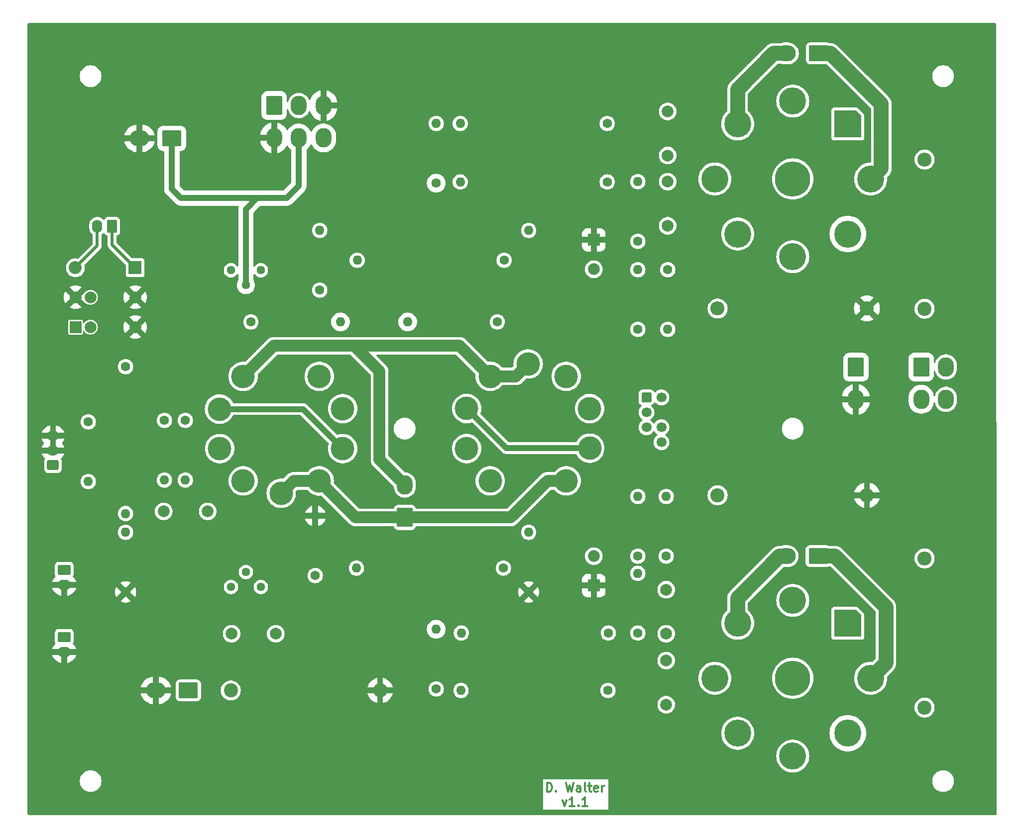
<source format=gbr>
%TF.GenerationSoftware,KiCad,Pcbnew,8.0.8*%
%TF.CreationDate,2025-02-12T00:11:01+01:00*%
%TF.ProjectId,Endstufe,456e6473-7475-4666-952e-6b696361645f,rev?*%
%TF.SameCoordinates,Original*%
%TF.FileFunction,Copper,L1,Top*%
%TF.FilePolarity,Positive*%
%FSLAX46Y46*%
G04 Gerber Fmt 4.6, Leading zero omitted, Abs format (unit mm)*
G04 Created by KiCad (PCBNEW 8.0.8) date 2025-02-12 00:11:01*
%MOMM*%
%LPD*%
G01*
G04 APERTURE LIST*
G04 Aperture macros list*
%AMRoundRect*
0 Rectangle with rounded corners*
0 $1 Rounding radius*
0 $2 $3 $4 $5 $6 $7 $8 $9 X,Y pos of 4 corners*
0 Add a 4 corners polygon primitive as box body*
4,1,4,$2,$3,$4,$5,$6,$7,$8,$9,$2,$3,0*
0 Add four circle primitives for the rounded corners*
1,1,$1+$1,$2,$3*
1,1,$1+$1,$4,$5*
1,1,$1+$1,$6,$7*
1,1,$1+$1,$8,$9*
0 Add four rect primitives between the rounded corners*
20,1,$1+$1,$2,$3,$4,$5,0*
20,1,$1+$1,$4,$5,$6,$7,0*
20,1,$1+$1,$6,$7,$8,$9,0*
20,1,$1+$1,$8,$9,$2,$3,0*%
%AMOutline5P*
0 Free polygon, 5 corners , with rotation*
0 The origin of the aperture is its center*
0 number of corners: always 5*
0 $1 to $10 corner X, Y*
0 $11 Rotation angle, in degrees counterclockwise*
0 create outline with 5 corners*
4,1,5,$1,$2,$3,$4,$5,$6,$7,$8,$9,$10,$1,$2,$11*%
%AMOutline6P*
0 Free polygon, 6 corners , with rotation*
0 The origin of the aperture is its center*
0 number of corners: always 6*
0 $1 to $12 corner X, Y*
0 $13 Rotation angle, in degrees counterclockwise*
0 create outline with 6 corners*
4,1,6,$1,$2,$3,$4,$5,$6,$7,$8,$9,$10,$11,$12,$1,$2,$13*%
%AMOutline7P*
0 Free polygon, 7 corners , with rotation*
0 The origin of the aperture is its center*
0 number of corners: always 7*
0 $1 to $14 corner X, Y*
0 $15 Rotation angle, in degrees counterclockwise*
0 create outline with 7 corners*
4,1,7,$1,$2,$3,$4,$5,$6,$7,$8,$9,$10,$11,$12,$13,$14,$1,$2,$15*%
%AMOutline8P*
0 Free polygon, 8 corners , with rotation*
0 The origin of the aperture is its center*
0 number of corners: always 8*
0 $1 to $16 corner X, Y*
0 $17 Rotation angle, in degrees counterclockwise*
0 create outline with 8 corners*
4,1,8,$1,$2,$3,$4,$5,$6,$7,$8,$9,$10,$11,$12,$13,$14,$15,$16,$1,$2,$17*%
G04 Aperture macros list end*
%ADD10C,0.300000*%
%TA.AperFunction,NonConductor*%
%ADD11C,0.300000*%
%TD*%
%TA.AperFunction,ComponentPad*%
%ADD12C,2.000000*%
%TD*%
%TA.AperFunction,ComponentPad*%
%ADD13C,1.600000*%
%TD*%
%TA.AperFunction,ComponentPad*%
%ADD14O,1.600000X1.600000*%
%TD*%
%TA.AperFunction,ComponentPad*%
%ADD15RoundRect,0.250001X1.099999X1.399999X-1.099999X1.399999X-1.099999X-1.399999X1.099999X-1.399999X0*%
%TD*%
%TA.AperFunction,ComponentPad*%
%ADD16O,2.700000X3.300000*%
%TD*%
%TA.AperFunction,ComponentPad*%
%ADD17C,2.400000*%
%TD*%
%TA.AperFunction,ComponentPad*%
%ADD18O,2.400000X2.400000*%
%TD*%
%TA.AperFunction,ComponentPad*%
%ADD19R,2.200000X2.200000*%
%TD*%
%TA.AperFunction,ComponentPad*%
%ADD20O,2.200000X2.200000*%
%TD*%
%TA.AperFunction,ComponentPad*%
%ADD21RoundRect,0.250000X0.620000X0.845000X-0.620000X0.845000X-0.620000X-0.845000X0.620000X-0.845000X0*%
%TD*%
%TA.AperFunction,ComponentPad*%
%ADD22O,1.740000X2.190000*%
%TD*%
%TA.AperFunction,ComponentPad*%
%ADD23RoundRect,0.250001X-1.099999X-1.399999X1.099999X-1.399999X1.099999X1.399999X-1.099999X1.399999X0*%
%TD*%
%TA.AperFunction,ComponentPad*%
%ADD24RoundRect,0.250000X0.725000X-0.600000X0.725000X0.600000X-0.725000X0.600000X-0.725000X-0.600000X0*%
%TD*%
%TA.AperFunction,ComponentPad*%
%ADD25O,1.950000X1.700000*%
%TD*%
%TA.AperFunction,ComponentPad*%
%ADD26RoundRect,0.250000X-0.845000X0.620000X-0.845000X-0.620000X0.845000X-0.620000X0.845000X0.620000X0*%
%TD*%
%TA.AperFunction,ComponentPad*%
%ADD27O,2.190000X1.740000*%
%TD*%
%TA.AperFunction,ComponentPad*%
%ADD28RoundRect,0.250000X-0.600000X-0.600000X0.600000X-0.600000X0.600000X0.600000X-0.600000X0.600000X0*%
%TD*%
%TA.AperFunction,ComponentPad*%
%ADD29C,1.700000*%
%TD*%
%TA.AperFunction,ComponentPad*%
%ADD30RoundRect,0.250001X-1.399999X1.099999X-1.399999X-1.099999X1.399999X-1.099999X1.399999X1.099999X0*%
%TD*%
%TA.AperFunction,ComponentPad*%
%ADD31O,3.300000X2.700000*%
%TD*%
%TA.AperFunction,ComponentPad*%
%ADD32R,2.000000X2.000000*%
%TD*%
%TA.AperFunction,ComponentPad*%
%ADD33C,6.000000*%
%TD*%
%TA.AperFunction,ComponentPad*%
%ADD34Outline5P,-2.300000X2.300000X1.380000X2.300000X2.300000X1.380000X2.300000X-2.300000X-2.300000X-2.300000X0.000000*%
%TD*%
%TA.AperFunction,ComponentPad*%
%ADD35C,4.600000*%
%TD*%
%TA.AperFunction,ComponentPad*%
%ADD36C,4.000000*%
%TD*%
%TA.AperFunction,ComponentPad*%
%ADD37C,1.440000*%
%TD*%
%TA.AperFunction,ViaPad*%
%ADD38C,1.000000*%
%TD*%
%TA.AperFunction,Conductor*%
%ADD39C,1.000000*%
%TD*%
%TA.AperFunction,Conductor*%
%ADD40C,0.500000*%
%TD*%
%TA.AperFunction,Conductor*%
%ADD41C,2.500000*%
%TD*%
%TA.AperFunction,Conductor*%
%ADD42C,2.000000*%
%TD*%
G04 APERTURE END LIST*
D10*
D11*
X135422285Y-168126870D02*
X135422285Y-166626870D01*
X135422285Y-166626870D02*
X135779428Y-166626870D01*
X135779428Y-166626870D02*
X135993714Y-166698299D01*
X135993714Y-166698299D02*
X136136571Y-166841156D01*
X136136571Y-166841156D02*
X136208000Y-166984013D01*
X136208000Y-166984013D02*
X136279428Y-167269727D01*
X136279428Y-167269727D02*
X136279428Y-167484013D01*
X136279428Y-167484013D02*
X136208000Y-167769727D01*
X136208000Y-167769727D02*
X136136571Y-167912584D01*
X136136571Y-167912584D02*
X135993714Y-168055442D01*
X135993714Y-168055442D02*
X135779428Y-168126870D01*
X135779428Y-168126870D02*
X135422285Y-168126870D01*
X136922285Y-167984013D02*
X136993714Y-168055442D01*
X136993714Y-168055442D02*
X136922285Y-168126870D01*
X136922285Y-168126870D02*
X136850857Y-168055442D01*
X136850857Y-168055442D02*
X136922285Y-167984013D01*
X136922285Y-167984013D02*
X136922285Y-168126870D01*
X138636571Y-166626870D02*
X138993714Y-168126870D01*
X138993714Y-168126870D02*
X139279428Y-167055442D01*
X139279428Y-167055442D02*
X139565143Y-168126870D01*
X139565143Y-168126870D02*
X139922286Y-166626870D01*
X141136572Y-168126870D02*
X141136572Y-167341156D01*
X141136572Y-167341156D02*
X141065143Y-167198299D01*
X141065143Y-167198299D02*
X140922286Y-167126870D01*
X140922286Y-167126870D02*
X140636572Y-167126870D01*
X140636572Y-167126870D02*
X140493714Y-167198299D01*
X141136572Y-168055442D02*
X140993714Y-168126870D01*
X140993714Y-168126870D02*
X140636572Y-168126870D01*
X140636572Y-168126870D02*
X140493714Y-168055442D01*
X140493714Y-168055442D02*
X140422286Y-167912584D01*
X140422286Y-167912584D02*
X140422286Y-167769727D01*
X140422286Y-167769727D02*
X140493714Y-167626870D01*
X140493714Y-167626870D02*
X140636572Y-167555442D01*
X140636572Y-167555442D02*
X140993714Y-167555442D01*
X140993714Y-167555442D02*
X141136572Y-167484013D01*
X142065143Y-168126870D02*
X141922286Y-168055442D01*
X141922286Y-168055442D02*
X141850857Y-167912584D01*
X141850857Y-167912584D02*
X141850857Y-166626870D01*
X142422286Y-167126870D02*
X142993714Y-167126870D01*
X142636571Y-166626870D02*
X142636571Y-167912584D01*
X142636571Y-167912584D02*
X142708000Y-168055442D01*
X142708000Y-168055442D02*
X142850857Y-168126870D01*
X142850857Y-168126870D02*
X142993714Y-168126870D01*
X144065143Y-168055442D02*
X143922286Y-168126870D01*
X143922286Y-168126870D02*
X143636572Y-168126870D01*
X143636572Y-168126870D02*
X143493714Y-168055442D01*
X143493714Y-168055442D02*
X143422286Y-167912584D01*
X143422286Y-167912584D02*
X143422286Y-167341156D01*
X143422286Y-167341156D02*
X143493714Y-167198299D01*
X143493714Y-167198299D02*
X143636572Y-167126870D01*
X143636572Y-167126870D02*
X143922286Y-167126870D01*
X143922286Y-167126870D02*
X144065143Y-167198299D01*
X144065143Y-167198299D02*
X144136572Y-167341156D01*
X144136572Y-167341156D02*
X144136572Y-167484013D01*
X144136572Y-167484013D02*
X143422286Y-167626870D01*
X144779428Y-168126870D02*
X144779428Y-167126870D01*
X144779428Y-167412584D02*
X144850857Y-167269727D01*
X144850857Y-167269727D02*
X144922286Y-167198299D01*
X144922286Y-167198299D02*
X145065143Y-167126870D01*
X145065143Y-167126870D02*
X145208000Y-167126870D01*
X138065143Y-169541786D02*
X138422286Y-170541786D01*
X138422286Y-170541786D02*
X138779429Y-169541786D01*
X140136572Y-170541786D02*
X139279429Y-170541786D01*
X139708000Y-170541786D02*
X139708000Y-169041786D01*
X139708000Y-169041786D02*
X139565143Y-169256072D01*
X139565143Y-169256072D02*
X139422286Y-169398929D01*
X139422286Y-169398929D02*
X139279429Y-169470358D01*
X140779428Y-170398929D02*
X140850857Y-170470358D01*
X140850857Y-170470358D02*
X140779428Y-170541786D01*
X140779428Y-170541786D02*
X140708000Y-170470358D01*
X140708000Y-170470358D02*
X140779428Y-170398929D01*
X140779428Y-170398929D02*
X140779428Y-170541786D01*
X142279429Y-170541786D02*
X141422286Y-170541786D01*
X141850857Y-170541786D02*
X141850857Y-169041786D01*
X141850857Y-169041786D02*
X141708000Y-169256072D01*
X141708000Y-169256072D02*
X141565143Y-169398929D01*
X141565143Y-169398929D02*
X141422286Y-169470358D01*
D12*
X77724000Y-120396000D03*
X70224000Y-120396000D03*
D13*
X132307000Y-134112000D03*
D14*
X132307000Y-123952000D03*
D13*
X150876000Y-74422000D03*
D14*
X150876000Y-64262000D03*
D13*
X70358000Y-104902000D03*
D14*
X70358000Y-115062000D03*
D13*
X63754000Y-134112000D03*
D14*
X63754000Y-123952000D03*
D13*
X150876000Y-89408000D03*
D14*
X150876000Y-79248000D03*
D13*
X155956000Y-79248000D03*
D14*
X155956000Y-89408000D03*
D13*
X85063000Y-88138000D03*
D14*
X100303000Y-88138000D03*
D13*
X155702000Y-128016000D03*
D14*
X155702000Y-117856000D03*
D13*
X150876000Y-128016000D03*
D14*
X150876000Y-117856000D03*
D13*
X73914000Y-104902000D03*
D14*
X73914000Y-115062000D03*
D13*
X150876000Y-141097000D03*
D14*
X150876000Y-130937000D03*
D15*
X111252000Y-121412000D03*
D16*
X111252000Y-115912000D03*
D12*
X155956000Y-52304000D03*
X155956000Y-59804000D03*
D13*
X128016000Y-130048000D03*
D14*
X103016000Y-130048000D03*
D12*
X155956000Y-71762000D03*
X155956000Y-64262000D03*
D13*
X63754000Y-95758000D03*
D14*
X63754000Y-120758000D03*
D13*
X145796000Y-150876000D03*
D14*
X120796000Y-150876000D03*
D12*
X155702000Y-141224000D03*
X155702000Y-133724000D03*
D13*
X145856000Y-141097000D03*
D14*
X120856000Y-141097000D03*
D12*
X155702000Y-145796000D03*
X155702000Y-153296000D03*
D17*
X189838000Y-85852000D03*
D18*
X164438000Y-85852000D03*
D17*
X199644000Y-153797000D03*
D18*
X199644000Y-128397000D03*
D17*
X164438000Y-117649000D03*
D18*
X189838000Y-117649000D03*
D13*
X116586000Y-150622000D03*
D14*
X116586000Y-140462000D03*
D13*
X132307000Y-82724000D03*
D14*
X132307000Y-72564000D03*
D17*
X81641000Y-150876000D03*
D18*
X107041000Y-150876000D03*
D17*
X199644000Y-85899000D03*
D18*
X199644000Y-60499000D03*
D13*
X57404000Y-105156000D03*
D14*
X57404000Y-115316000D03*
D19*
X65378000Y-78914000D03*
D20*
X55218000Y-78914000D03*
D21*
X61468000Y-71862000D03*
D22*
X58928000Y-71862000D03*
D13*
X126973000Y-88138000D03*
D14*
X111733000Y-88138000D03*
D23*
X199068000Y-95810000D03*
D16*
X203268000Y-95810000D03*
X199068000Y-101310000D03*
X203268000Y-101310000D03*
D24*
X51408000Y-112529000D03*
D25*
X51408000Y-110029000D03*
X51408000Y-107529000D03*
D26*
X53313000Y-130349000D03*
D27*
X53313000Y-132889000D03*
D28*
X152342000Y-100996000D03*
D29*
X154882000Y-100996000D03*
X152342000Y-103536000D03*
X154882000Y-103536000D03*
X152342000Y-106076000D03*
X154882000Y-106076000D03*
X152342000Y-108616000D03*
X154882000Y-108616000D03*
D13*
X96012000Y-131318000D03*
D14*
X96012000Y-121158000D03*
D26*
X53313000Y-141779000D03*
D27*
X53313000Y-144319000D03*
D12*
X89288000Y-141224000D03*
X81788000Y-141224000D03*
D13*
X116586000Y-64516000D03*
D14*
X116586000Y-54356000D03*
D13*
X128143000Y-77644000D03*
D14*
X103143000Y-77644000D03*
D23*
X89018000Y-51308000D03*
D16*
X93218000Y-51308000D03*
X97418000Y-51308000D03*
X89018000Y-56808000D03*
X93218000Y-56808000D03*
X97418000Y-56808000D03*
D13*
X145669000Y-64309000D03*
D14*
X120669000Y-64309000D03*
D13*
X145669000Y-54356000D03*
D14*
X120669000Y-54356000D03*
D30*
X181610000Y-42418000D03*
D31*
X176110000Y-42418000D03*
D30*
X181558000Y-128016000D03*
D31*
X176058000Y-128016000D03*
D13*
X96774000Y-82724000D03*
D14*
X96774000Y-72564000D03*
D30*
X71628000Y-56896000D03*
D31*
X66128000Y-56896000D03*
D30*
X74422000Y-150876000D03*
D31*
X68922000Y-150876000D03*
D23*
X187960000Y-95846000D03*
D16*
X187960000Y-101346000D03*
D32*
X143383000Y-74168000D03*
D12*
X143383000Y-79168000D03*
D32*
X143383000Y-133016000D03*
D12*
X143383000Y-128016000D03*
D32*
X55240500Y-89021500D03*
D12*
X57780500Y-89021500D03*
X65400500Y-89021500D03*
X65400500Y-83941500D03*
X57780500Y-83941500D03*
X55240500Y-83941500D03*
D33*
X177218000Y-63804000D03*
D34*
X186587165Y-54434835D03*
D35*
X190468000Y-63804000D03*
X186587165Y-73173165D03*
X177218000Y-77054000D03*
X167848835Y-73173165D03*
X163968000Y-63804000D03*
X167848835Y-54434835D03*
X177218000Y-50554000D03*
D33*
X177218000Y-148804000D03*
D34*
X186587165Y-139434835D03*
D35*
X190468000Y-148804000D03*
X186587165Y-158173165D03*
X177218000Y-162054000D03*
X167848835Y-158173165D03*
X163968000Y-148804000D03*
X167848835Y-139434835D03*
X177218000Y-135554000D03*
D36*
X125753683Y-115204146D03*
X121756625Y-109703947D03*
X121762127Y-102887170D03*
X125762583Y-97397396D03*
X132218000Y-95304000D03*
X138685666Y-97406287D03*
X142675670Y-102892675D03*
X142702880Y-109630753D03*
X138694565Y-115195238D03*
D37*
X81678000Y-133264000D03*
X84218000Y-130724000D03*
X86758000Y-133264000D03*
D36*
X96682317Y-97403854D03*
X100679375Y-102904053D03*
X100673873Y-109720830D03*
X96673417Y-115210604D03*
X90218000Y-117304000D03*
X83750334Y-115201713D03*
X79760330Y-109715325D03*
X79733120Y-102977247D03*
X83741435Y-97412762D03*
D37*
X86758000Y-79344000D03*
X84218000Y-81884000D03*
X81678000Y-79344000D03*
D38*
X109220000Y-66802000D03*
X205486000Y-82804000D03*
X74041000Y-49784000D03*
X120396000Y-118110000D03*
X207772000Y-64643000D03*
X150114000Y-148082000D03*
X50038000Y-60579000D03*
X50038000Y-71374000D03*
X90678000Y-97282000D03*
X185420000Y-48768000D03*
X129032000Y-149352000D03*
X73152000Y-121158000D03*
X61214000Y-119507000D03*
X207772000Y-156718000D03*
X88900000Y-127000000D03*
X120142000Y-77216000D03*
X132334000Y-143256000D03*
X94107000Y-141224000D03*
X131064000Y-104648000D03*
X81788000Y-41148000D03*
X117856000Y-109474000D03*
X101854000Y-115316000D03*
X153416000Y-76962000D03*
X177138000Y-117014000D03*
X109474000Y-129794000D03*
X168248000Y-108124000D03*
X89408000Y-71374000D03*
X82804000Y-169672000D03*
X170942000Y-85852000D03*
X126619000Y-138684000D03*
X168248000Y-92249000D03*
X63246000Y-169799000D03*
X125476000Y-41148000D03*
X150876000Y-83947000D03*
X190500000Y-68580000D03*
X93980000Y-165100000D03*
X196088000Y-169672000D03*
X116840000Y-169672000D03*
X62838000Y-144319000D03*
X154432000Y-68580000D03*
X173963000Y-139874000D03*
X141605000Y-138430000D03*
X107696000Y-41148000D03*
X50038000Y-98552000D03*
X93953000Y-152574000D03*
X142848000Y-41449000D03*
X119380000Y-164846000D03*
X141351000Y-52705000D03*
X50038000Y-82423000D03*
X149606000Y-56769000D03*
X78232000Y-115570000D03*
X75438000Y-88900000D03*
X102362000Y-136906000D03*
X207772000Y-118237000D03*
X182853000Y-155114000D03*
X112014000Y-110744000D03*
X50292000Y-163449000D03*
X70866000Y-71374000D03*
X189838000Y-125984000D03*
X121793000Y-71755000D03*
X85471000Y-140081000D03*
X207772000Y-73660000D03*
X196596000Y-70104000D03*
X207899000Y-41275000D03*
X93953000Y-159559000D03*
X166640300Y-133199718D03*
X207772000Y-54356000D03*
X111252000Y-98806000D03*
X172466000Y-51562000D03*
X147928000Y-164639000D03*
X154813000Y-41402000D03*
X165598835Y-49969342D03*
X172058000Y-155114000D03*
X194056000Y-108124000D03*
X168656000Y-125984000D03*
X151638000Y-115570000D03*
X66548000Y-116332000D03*
X207772000Y-132207000D03*
X107696000Y-51816000D03*
X112268000Y-141224000D03*
X77470000Y-97536000D03*
X175895000Y-100203000D03*
X143256000Y-92202000D03*
X207772000Y-169672000D03*
X141732000Y-64262000D03*
X165073000Y-75739000D03*
X92456000Y-88138000D03*
X119126000Y-157480000D03*
X135890000Y-152654000D03*
X66294000Y-101854000D03*
X120048161Y-88138000D03*
X123245000Y-129303061D03*
X125476000Y-52705000D03*
X62357000Y-107188000D03*
X50038000Y-41148000D03*
X96012000Y-128270000D03*
X78232000Y-159512000D03*
X99695000Y-169672000D03*
X130556000Y-114300000D03*
X73787000Y-165481000D03*
X71882000Y-85598000D03*
X50165000Y-120396000D03*
X156718000Y-137668000D03*
X109728000Y-85090000D03*
X59663000Y-78914000D03*
X116586000Y-60452000D03*
X109728000Y-76708000D03*
X50038000Y-92329000D03*
X88900000Y-121666000D03*
X192278000Y-159004000D03*
X192278000Y-75692000D03*
X167640000Y-41402000D03*
X177138000Y-83359000D03*
X156097857Y-92070821D03*
X71628000Y-128524000D03*
X207772000Y-103886000D03*
X196215000Y-141351000D03*
X181610000Y-92202000D03*
X143002000Y-118284000D03*
X164084000Y-164592000D03*
X101600000Y-61722000D03*
X201168000Y-114300000D03*
X150622000Y-169672000D03*
X184404000Y-117348000D03*
X96774000Y-67310000D03*
X196977000Y-51562000D03*
X77978000Y-144399000D03*
X73787000Y-107569000D03*
X168656000Y-67310000D03*
X71628000Y-139319000D03*
X169291000Y-117094000D03*
X150876000Y-136017000D03*
X136144000Y-64262000D03*
X125068000Y-66849000D03*
X168275000Y-100330000D03*
X202538000Y-136699000D03*
X182218000Y-139874000D03*
X57404000Y-110236000D03*
X207772000Y-144399000D03*
X207772000Y-95123000D03*
X194056000Y-92202000D03*
X103632000Y-98298000D03*
X182853000Y-64309000D03*
X86614000Y-106172000D03*
X136144000Y-56769000D03*
X154686000Y-111506000D03*
X67564000Y-41148000D03*
X131318000Y-89916000D03*
X149606000Y-92202000D03*
X77851000Y-62611000D03*
X120294400Y-123412000D03*
X160274000Y-153416000D03*
X50292000Y-151511000D03*
X92964000Y-110998000D03*
X50038000Y-49784000D03*
X160020000Y-60198000D03*
X161266000Y-124460000D03*
X175768000Y-168402000D03*
X190119000Y-41275000D03*
X60298000Y-128444000D03*
D39*
X86106000Y-67056000D02*
X91186000Y-67056000D01*
X73152000Y-67056000D02*
X86106000Y-67056000D01*
X73152000Y-67056000D02*
X71628000Y-65532000D01*
X84218000Y-68944000D02*
X86106000Y-67056000D01*
X91186000Y-67056000D02*
X93218000Y-65024000D01*
X93218000Y-65024000D02*
X93218000Y-56808000D01*
X71628000Y-65532000D02*
X71628000Y-56896000D01*
X84218000Y-81884000D02*
X84218000Y-68944000D01*
D40*
X61468000Y-75004000D02*
X65378000Y-78914000D01*
X61468000Y-71862000D02*
X61468000Y-75004000D01*
X58928000Y-71862000D02*
X58928000Y-75204000D01*
X58928000Y-75204000D02*
X55218000Y-78914000D01*
D41*
X176110000Y-42418000D02*
X173990000Y-42418000D01*
X173990000Y-42418000D02*
X167848835Y-48559165D01*
X167848835Y-48559165D02*
X167848835Y-54434835D01*
X181610000Y-42418000D02*
X183642000Y-42418000D01*
X183642000Y-42418000D02*
X192278000Y-51054000D01*
X192278000Y-51054000D02*
X192278000Y-61994000D01*
X192278000Y-61994000D02*
X190468000Y-63804000D01*
X184404000Y-128016000D02*
X181558000Y-128016000D01*
X193076000Y-146196000D02*
X193076000Y-136688000D01*
X193076000Y-136688000D02*
X184404000Y-128016000D01*
X190468000Y-148804000D02*
X193076000Y-146196000D01*
X167848835Y-135173165D02*
X167848835Y-139434835D01*
X176058000Y-128016000D02*
X175006000Y-128016000D01*
X175006000Y-128016000D02*
X167848835Y-135173165D01*
D42*
X125762583Y-97397396D02*
X130124604Y-97397396D01*
X120567187Y-92202000D02*
X88952197Y-92202000D01*
X106934000Y-96520000D02*
X102616000Y-92202000D01*
X111252000Y-115912000D02*
X106934000Y-111594000D01*
X130124604Y-97397396D02*
X132218000Y-95304000D01*
X125762583Y-97397396D02*
X120567187Y-92202000D01*
X88952197Y-92202000D02*
X83741435Y-97412762D01*
X106934000Y-111594000D02*
X106934000Y-96520000D01*
X96673417Y-115210604D02*
X102874813Y-121412000D01*
X129286000Y-121412000D02*
X135502762Y-115195238D01*
X102874813Y-121412000D02*
X111252000Y-121412000D01*
X135502762Y-115195238D02*
X138694565Y-115195238D01*
X96673417Y-115210604D02*
X92311396Y-115210604D01*
X92311396Y-115210604D02*
X90218000Y-117304000D01*
X111252000Y-121412000D02*
X129286000Y-121412000D01*
D39*
X93930290Y-102977247D02*
X100673873Y-109720830D01*
X79733120Y-102977247D02*
X93930290Y-102977247D01*
X121762127Y-102887170D02*
X128505710Y-109630753D01*
X128505710Y-109630753D02*
X142702880Y-109630753D01*
%TA.AperFunction,Conductor*%
G36*
X211687674Y-37274502D02*
G01*
X211696237Y-37280522D01*
X211741544Y-37315273D01*
X211764802Y-37338520D01*
X211799570Y-37383805D01*
X211825188Y-37450018D01*
X211825628Y-37460478D01*
X211887369Y-171897126D01*
X211867398Y-171965256D01*
X211861353Y-171973860D01*
X211826503Y-172019304D01*
X211803242Y-172042576D01*
X211757814Y-172077448D01*
X211691599Y-172103061D01*
X211681091Y-172103500D01*
X47308019Y-172103500D01*
X47239898Y-172083498D01*
X47231333Y-172077476D01*
X47185995Y-172042695D01*
X47162738Y-172019444D01*
X47103474Y-171942235D01*
X47087025Y-171913756D01*
X47049759Y-171823838D01*
X47041240Y-171792074D01*
X47039582Y-171779504D01*
X47038500Y-171763027D01*
X47038500Y-171198577D01*
X134766785Y-171198577D01*
X145863500Y-171198577D01*
X145863500Y-166182709D01*
X200949500Y-166182709D01*
X200949500Y-166425290D01*
X200981160Y-166665782D01*
X201043944Y-166900095D01*
X201043945Y-166900097D01*
X201043946Y-166900100D01*
X201136776Y-167124212D01*
X201136777Y-167124213D01*
X201136782Y-167124224D01*
X201258061Y-167334285D01*
X201258063Y-167334288D01*
X201258064Y-167334289D01*
X201405735Y-167526738D01*
X201405739Y-167526742D01*
X201405744Y-167526748D01*
X201577251Y-167698255D01*
X201577256Y-167698259D01*
X201577262Y-167698265D01*
X201769711Y-167845936D01*
X201769714Y-167845938D01*
X201979775Y-167967217D01*
X201979779Y-167967218D01*
X201979788Y-167967224D01*
X202203900Y-168060054D01*
X202438211Y-168122838D01*
X202438215Y-168122838D01*
X202438217Y-168122839D01*
X202500202Y-168130999D01*
X202678712Y-168154500D01*
X202678719Y-168154500D01*
X202921281Y-168154500D01*
X202921288Y-168154500D01*
X203138637Y-168125885D01*
X203161782Y-168122839D01*
X203161782Y-168122838D01*
X203161789Y-168122838D01*
X203396100Y-168060054D01*
X203620212Y-167967224D01*
X203830289Y-167845936D01*
X204022738Y-167698265D01*
X204194265Y-167526738D01*
X204341936Y-167334289D01*
X204463224Y-167124212D01*
X204556054Y-166900100D01*
X204618838Y-166665789D01*
X204650500Y-166425288D01*
X204650500Y-166182712D01*
X204618838Y-165942211D01*
X204556054Y-165707900D01*
X204463224Y-165483788D01*
X204463218Y-165483779D01*
X204463217Y-165483775D01*
X204341938Y-165273714D01*
X204341936Y-165273711D01*
X204194265Y-165081262D01*
X204194259Y-165081256D01*
X204194255Y-165081251D01*
X204022748Y-164909744D01*
X204022742Y-164909739D01*
X204022738Y-164909735D01*
X203830289Y-164762064D01*
X203830288Y-164762063D01*
X203830285Y-164762061D01*
X203620224Y-164640782D01*
X203620216Y-164640778D01*
X203620212Y-164640776D01*
X203396100Y-164547946D01*
X203396097Y-164547945D01*
X203396095Y-164547944D01*
X203161782Y-164485160D01*
X202921290Y-164453500D01*
X202921288Y-164453500D01*
X202678712Y-164453500D01*
X202678709Y-164453500D01*
X202438217Y-164485160D01*
X202203904Y-164547944D01*
X202203900Y-164547946D01*
X202006234Y-164629822D01*
X201979786Y-164640777D01*
X201979775Y-164640782D01*
X201769714Y-164762061D01*
X201577262Y-164909735D01*
X201577251Y-164909744D01*
X201405744Y-165081251D01*
X201405735Y-165081262D01*
X201258061Y-165273714D01*
X201136782Y-165483775D01*
X201136777Y-165483786D01*
X201043946Y-165707900D01*
X201043944Y-165707904D01*
X200981160Y-165942217D01*
X200949500Y-166182709D01*
X145863500Y-166182709D01*
X145863500Y-165968601D01*
X134766785Y-165968601D01*
X134766785Y-171198577D01*
X47038500Y-171198577D01*
X47038500Y-166182709D01*
X55949500Y-166182709D01*
X55949500Y-166425290D01*
X55981160Y-166665782D01*
X56043944Y-166900095D01*
X56043945Y-166900097D01*
X56043946Y-166900100D01*
X56136776Y-167124212D01*
X56136777Y-167124213D01*
X56136782Y-167124224D01*
X56258061Y-167334285D01*
X56258063Y-167334288D01*
X56258064Y-167334289D01*
X56405735Y-167526738D01*
X56405739Y-167526742D01*
X56405744Y-167526748D01*
X56577251Y-167698255D01*
X56577256Y-167698259D01*
X56577262Y-167698265D01*
X56769711Y-167845936D01*
X56769714Y-167845938D01*
X56979775Y-167967217D01*
X56979779Y-167967218D01*
X56979788Y-167967224D01*
X57203900Y-168060054D01*
X57438211Y-168122838D01*
X57438215Y-168122838D01*
X57438217Y-168122839D01*
X57500202Y-168130999D01*
X57678712Y-168154500D01*
X57678719Y-168154500D01*
X57921281Y-168154500D01*
X57921288Y-168154500D01*
X58138637Y-168125885D01*
X58161782Y-168122839D01*
X58161782Y-168122838D01*
X58161789Y-168122838D01*
X58396100Y-168060054D01*
X58620212Y-167967224D01*
X58830289Y-167845936D01*
X59022738Y-167698265D01*
X59194265Y-167526738D01*
X59341936Y-167334289D01*
X59463224Y-167124212D01*
X59556054Y-166900100D01*
X59618838Y-166665789D01*
X59650500Y-166425288D01*
X59650500Y-166182712D01*
X59618838Y-165942211D01*
X59556054Y-165707900D01*
X59463224Y-165483788D01*
X59463218Y-165483779D01*
X59463217Y-165483775D01*
X59341938Y-165273714D01*
X59341936Y-165273711D01*
X59194265Y-165081262D01*
X59194259Y-165081256D01*
X59194255Y-165081251D01*
X59022748Y-164909744D01*
X59022742Y-164909739D01*
X59022738Y-164909735D01*
X58830289Y-164762064D01*
X58830288Y-164762063D01*
X58830285Y-164762061D01*
X58620224Y-164640782D01*
X58620216Y-164640778D01*
X58620212Y-164640776D01*
X58396100Y-164547946D01*
X58396097Y-164547945D01*
X58396095Y-164547944D01*
X58161782Y-164485160D01*
X57921290Y-164453500D01*
X57921288Y-164453500D01*
X57678712Y-164453500D01*
X57678709Y-164453500D01*
X57438217Y-164485160D01*
X57203904Y-164547944D01*
X57203900Y-164547946D01*
X57006234Y-164629822D01*
X56979786Y-164640777D01*
X56979775Y-164640782D01*
X56769714Y-164762061D01*
X56577262Y-164909735D01*
X56577251Y-164909744D01*
X56405744Y-165081251D01*
X56405735Y-165081262D01*
X56258061Y-165273714D01*
X56136782Y-165483775D01*
X56136777Y-165483786D01*
X56043946Y-165707900D01*
X56043944Y-165707904D01*
X55981160Y-165942217D01*
X55949500Y-166182709D01*
X47038500Y-166182709D01*
X47038500Y-162054000D01*
X174412754Y-162054000D01*
X174431721Y-162379658D01*
X174431721Y-162379664D01*
X174431722Y-162379669D01*
X174488370Y-162700934D01*
X174581931Y-163013451D01*
X174711141Y-163312992D01*
X174874251Y-163595508D01*
X174874260Y-163595520D01*
X174874262Y-163595523D01*
X175069057Y-163857178D01*
X175292919Y-164094458D01*
X175292923Y-164094462D01*
X175542823Y-164304153D01*
X175815377Y-164483414D01*
X176106899Y-164629822D01*
X176413446Y-164741396D01*
X176730874Y-164816628D01*
X176916025Y-164838269D01*
X177054886Y-164854500D01*
X177054889Y-164854500D01*
X177381114Y-164854500D01*
X177502616Y-164840298D01*
X177705126Y-164816628D01*
X178022554Y-164741396D01*
X178329101Y-164629822D01*
X178620623Y-164483414D01*
X178893177Y-164304153D01*
X179143077Y-164094462D01*
X179366943Y-163857177D01*
X179561749Y-163595508D01*
X179724859Y-163312992D01*
X179854069Y-163013451D01*
X179947630Y-162700934D01*
X180004278Y-162379669D01*
X180023246Y-162054000D01*
X180004278Y-161728331D01*
X179947630Y-161407066D01*
X179854069Y-161094549D01*
X179724859Y-160795008D01*
X179561749Y-160512492D01*
X179366943Y-160250823D01*
X179366942Y-160250821D01*
X179143080Y-160013541D01*
X179143079Y-160013540D01*
X179143077Y-160013538D01*
X178893177Y-159803847D01*
X178620623Y-159624586D01*
X178329101Y-159478178D01*
X178022554Y-159366604D01*
X177848157Y-159325271D01*
X177705127Y-159291372D01*
X177705121Y-159291371D01*
X177381114Y-159253500D01*
X177381111Y-159253500D01*
X177054889Y-159253500D01*
X177054886Y-159253500D01*
X176730878Y-159291371D01*
X176730872Y-159291372D01*
X176533669Y-159338110D01*
X176413446Y-159366604D01*
X176413443Y-159366604D01*
X176413443Y-159366605D01*
X176106903Y-159478176D01*
X175815375Y-159624587D01*
X175542821Y-159803848D01*
X175292925Y-160013536D01*
X175292919Y-160013541D01*
X175069057Y-160250821D01*
X174874262Y-160512476D01*
X174874244Y-160512503D01*
X174711144Y-160795002D01*
X174711135Y-160795020D01*
X174581934Y-161094541D01*
X174581932Y-161094547D01*
X174488370Y-161407065D01*
X174431721Y-161728335D01*
X174431721Y-161728341D01*
X174412754Y-162054000D01*
X47038500Y-162054000D01*
X47038500Y-158173165D01*
X165043589Y-158173165D01*
X165062556Y-158498823D01*
X165062556Y-158498829D01*
X165062557Y-158498834D01*
X165119205Y-158820099D01*
X165212766Y-159132616D01*
X165212768Y-159132622D01*
X165212769Y-159132623D01*
X165281246Y-159291371D01*
X165341976Y-159432157D01*
X165505086Y-159714673D01*
X165505095Y-159714685D01*
X165505097Y-159714688D01*
X165699892Y-159976343D01*
X165825372Y-160109344D01*
X165923758Y-160213627D01*
X166173658Y-160423318D01*
X166446212Y-160602579D01*
X166737734Y-160748987D01*
X167044281Y-160860561D01*
X167361709Y-160935793D01*
X167546860Y-160957434D01*
X167685721Y-160973665D01*
X167685724Y-160973665D01*
X168011949Y-160973665D01*
X168133451Y-160959463D01*
X168335961Y-160935793D01*
X168653389Y-160860561D01*
X168959936Y-160748987D01*
X169251458Y-160602579D01*
X169524012Y-160423318D01*
X169773912Y-160213627D01*
X169997778Y-159976342D01*
X170192584Y-159714673D01*
X170355694Y-159432157D01*
X170484904Y-159132616D01*
X170578465Y-158820099D01*
X170635113Y-158498834D01*
X170654081Y-158173165D01*
X183481780Y-158173165D01*
X183501305Y-158520855D01*
X183559636Y-158864169D01*
X183559638Y-158864178D01*
X183636331Y-159130386D01*
X183656045Y-159198813D01*
X183789305Y-159520530D01*
X183789310Y-159520541D01*
X183789317Y-159520553D01*
X183957753Y-159825318D01*
X183957757Y-159825325D01*
X184159274Y-160109337D01*
X184159279Y-160109344D01*
X184259630Y-160221636D01*
X184391326Y-160369004D01*
X184556228Y-160516370D01*
X184650985Y-160601050D01*
X184650988Y-160601052D01*
X184650989Y-160601053D01*
X184924344Y-160795008D01*
X184935004Y-160802572D01*
X184935011Y-160802576D01*
X185039924Y-160860559D01*
X185239789Y-160971020D01*
X185239799Y-160971024D01*
X185537994Y-161094541D01*
X185561521Y-161104286D01*
X185896152Y-161200692D01*
X186239472Y-161259024D01*
X186239471Y-161259024D01*
X186257958Y-161260062D01*
X186587165Y-161278550D01*
X186934858Y-161259024D01*
X187278178Y-161200692D01*
X187612809Y-161104286D01*
X187934541Y-160971020D01*
X188239329Y-160802570D01*
X188523341Y-160601053D01*
X188783004Y-160369004D01*
X189015053Y-160109341D01*
X189216570Y-159825329D01*
X189385020Y-159520541D01*
X189518286Y-159198809D01*
X189614692Y-158864178D01*
X189673024Y-158520858D01*
X189692550Y-158173165D01*
X189673024Y-157825472D01*
X189614692Y-157482152D01*
X189518286Y-157147521D01*
X189385020Y-156825789D01*
X189216570Y-156521001D01*
X189015053Y-156236989D01*
X189015052Y-156236988D01*
X189015050Y-156236985D01*
X188921856Y-156132701D01*
X188783004Y-155977326D01*
X188635636Y-155845630D01*
X188523344Y-155745279D01*
X188523337Y-155745274D01*
X188239325Y-155543757D01*
X188239318Y-155543753D01*
X188021567Y-155423407D01*
X187934541Y-155375310D01*
X187934534Y-155375307D01*
X187934530Y-155375305D01*
X187612813Y-155242045D01*
X187544386Y-155222331D01*
X187278178Y-155145638D01*
X187278172Y-155145637D01*
X187278169Y-155145636D01*
X186934852Y-155087305D01*
X186934858Y-155087305D01*
X186587165Y-155067780D01*
X186239474Y-155087305D01*
X185896160Y-155145636D01*
X185896154Y-155145637D01*
X185896152Y-155145638D01*
X185759307Y-155185062D01*
X185561516Y-155242045D01*
X185239799Y-155375305D01*
X185239776Y-155375317D01*
X184935011Y-155543753D01*
X184935004Y-155543757D01*
X184650992Y-155745274D01*
X184650985Y-155745279D01*
X184391326Y-155977326D01*
X184159279Y-156236985D01*
X184159274Y-156236992D01*
X183957757Y-156521004D01*
X183957753Y-156521011D01*
X183789317Y-156825776D01*
X183789305Y-156825799D01*
X183656045Y-157147516D01*
X183559636Y-157482160D01*
X183501305Y-157825474D01*
X183481780Y-158173165D01*
X170654081Y-158173165D01*
X170635113Y-157847496D01*
X170578465Y-157526231D01*
X170484904Y-157213714D01*
X170355694Y-156914173D01*
X170192584Y-156631657D01*
X170110206Y-156521004D01*
X169997777Y-156369986D01*
X169773915Y-156132706D01*
X169773914Y-156132705D01*
X169773912Y-156132703D01*
X169524012Y-155923012D01*
X169251458Y-155743751D01*
X168959936Y-155597343D01*
X168653389Y-155485769D01*
X168478992Y-155444436D01*
X168335962Y-155410537D01*
X168335956Y-155410536D01*
X168011949Y-155372665D01*
X168011946Y-155372665D01*
X167685724Y-155372665D01*
X167685721Y-155372665D01*
X167361713Y-155410536D01*
X167361707Y-155410537D01*
X167164504Y-155457275D01*
X167044281Y-155485769D01*
X167044278Y-155485769D01*
X167044278Y-155485770D01*
X166737738Y-155597341D01*
X166446210Y-155743752D01*
X166173656Y-155923013D01*
X165923760Y-156132701D01*
X165923754Y-156132706D01*
X165699892Y-156369986D01*
X165505097Y-156631641D01*
X165505079Y-156631668D01*
X165341979Y-156914167D01*
X165341970Y-156914185D01*
X165212769Y-157213706D01*
X165212767Y-157213712D01*
X165119205Y-157526230D01*
X165062556Y-157847500D01*
X165062556Y-157847506D01*
X165043589Y-158173165D01*
X47038500Y-158173165D01*
X47038500Y-153296000D01*
X154196357Y-153296000D01*
X154216893Y-153543828D01*
X154277935Y-153784877D01*
X154277938Y-153784884D01*
X154377826Y-154012606D01*
X154513835Y-154220785D01*
X154682249Y-154403732D01*
X154682254Y-154403736D01*
X154682256Y-154403738D01*
X154853322Y-154536884D01*
X154878490Y-154556473D01*
X154878491Y-154556474D01*
X155097190Y-154674828D01*
X155097192Y-154674829D01*
X155220677Y-154717221D01*
X155332386Y-154755571D01*
X155577665Y-154796500D01*
X155577669Y-154796500D01*
X155826331Y-154796500D01*
X155826335Y-154796500D01*
X156071614Y-154755571D01*
X156306810Y-154674828D01*
X156525509Y-154556474D01*
X156721744Y-154403738D01*
X156890164Y-154220785D01*
X157026173Y-154012607D01*
X157120747Y-153797000D01*
X197938732Y-153797000D01*
X197957778Y-154051160D01*
X198014491Y-154299635D01*
X198107605Y-154536884D01*
X198107608Y-154536892D01*
X198235038Y-154757608D01*
X198393953Y-154956881D01*
X198513475Y-155067780D01*
X198580783Y-155130232D01*
X198580789Y-155130236D01*
X198791356Y-155273799D01*
X198791363Y-155273803D01*
X198791366Y-155273805D01*
X198923748Y-155337557D01*
X199020991Y-155384387D01*
X199021004Y-155384392D01*
X199264531Y-155459510D01*
X199264534Y-155459510D01*
X199264542Y-155459513D01*
X199516565Y-155497500D01*
X199516570Y-155497500D01*
X199771430Y-155497500D01*
X199771435Y-155497500D01*
X200023458Y-155459513D01*
X200023468Y-155459510D01*
X200266995Y-155384392D01*
X200266997Y-155384390D01*
X200267004Y-155384389D01*
X200496634Y-155273805D01*
X200707217Y-155130232D01*
X200894050Y-154956877D01*
X201052959Y-154757612D01*
X201180393Y-154536888D01*
X201273508Y-154299637D01*
X201330222Y-154051157D01*
X201349268Y-153797000D01*
X201330222Y-153542843D01*
X201273508Y-153294363D01*
X201180393Y-153057112D01*
X201180392Y-153057111D01*
X201180391Y-153057107D01*
X201052961Y-152836391D01*
X201051168Y-152834143D01*
X200894050Y-152637123D01*
X200894049Y-152637122D01*
X200894046Y-152637118D01*
X200707222Y-152463773D01*
X200707217Y-152463768D01*
X200706661Y-152463389D01*
X200496643Y-152320200D01*
X200496636Y-152320196D01*
X200267008Y-152209612D01*
X200266995Y-152209607D01*
X200023468Y-152134489D01*
X200023458Y-152134487D01*
X199771435Y-152096500D01*
X199516565Y-152096500D01*
X199306545Y-152128155D01*
X199264541Y-152134487D01*
X199264531Y-152134489D01*
X199021004Y-152209607D01*
X199020991Y-152209612D01*
X198791363Y-152320196D01*
X198791356Y-152320200D01*
X198580789Y-152463763D01*
X198580777Y-152463773D01*
X198393953Y-152637118D01*
X198235038Y-152836391D01*
X198107608Y-153057107D01*
X198107605Y-153057115D01*
X198014491Y-153294364D01*
X197957778Y-153542839D01*
X197938732Y-153797000D01*
X157120747Y-153797000D01*
X157126063Y-153784881D01*
X157187108Y-153543821D01*
X157207643Y-153296000D01*
X157187108Y-153048179D01*
X157176325Y-153005598D01*
X157126064Y-152807122D01*
X157126061Y-152807115D01*
X157051493Y-152637118D01*
X157026173Y-152579393D01*
X157019194Y-152568711D01*
X156890164Y-152371214D01*
X156721750Y-152188267D01*
X156713013Y-152181467D01*
X156525509Y-152035526D01*
X156525508Y-152035525D01*
X156306809Y-151917171D01*
X156306807Y-151917170D01*
X156071618Y-151836430D01*
X156071609Y-151836428D01*
X156022836Y-151828289D01*
X155826335Y-151795500D01*
X155577665Y-151795500D01*
X155413953Y-151822818D01*
X155332390Y-151836428D01*
X155332381Y-151836430D01*
X155097192Y-151917170D01*
X155097190Y-151917171D01*
X154878491Y-152035525D01*
X154878490Y-152035526D01*
X154682249Y-152188267D01*
X154513835Y-152371214D01*
X154377826Y-152579393D01*
X154277938Y-152807115D01*
X154277935Y-152807122D01*
X154216893Y-153048171D01*
X154216892Y-153048177D01*
X154216892Y-153048179D01*
X154216152Y-153057112D01*
X154196357Y-153296000D01*
X47038500Y-153296000D01*
X47038500Y-151376000D01*
X66323076Y-151376000D01*
X66391938Y-151632998D01*
X66391940Y-151633002D01*
X66509828Y-151917609D01*
X66509833Y-151917620D01*
X66663856Y-152184396D01*
X66851381Y-152428781D01*
X66851400Y-152428802D01*
X67069197Y-152646599D01*
X67069218Y-152646618D01*
X67313603Y-152834143D01*
X67580379Y-152988166D01*
X67580390Y-152988171D01*
X67864997Y-153106059D01*
X67865001Y-153106061D01*
X68162561Y-153185792D01*
X68421999Y-153219947D01*
X69422000Y-153219947D01*
X69681438Y-153185792D01*
X69978998Y-153106061D01*
X69979002Y-153106059D01*
X70263609Y-152988171D01*
X70263620Y-152988166D01*
X70530396Y-152834143D01*
X70774781Y-152646618D01*
X70774802Y-152646599D01*
X70992599Y-152428802D01*
X70992618Y-152428781D01*
X71180143Y-152184396D01*
X71334166Y-151917620D01*
X71334171Y-151917609D01*
X71452059Y-151633002D01*
X71452061Y-151632998D01*
X71520924Y-151376000D01*
X69422000Y-151376000D01*
X69422000Y-153219947D01*
X68421999Y-153219947D01*
X68422000Y-153219946D01*
X68422000Y-151376000D01*
X66323076Y-151376000D01*
X47038500Y-151376000D01*
X47038500Y-150807056D01*
X68222000Y-150807056D01*
X68222000Y-150944944D01*
X68248901Y-151080182D01*
X68301668Y-151207574D01*
X68378274Y-151322224D01*
X68475776Y-151419726D01*
X68590426Y-151496332D01*
X68717818Y-151549099D01*
X68853056Y-151576000D01*
X68990944Y-151576000D01*
X69126182Y-151549099D01*
X69253574Y-151496332D01*
X69368224Y-151419726D01*
X69465726Y-151322224D01*
X69542332Y-151207574D01*
X69595099Y-151080182D01*
X69622000Y-150944944D01*
X69622000Y-150807056D01*
X69595099Y-150671818D01*
X69542332Y-150544426D01*
X69465726Y-150429776D01*
X69411950Y-150376000D01*
X69422000Y-150376000D01*
X71520924Y-150376000D01*
X71452061Y-150119001D01*
X71452059Y-150118997D01*
X71334171Y-149834390D01*
X71334166Y-149834379D01*
X71271584Y-149725983D01*
X72271500Y-149725983D01*
X72271500Y-152026016D01*
X72282000Y-152128791D01*
X72282002Y-152128803D01*
X72337184Y-152295330D01*
X72337185Y-152295332D01*
X72337186Y-152295334D01*
X72419498Y-152428781D01*
X72429289Y-152444655D01*
X72429294Y-152444661D01*
X72553338Y-152568705D01*
X72553344Y-152568710D01*
X72553345Y-152568711D01*
X72702666Y-152660814D01*
X72702668Y-152660814D01*
X72702669Y-152660815D01*
X72869196Y-152715997D01*
X72869197Y-152715997D01*
X72869203Y-152715999D01*
X72971983Y-152726499D01*
X72971983Y-152726500D01*
X72971992Y-152726500D01*
X75872017Y-152726500D01*
X75872016Y-152726499D01*
X75974797Y-152715999D01*
X76141334Y-152660814D01*
X76290655Y-152568711D01*
X76414711Y-152444655D01*
X76506814Y-152295334D01*
X76561999Y-152128797D01*
X76572499Y-152026016D01*
X76572500Y-152026016D01*
X76572500Y-150876000D01*
X79935732Y-150876000D01*
X79954778Y-151130160D01*
X80011491Y-151378635D01*
X80104605Y-151615884D01*
X80104608Y-151615892D01*
X80232038Y-151836608D01*
X80232040Y-151836611D01*
X80232041Y-151836612D01*
X80263493Y-151876051D01*
X80390953Y-152035881D01*
X80500735Y-152137742D01*
X80577783Y-152209232D01*
X80577789Y-152209236D01*
X80788356Y-152352799D01*
X80788363Y-152352803D01*
X80788366Y-152352805D01*
X80920748Y-152416557D01*
X81017991Y-152463387D01*
X81018004Y-152463392D01*
X81261531Y-152538510D01*
X81261534Y-152538510D01*
X81261542Y-152538513D01*
X81513565Y-152576500D01*
X81513570Y-152576500D01*
X81768430Y-152576500D01*
X81768435Y-152576500D01*
X82020458Y-152538513D01*
X82020468Y-152538510D01*
X82263995Y-152463392D01*
X82263997Y-152463390D01*
X82264004Y-152463389D01*
X82493634Y-152352805D01*
X82704217Y-152209232D01*
X82891050Y-152035877D01*
X83049959Y-151836612D01*
X83163562Y-151639844D01*
X83177391Y-151615892D01*
X83177393Y-151615888D01*
X83270508Y-151378637D01*
X83271110Y-151376000D01*
X104897356Y-151376000D01*
X104911404Y-151446622D01*
X104911406Y-151446632D01*
X105004101Y-151719702D01*
X105004107Y-151719716D01*
X105131653Y-151978357D01*
X105291876Y-152218146D01*
X105482028Y-152434971D01*
X105698853Y-152625123D01*
X105938642Y-152785346D01*
X106197283Y-152912892D01*
X106197297Y-152912898D01*
X106470377Y-153005596D01*
X106470384Y-153005598D01*
X106540999Y-153019643D01*
X106541000Y-153019643D01*
X107541000Y-153019643D01*
X107611615Y-153005598D01*
X107611622Y-153005596D01*
X107884702Y-152912898D01*
X107884716Y-152912892D01*
X108143357Y-152785346D01*
X108383146Y-152625123D01*
X108599971Y-152434971D01*
X108790123Y-152218146D01*
X108950346Y-151978357D01*
X109077892Y-151719716D01*
X109077898Y-151719702D01*
X109170593Y-151446632D01*
X109170595Y-151446622D01*
X109184644Y-151376000D01*
X107541000Y-151376000D01*
X107541000Y-153019643D01*
X106541000Y-153019643D01*
X106541000Y-151376000D01*
X104897356Y-151376000D01*
X83271110Y-151376000D01*
X83327222Y-151130157D01*
X83346268Y-150876000D01*
X83340349Y-150797009D01*
X106441000Y-150797009D01*
X106441000Y-150954991D01*
X106481889Y-151107591D01*
X106560881Y-151244408D01*
X106672592Y-151356119D01*
X106809409Y-151435111D01*
X106962009Y-151476000D01*
X107119991Y-151476000D01*
X107272591Y-151435111D01*
X107409408Y-151356119D01*
X107521119Y-151244408D01*
X107600111Y-151107591D01*
X107641000Y-150954991D01*
X107641000Y-150797009D01*
X107600111Y-150644409D01*
X107587173Y-150622000D01*
X115280532Y-150622000D01*
X115300365Y-150848695D01*
X115359260Y-151068493D01*
X115359262Y-151068498D01*
X115455433Y-151274737D01*
X115585948Y-151461134D01*
X115585957Y-151461144D01*
X115746855Y-151622042D01*
X115746865Y-151622051D01*
X115933262Y-151752566D01*
X115933261Y-151752566D01*
X116006580Y-151786755D01*
X116139504Y-151848739D01*
X116359308Y-151907635D01*
X116586000Y-151927468D01*
X116812692Y-151907635D01*
X117032496Y-151848739D01*
X117238734Y-151752568D01*
X117285672Y-151719702D01*
X117425134Y-151622051D01*
X117425136Y-151622048D01*
X117425139Y-151622047D01*
X117586047Y-151461139D01*
X117615045Y-151419726D01*
X117716566Y-151274737D01*
X117716566Y-151274736D01*
X117716568Y-151274734D01*
X117812739Y-151068496D01*
X117864318Y-150876000D01*
X119490532Y-150876000D01*
X119510365Y-151102695D01*
X119569260Y-151322493D01*
X119569262Y-151322498D01*
X119665433Y-151528737D01*
X119795948Y-151715134D01*
X119795957Y-151715144D01*
X119956855Y-151876042D01*
X119956865Y-151876051D01*
X120143262Y-152006566D01*
X120143261Y-152006566D01*
X120216580Y-152040755D01*
X120349504Y-152102739D01*
X120569308Y-152161635D01*
X120796000Y-152181468D01*
X121022692Y-152161635D01*
X121242496Y-152102739D01*
X121448734Y-152006568D01*
X121561703Y-151927467D01*
X121635134Y-151876051D01*
X121635136Y-151876048D01*
X121635139Y-151876047D01*
X121796047Y-151715139D01*
X121848761Y-151639856D01*
X121926566Y-151528737D01*
X121926566Y-151528736D01*
X121926568Y-151528734D01*
X122022739Y-151322496D01*
X122081635Y-151102692D01*
X122101468Y-150876000D01*
X144490532Y-150876000D01*
X144510365Y-151102695D01*
X144569260Y-151322493D01*
X144569262Y-151322498D01*
X144665433Y-151528737D01*
X144795948Y-151715134D01*
X144795957Y-151715144D01*
X144956855Y-151876042D01*
X144956865Y-151876051D01*
X145143262Y-152006566D01*
X145143261Y-152006566D01*
X145216580Y-152040755D01*
X145349504Y-152102739D01*
X145569308Y-152161635D01*
X145796000Y-152181468D01*
X146022692Y-152161635D01*
X146242496Y-152102739D01*
X146448734Y-152006568D01*
X146561703Y-151927467D01*
X146635134Y-151876051D01*
X146635136Y-151876048D01*
X146635139Y-151876047D01*
X146796047Y-151715139D01*
X146848761Y-151639856D01*
X146926566Y-151528737D01*
X146926566Y-151528736D01*
X146926568Y-151528734D01*
X147022739Y-151322496D01*
X147081635Y-151102692D01*
X147101468Y-150876000D01*
X147081635Y-150649308D01*
X147022739Y-150429504D01*
X146926568Y-150223266D01*
X146926567Y-150223265D01*
X146926566Y-150223262D01*
X146796051Y-150036865D01*
X146796042Y-150036855D01*
X146635144Y-149875957D01*
X146635134Y-149875948D01*
X146448737Y-149745433D01*
X146448738Y-149745433D01*
X146242498Y-149649262D01*
X146242493Y-149649260D01*
X146022695Y-149590365D01*
X145796000Y-149570532D01*
X145569304Y-149590365D01*
X145349506Y-149649260D01*
X145349501Y-149649262D01*
X145143262Y-149745433D01*
X144956865Y-149875948D01*
X144956855Y-149875957D01*
X144795957Y-150036855D01*
X144795948Y-150036865D01*
X144665433Y-150223262D01*
X144569262Y-150429501D01*
X144569260Y-150429506D01*
X144510365Y-150649304D01*
X144490532Y-150876000D01*
X122101468Y-150876000D01*
X122081635Y-150649308D01*
X122022739Y-150429504D01*
X121926568Y-150223266D01*
X121926567Y-150223265D01*
X121926566Y-150223262D01*
X121796051Y-150036865D01*
X121796042Y-150036855D01*
X121635144Y-149875957D01*
X121635134Y-149875948D01*
X121448737Y-149745433D01*
X121448738Y-149745433D01*
X121242498Y-149649262D01*
X121242493Y-149649260D01*
X121022695Y-149590365D01*
X120796000Y-149570532D01*
X120569304Y-149590365D01*
X120349506Y-149649260D01*
X120349501Y-149649262D01*
X120143262Y-149745433D01*
X119956865Y-149875948D01*
X119956855Y-149875957D01*
X119795957Y-150036855D01*
X119795948Y-150036865D01*
X119665433Y-150223262D01*
X119569262Y-150429501D01*
X119569260Y-150429506D01*
X119510365Y-150649304D01*
X119490532Y-150876000D01*
X117864318Y-150876000D01*
X117871635Y-150848692D01*
X117891468Y-150622000D01*
X117871635Y-150395308D01*
X117812739Y-150175504D01*
X117716568Y-149969266D01*
X117716567Y-149969265D01*
X117716566Y-149969262D01*
X117586051Y-149782865D01*
X117586042Y-149782855D01*
X117425144Y-149621957D01*
X117425134Y-149621948D01*
X117238737Y-149491433D01*
X117238738Y-149491433D01*
X117032498Y-149395262D01*
X117032493Y-149395260D01*
X116812695Y-149336365D01*
X116586000Y-149316532D01*
X116359304Y-149336365D01*
X116139506Y-149395260D01*
X116139501Y-149395262D01*
X115933262Y-149491433D01*
X115746865Y-149621948D01*
X115746855Y-149621957D01*
X115585957Y-149782855D01*
X115585948Y-149782865D01*
X115455433Y-149969262D01*
X115359262Y-150175501D01*
X115359260Y-150175506D01*
X115300365Y-150395304D01*
X115280532Y-150622000D01*
X107587173Y-150622000D01*
X107521119Y-150507592D01*
X107409408Y-150395881D01*
X107374973Y-150376000D01*
X107541000Y-150376000D01*
X109184643Y-150376000D01*
X109170595Y-150305377D01*
X109170593Y-150305367D01*
X109077898Y-150032297D01*
X109077892Y-150032283D01*
X108950346Y-149773642D01*
X108790123Y-149533853D01*
X108599971Y-149317028D01*
X108383146Y-149126876D01*
X108143357Y-148966653D01*
X107884716Y-148839107D01*
X107884702Y-148839101D01*
X107781298Y-148804000D01*
X161162754Y-148804000D01*
X161181721Y-149129658D01*
X161181721Y-149129664D01*
X161196501Y-149213487D01*
X161238370Y-149450934D01*
X161331931Y-149763451D01*
X161331933Y-149763457D01*
X161331934Y-149763458D01*
X161449870Y-150036865D01*
X161461141Y-150062992D01*
X161624251Y-150345508D01*
X161624260Y-150345520D01*
X161624262Y-150345523D01*
X161819057Y-150607178D01*
X162007632Y-150807056D01*
X162042923Y-150844462D01*
X162292823Y-151054153D01*
X162565377Y-151233414D01*
X162856899Y-151379822D01*
X163163446Y-151491396D01*
X163480874Y-151566628D01*
X163666025Y-151588269D01*
X163804886Y-151604500D01*
X163804889Y-151604500D01*
X164131114Y-151604500D01*
X164252616Y-151590298D01*
X164455126Y-151566628D01*
X164772554Y-151491396D01*
X165079101Y-151379822D01*
X165370623Y-151233414D01*
X165643177Y-151054153D01*
X165893077Y-150844462D01*
X166116943Y-150607177D01*
X166311749Y-150345508D01*
X166474859Y-150062992D01*
X166604069Y-149763451D01*
X166697630Y-149450934D01*
X166754278Y-149129669D01*
X166773246Y-148804000D01*
X166773246Y-148803993D01*
X173712696Y-148803993D01*
X173712696Y-148804006D01*
X173731896Y-149170395D01*
X173789294Y-149532792D01*
X173884259Y-149887205D01*
X174015740Y-150229726D01*
X174015744Y-150229734D01*
X174015745Y-150229736D01*
X174117671Y-150429776D01*
X174182318Y-150556652D01*
X174382143Y-150864358D01*
X174382155Y-150864375D01*
X174613038Y-151149492D01*
X174613052Y-151149507D01*
X174872492Y-151408947D01*
X174872507Y-151408961D01*
X175157624Y-151639844D01*
X175157641Y-151639856D01*
X175280594Y-151719702D01*
X175465348Y-151839682D01*
X175792264Y-152006255D01*
X175792268Y-152006256D01*
X175792273Y-152006259D01*
X176134794Y-152137740D01*
X176134799Y-152137741D01*
X176134801Y-152137742D01*
X176489206Y-152232705D01*
X176851596Y-152290102D01*
X176851598Y-152290102D01*
X176851604Y-152290103D01*
X177217994Y-152309304D01*
X177218000Y-152309304D01*
X177218006Y-152309304D01*
X177584395Y-152290103D01*
X177584399Y-152290102D01*
X177584404Y-152290102D01*
X177946794Y-152232705D01*
X178301199Y-152137742D01*
X178301202Y-152137740D01*
X178301205Y-152137740D01*
X178643726Y-152006259D01*
X178643727Y-152006258D01*
X178643736Y-152006255D01*
X178970652Y-151839682D01*
X179278366Y-151639851D01*
X179286829Y-151632998D01*
X179563492Y-151408961D01*
X179563497Y-151408955D01*
X179563506Y-151408949D01*
X179822949Y-151149506D01*
X179822955Y-151149497D01*
X179822961Y-151149492D01*
X180053844Y-150864375D01*
X180053845Y-150864372D01*
X180053851Y-150864366D01*
X180253682Y-150556652D01*
X180420255Y-150229736D01*
X180494291Y-150036865D01*
X180551740Y-149887205D01*
X180554755Y-149875953D01*
X180646705Y-149532794D01*
X180704102Y-149170404D01*
X180704102Y-149170399D01*
X180704103Y-149170395D01*
X180723304Y-148804006D01*
X180723304Y-148803993D01*
X180704103Y-148437604D01*
X180646705Y-148075207D01*
X180551740Y-147720794D01*
X180420259Y-147378273D01*
X180420255Y-147378265D01*
X180420255Y-147378264D01*
X180253682Y-147051348D01*
X180066777Y-146763538D01*
X180053856Y-146743641D01*
X180053844Y-146743624D01*
X179822961Y-146458507D01*
X179822947Y-146458492D01*
X179563507Y-146199052D01*
X179563492Y-146199038D01*
X179278375Y-145968155D01*
X179278358Y-145968143D01*
X178970652Y-145768318D01*
X178643734Y-145601744D01*
X178643726Y-145601740D01*
X178301205Y-145470259D01*
X177946792Y-145375294D01*
X177584395Y-145317896D01*
X177218006Y-145298696D01*
X177217994Y-145298696D01*
X176851604Y-145317896D01*
X176489207Y-145375294D01*
X176134794Y-145470259D01*
X175792273Y-145601740D01*
X175792265Y-145601744D01*
X175465347Y-145768318D01*
X175157641Y-145968143D01*
X175157624Y-145968155D01*
X174872507Y-146199038D01*
X174872492Y-146199052D01*
X174613052Y-146458492D01*
X174613038Y-146458507D01*
X174382155Y-146743624D01*
X174382143Y-146743641D01*
X174182318Y-147051347D01*
X174015744Y-147378265D01*
X174015740Y-147378273D01*
X173884259Y-147720794D01*
X173789294Y-148075207D01*
X173731896Y-148437604D01*
X173712696Y-148803993D01*
X166773246Y-148803993D01*
X166754278Y-148478331D01*
X166697630Y-148157066D01*
X166604069Y-147844549D01*
X166474859Y-147545008D01*
X166311749Y-147262492D01*
X166116943Y-147000823D01*
X166116942Y-147000821D01*
X165893080Y-146763541D01*
X165893079Y-146763540D01*
X165893077Y-146763538D01*
X165643177Y-146553847D01*
X165370623Y-146374586D01*
X165079101Y-146228178D01*
X164772554Y-146116604D01*
X164598157Y-146075271D01*
X164455127Y-146041372D01*
X164455121Y-146041371D01*
X164131114Y-146003500D01*
X164131111Y-146003500D01*
X163804889Y-146003500D01*
X163804886Y-146003500D01*
X163480878Y-146041371D01*
X163480872Y-146041372D01*
X163283669Y-146088110D01*
X163163446Y-146116604D01*
X163163443Y-146116604D01*
X163163443Y-146116605D01*
X162856903Y-146228176D01*
X162565375Y-146374587D01*
X162292821Y-146553848D01*
X162042925Y-146763536D01*
X162042919Y-146763541D01*
X161819057Y-147000821D01*
X161624262Y-147262476D01*
X161624244Y-147262503D01*
X161461144Y-147545002D01*
X161461135Y-147545020D01*
X161331934Y-147844541D01*
X161331932Y-147844547D01*
X161238370Y-148157065D01*
X161181721Y-148478335D01*
X161181721Y-148478341D01*
X161162754Y-148804000D01*
X107781298Y-148804000D01*
X107611632Y-148746406D01*
X107611622Y-148746404D01*
X107541000Y-148732356D01*
X107541000Y-150376000D01*
X107374973Y-150376000D01*
X107272591Y-150316889D01*
X107119991Y-150276000D01*
X106962009Y-150276000D01*
X106809409Y-150316889D01*
X106672592Y-150395881D01*
X106560881Y-150507592D01*
X106481889Y-150644409D01*
X106441000Y-150797009D01*
X83340349Y-150797009D01*
X83327222Y-150621843D01*
X83271110Y-150376000D01*
X104897356Y-150376000D01*
X106541000Y-150376000D01*
X106541000Y-148732356D01*
X106470377Y-148746404D01*
X106470367Y-148746406D01*
X106197297Y-148839101D01*
X106197283Y-148839107D01*
X105938642Y-148966653D01*
X105698853Y-149126876D01*
X105482028Y-149317028D01*
X105291876Y-149533853D01*
X105131653Y-149773642D01*
X105004107Y-150032283D01*
X105004101Y-150032297D01*
X104911406Y-150305367D01*
X104911404Y-150305377D01*
X104897356Y-150376000D01*
X83271110Y-150376000D01*
X83270508Y-150373363D01*
X83177393Y-150136112D01*
X83177392Y-150136111D01*
X83177391Y-150136107D01*
X83049961Y-149915391D01*
X83027483Y-149887205D01*
X82891050Y-149716123D01*
X82891049Y-149716122D01*
X82891046Y-149716118D01*
X82745080Y-149580684D01*
X82704217Y-149542768D01*
X82704210Y-149542763D01*
X82493643Y-149399200D01*
X82493636Y-149399196D01*
X82264008Y-149288612D01*
X82263995Y-149288607D01*
X82020468Y-149213489D01*
X82020458Y-149213487D01*
X81768435Y-149175500D01*
X81513565Y-149175500D01*
X81303545Y-149207155D01*
X81261541Y-149213487D01*
X81261531Y-149213489D01*
X81018004Y-149288607D01*
X81017991Y-149288612D01*
X80788363Y-149399196D01*
X80788356Y-149399200D01*
X80577789Y-149542763D01*
X80577777Y-149542773D01*
X80390953Y-149716118D01*
X80232038Y-149915391D01*
X80104608Y-150136107D01*
X80104605Y-150136115D01*
X80011491Y-150373364D01*
X79954778Y-150621839D01*
X79935732Y-150876000D01*
X76572500Y-150876000D01*
X76572500Y-149725983D01*
X76564661Y-149649260D01*
X76561999Y-149623203D01*
X76535345Y-149542768D01*
X76506815Y-149456669D01*
X76506814Y-149456668D01*
X76506814Y-149456666D01*
X76414711Y-149307345D01*
X76414710Y-149307344D01*
X76414705Y-149307338D01*
X76290661Y-149183294D01*
X76290655Y-149183289D01*
X76164347Y-149105381D01*
X76141334Y-149091186D01*
X76141332Y-149091185D01*
X76141330Y-149091184D01*
X75974803Y-149036002D01*
X75974791Y-149036000D01*
X75872016Y-149025500D01*
X75872008Y-149025500D01*
X72971992Y-149025500D01*
X72971983Y-149025500D01*
X72869208Y-149036000D01*
X72869196Y-149036002D01*
X72702669Y-149091184D01*
X72553344Y-149183289D01*
X72553338Y-149183294D01*
X72429294Y-149307338D01*
X72429289Y-149307344D01*
X72337184Y-149456669D01*
X72282002Y-149623196D01*
X72282000Y-149623208D01*
X72271500Y-149725983D01*
X71271584Y-149725983D01*
X71180143Y-149567603D01*
X70992618Y-149323218D01*
X70992599Y-149323197D01*
X70774802Y-149105400D01*
X70774781Y-149105381D01*
X70530396Y-148917856D01*
X70263620Y-148763833D01*
X70263609Y-148763828D01*
X69979002Y-148645940D01*
X69978998Y-148645938D01*
X69681438Y-148566207D01*
X69422000Y-148532051D01*
X69422000Y-150376000D01*
X69411950Y-150376000D01*
X69368224Y-150332274D01*
X69253574Y-150255668D01*
X69126182Y-150202901D01*
X68990944Y-150176000D01*
X68853056Y-150176000D01*
X68717818Y-150202901D01*
X68590426Y-150255668D01*
X68475776Y-150332274D01*
X68378274Y-150429776D01*
X68301668Y-150544426D01*
X68248901Y-150671818D01*
X68222000Y-150807056D01*
X47038500Y-150807056D01*
X47038500Y-150376000D01*
X66323075Y-150376000D01*
X68422000Y-150376000D01*
X68422000Y-148532052D01*
X68421999Y-148532051D01*
X68162561Y-148566207D01*
X67865001Y-148645938D01*
X67864997Y-148645940D01*
X67580390Y-148763828D01*
X67580379Y-148763833D01*
X67313603Y-148917856D01*
X67069218Y-149105381D01*
X67069197Y-149105400D01*
X66851400Y-149323197D01*
X66851381Y-149323218D01*
X66663856Y-149567603D01*
X66509833Y-149834379D01*
X66509828Y-149834390D01*
X66391940Y-150118997D01*
X66391938Y-150119001D01*
X66323075Y-150376000D01*
X47038500Y-150376000D01*
X47038500Y-144819000D01*
X51286009Y-144819000D01*
X51313440Y-144921376D01*
X51313442Y-144921380D01*
X51407251Y-145147855D01*
X51407256Y-145147866D01*
X51529813Y-145360141D01*
X51679043Y-145554622D01*
X51679052Y-145554632D01*
X51852367Y-145727947D01*
X51852377Y-145727956D01*
X52046858Y-145877186D01*
X52259133Y-145999743D01*
X52259144Y-145999748D01*
X52485619Y-146093557D01*
X52485623Y-146093558D01*
X52722405Y-146157004D01*
X52812999Y-146168931D01*
X53813000Y-146168931D01*
X53903594Y-146157004D01*
X54140376Y-146093558D01*
X54140380Y-146093557D01*
X54366855Y-145999748D01*
X54366866Y-145999743D01*
X54579141Y-145877186D01*
X54684945Y-145796000D01*
X154196357Y-145796000D01*
X154214367Y-146013351D01*
X154216893Y-146043828D01*
X154277935Y-146284877D01*
X154277938Y-146284884D01*
X154377826Y-146512606D01*
X154513835Y-146720784D01*
X154682249Y-146903732D01*
X154682254Y-146903736D01*
X154682256Y-146903738D01*
X154806991Y-147000823D01*
X154878490Y-147056473D01*
X154878491Y-147056474D01*
X155097190Y-147174828D01*
X155097192Y-147174829D01*
X155220677Y-147217221D01*
X155332386Y-147255571D01*
X155577665Y-147296500D01*
X155577669Y-147296500D01*
X155826331Y-147296500D01*
X155826335Y-147296500D01*
X156071614Y-147255571D01*
X156306810Y-147174828D01*
X156525509Y-147056474D01*
X156721744Y-146903738D01*
X156850805Y-146763541D01*
X156890165Y-146720784D01*
X156999229Y-146553848D01*
X157026173Y-146512607D01*
X157126063Y-146284881D01*
X157187108Y-146043821D01*
X157207643Y-145796000D01*
X157187108Y-145548179D01*
X157143328Y-145375295D01*
X157126064Y-145307122D01*
X157126061Y-145307115D01*
X157026173Y-145079393D01*
X156890164Y-144871214D01*
X156721750Y-144688267D01*
X156525509Y-144535526D01*
X156525508Y-144535525D01*
X156306809Y-144417171D01*
X156306807Y-144417170D01*
X156071618Y-144336430D01*
X156071609Y-144336428D01*
X156022836Y-144328289D01*
X155826335Y-144295500D01*
X155577665Y-144295500D01*
X155413953Y-144322818D01*
X155332390Y-144336428D01*
X155332381Y-144336430D01*
X155097192Y-144417170D01*
X155097190Y-144417171D01*
X154878491Y-144535525D01*
X154878490Y-144535526D01*
X154682249Y-144688267D01*
X154513835Y-144871214D01*
X154377826Y-145079393D01*
X154277938Y-145307115D01*
X154277935Y-145307122D01*
X154216893Y-145548171D01*
X154216892Y-145548177D01*
X154216892Y-145548179D01*
X154196357Y-145796000D01*
X54684945Y-145796000D01*
X54773622Y-145727956D01*
X54773632Y-145727947D01*
X54946947Y-145554632D01*
X54946956Y-145554622D01*
X55096186Y-145360141D01*
X55218743Y-145147866D01*
X55218748Y-145147855D01*
X55312557Y-144921380D01*
X55312559Y-144921376D01*
X55339991Y-144819000D01*
X53813000Y-144819000D01*
X53813000Y-146168931D01*
X52812999Y-146168931D01*
X52813000Y-146168930D01*
X52813000Y-144819000D01*
X51286009Y-144819000D01*
X47038500Y-144819000D01*
X47038500Y-143819000D01*
X51286008Y-143819000D01*
X52989026Y-143819000D01*
X52947662Y-143842882D01*
X52836882Y-143953662D01*
X52758548Y-144089339D01*
X52718000Y-144240667D01*
X52718000Y-144397333D01*
X52758548Y-144548661D01*
X52836882Y-144684338D01*
X52947662Y-144795118D01*
X53083339Y-144873452D01*
X53234667Y-144914000D01*
X53391333Y-144914000D01*
X53542661Y-144873452D01*
X53678338Y-144795118D01*
X53789118Y-144684338D01*
X53867452Y-144548661D01*
X53908000Y-144397333D01*
X53908000Y-144240667D01*
X53867452Y-144089339D01*
X53789118Y-143953662D01*
X53678338Y-143842882D01*
X53636974Y-143819000D01*
X55339991Y-143819000D01*
X55312559Y-143716623D01*
X55312557Y-143716619D01*
X55218748Y-143490144D01*
X55218743Y-143490133D01*
X55096186Y-143277858D01*
X54946956Y-143083377D01*
X54946947Y-143083367D01*
X54813729Y-142950149D01*
X54779703Y-142887837D01*
X54784768Y-142817022D01*
X54795584Y-142794907D01*
X54842813Y-142718337D01*
X54897997Y-142551803D01*
X54897996Y-142551803D01*
X54897999Y-142551797D01*
X54908500Y-142449009D01*
X54908499Y-141224000D01*
X80282357Y-141224000D01*
X80302893Y-141471828D01*
X80363935Y-141712877D01*
X80363938Y-141712884D01*
X80463826Y-141940606D01*
X80599835Y-142148785D01*
X80768249Y-142331732D01*
X80768254Y-142331736D01*
X80768256Y-142331738D01*
X80918926Y-142449009D01*
X80964490Y-142484473D01*
X80964491Y-142484474D01*
X81183190Y-142602828D01*
X81183192Y-142602829D01*
X81306677Y-142645221D01*
X81418386Y-142683571D01*
X81663665Y-142724500D01*
X81663669Y-142724500D01*
X81912331Y-142724500D01*
X81912335Y-142724500D01*
X82157614Y-142683571D01*
X82392810Y-142602828D01*
X82611509Y-142484474D01*
X82807744Y-142331738D01*
X82815110Y-142323737D01*
X82976164Y-142148785D01*
X83112173Y-141940607D01*
X83212063Y-141712881D01*
X83273108Y-141471821D01*
X83293643Y-141224000D01*
X87782357Y-141224000D01*
X87802893Y-141471828D01*
X87863935Y-141712877D01*
X87863938Y-141712884D01*
X87963826Y-141940606D01*
X88099835Y-142148785D01*
X88268249Y-142331732D01*
X88268254Y-142331736D01*
X88268256Y-142331738D01*
X88418926Y-142449009D01*
X88464490Y-142484473D01*
X88464491Y-142484474D01*
X88683190Y-142602828D01*
X88683192Y-142602829D01*
X88806677Y-142645221D01*
X88918386Y-142683571D01*
X89163665Y-142724500D01*
X89163669Y-142724500D01*
X89412331Y-142724500D01*
X89412335Y-142724500D01*
X89657614Y-142683571D01*
X89892810Y-142602828D01*
X90111509Y-142484474D01*
X90307744Y-142331738D01*
X90315110Y-142323737D01*
X90476164Y-142148785D01*
X90612173Y-141940607D01*
X90712063Y-141712881D01*
X90773108Y-141471821D01*
X90793643Y-141224000D01*
X90773108Y-140976179D01*
X90712063Y-140735119D01*
X90612173Y-140507393D01*
X90590477Y-140474185D01*
X90582516Y-140462000D01*
X114980551Y-140462000D01*
X115000317Y-140713148D01*
X115018896Y-140790536D01*
X115059126Y-140958109D01*
X115121620Y-141108982D01*
X115155534Y-141190859D01*
X115236936Y-141323695D01*
X115287165Y-141405660D01*
X115287166Y-141405662D01*
X115450775Y-141597224D01*
X115642337Y-141760833D01*
X115642341Y-141760836D01*
X115857141Y-141892466D01*
X116089889Y-141988873D01*
X116334852Y-142047683D01*
X116586000Y-142067449D01*
X116837148Y-142047683D01*
X117082111Y-141988873D01*
X117314859Y-141892466D01*
X117529659Y-141760836D01*
X117721224Y-141597224D01*
X117884836Y-141405659D01*
X118016466Y-141190859D01*
X118055344Y-141097000D01*
X119550532Y-141097000D01*
X119570365Y-141323695D01*
X119629260Y-141543493D01*
X119629262Y-141543498D01*
X119725433Y-141749737D01*
X119855948Y-141936134D01*
X119855957Y-141936144D01*
X120016855Y-142097042D01*
X120016865Y-142097051D01*
X120203262Y-142227566D01*
X120203261Y-142227566D01*
X120219920Y-142235334D01*
X120409504Y-142323739D01*
X120629308Y-142382635D01*
X120856000Y-142402468D01*
X121082692Y-142382635D01*
X121302496Y-142323739D01*
X121508734Y-142227568D01*
X121621249Y-142148785D01*
X121695134Y-142097051D01*
X121695136Y-142097048D01*
X121695139Y-142097047D01*
X121856047Y-141936139D01*
X121906385Y-141864249D01*
X121986566Y-141749737D01*
X121986566Y-141749736D01*
X121986568Y-141749734D01*
X122082739Y-141543496D01*
X122141635Y-141323692D01*
X122161468Y-141097000D01*
X144550532Y-141097000D01*
X144570365Y-141323695D01*
X144629260Y-141543493D01*
X144629262Y-141543498D01*
X144725433Y-141749737D01*
X144855948Y-141936134D01*
X144855957Y-141936144D01*
X145016855Y-142097042D01*
X145016865Y-142097051D01*
X145203262Y-142227566D01*
X145203261Y-142227566D01*
X145219920Y-142235334D01*
X145409504Y-142323739D01*
X145629308Y-142382635D01*
X145856000Y-142402468D01*
X146082692Y-142382635D01*
X146302496Y-142323739D01*
X146508734Y-142227568D01*
X146621249Y-142148785D01*
X146695134Y-142097051D01*
X146695136Y-142097048D01*
X146695139Y-142097047D01*
X146856047Y-141936139D01*
X146906385Y-141864249D01*
X146986566Y-141749737D01*
X146986566Y-141749736D01*
X146986568Y-141749734D01*
X147082739Y-141543496D01*
X147141635Y-141323692D01*
X147161468Y-141097000D01*
X149570532Y-141097000D01*
X149590365Y-141323695D01*
X149649260Y-141543493D01*
X149649262Y-141543498D01*
X149745433Y-141749737D01*
X149875948Y-141936134D01*
X149875957Y-141936144D01*
X150036855Y-142097042D01*
X150036865Y-142097051D01*
X150223262Y-142227566D01*
X150223261Y-142227566D01*
X150239920Y-142235334D01*
X150429504Y-142323739D01*
X150649308Y-142382635D01*
X150876000Y-142402468D01*
X151102692Y-142382635D01*
X151322496Y-142323739D01*
X151528734Y-142227568D01*
X151641249Y-142148785D01*
X151715134Y-142097051D01*
X151715136Y-142097048D01*
X151715139Y-142097047D01*
X151876047Y-141936139D01*
X151926385Y-141864249D01*
X152006566Y-141749737D01*
X152006566Y-141749736D01*
X152006568Y-141749734D01*
X152102739Y-141543496D01*
X152161635Y-141323692D01*
X152170357Y-141224000D01*
X154196357Y-141224000D01*
X154216893Y-141471828D01*
X154277935Y-141712877D01*
X154277938Y-141712884D01*
X154377826Y-141940606D01*
X154513835Y-142148785D01*
X154682249Y-142331732D01*
X154682254Y-142331736D01*
X154682256Y-142331738D01*
X154832926Y-142449009D01*
X154878490Y-142484473D01*
X154878491Y-142484474D01*
X155097190Y-142602828D01*
X155097192Y-142602829D01*
X155220677Y-142645221D01*
X155332386Y-142683571D01*
X155577665Y-142724500D01*
X155577669Y-142724500D01*
X155826331Y-142724500D01*
X155826335Y-142724500D01*
X156071614Y-142683571D01*
X156306810Y-142602828D01*
X156525509Y-142484474D01*
X156721744Y-142331738D01*
X156729110Y-142323737D01*
X156890164Y-142148785D01*
X157026173Y-141940607D01*
X157126063Y-141712881D01*
X157187108Y-141471821D01*
X157207643Y-141224000D01*
X157187108Y-140976179D01*
X157126063Y-140735119D01*
X157026173Y-140507393D01*
X157004477Y-140474185D01*
X156890164Y-140299214D01*
X156721750Y-140116267D01*
X156696935Y-140096953D01*
X156525509Y-139963526D01*
X156525508Y-139963525D01*
X156306809Y-139845171D01*
X156306807Y-139845170D01*
X156071618Y-139764430D01*
X156071609Y-139764428D01*
X156022836Y-139756289D01*
X155826335Y-139723500D01*
X155577665Y-139723500D01*
X155413953Y-139750818D01*
X155332390Y-139764428D01*
X155332381Y-139764430D01*
X155097192Y-139845170D01*
X155097190Y-139845171D01*
X154878491Y-139963525D01*
X154878490Y-139963526D01*
X154682249Y-140116267D01*
X154513835Y-140299214D01*
X154377826Y-140507393D01*
X154277938Y-140735115D01*
X154277935Y-140735122D01*
X154216893Y-140976171D01*
X154216892Y-140976177D01*
X154216892Y-140976179D01*
X154214404Y-141006203D01*
X154196357Y-141224000D01*
X152170357Y-141224000D01*
X152181468Y-141097000D01*
X152161635Y-140870308D01*
X152102739Y-140650504D01*
X152006568Y-140444266D01*
X152006567Y-140444265D01*
X152006566Y-140444262D01*
X151876051Y-140257865D01*
X151876042Y-140257855D01*
X151715144Y-140096957D01*
X151715134Y-140096948D01*
X151528737Y-139966433D01*
X151528738Y-139966433D01*
X151322498Y-139870262D01*
X151322493Y-139870260D01*
X151102695Y-139811365D01*
X150876000Y-139791532D01*
X150649304Y-139811365D01*
X150429506Y-139870260D01*
X150429501Y-139870262D01*
X150223262Y-139966433D01*
X150036865Y-140096948D01*
X150036855Y-140096957D01*
X149875957Y-140257855D01*
X149875948Y-140257865D01*
X149745433Y-140444262D01*
X149649262Y-140650501D01*
X149649260Y-140650506D01*
X149590365Y-140870304D01*
X149570532Y-141097000D01*
X147161468Y-141097000D01*
X147141635Y-140870308D01*
X147082739Y-140650504D01*
X146986568Y-140444266D01*
X146986567Y-140444265D01*
X146986566Y-140444262D01*
X146856051Y-140257865D01*
X146856042Y-140257855D01*
X146695144Y-140096957D01*
X146695134Y-140096948D01*
X146508737Y-139966433D01*
X146508738Y-139966433D01*
X146302498Y-139870262D01*
X146302493Y-139870260D01*
X146082695Y-139811365D01*
X145856000Y-139791532D01*
X145629304Y-139811365D01*
X145409506Y-139870260D01*
X145409501Y-139870262D01*
X145203262Y-139966433D01*
X145016865Y-140096948D01*
X145016855Y-140096957D01*
X144855957Y-140257855D01*
X144855948Y-140257865D01*
X144725433Y-140444262D01*
X144629262Y-140650501D01*
X144629260Y-140650506D01*
X144570365Y-140870304D01*
X144550532Y-141097000D01*
X122161468Y-141097000D01*
X122141635Y-140870308D01*
X122082739Y-140650504D01*
X121986568Y-140444266D01*
X121986567Y-140444265D01*
X121986566Y-140444262D01*
X121856051Y-140257865D01*
X121856042Y-140257855D01*
X121695144Y-140096957D01*
X121695134Y-140096948D01*
X121508737Y-139966433D01*
X121508738Y-139966433D01*
X121302498Y-139870262D01*
X121302493Y-139870260D01*
X121082695Y-139811365D01*
X120856000Y-139791532D01*
X120629304Y-139811365D01*
X120409506Y-139870260D01*
X120409501Y-139870262D01*
X120203262Y-139966433D01*
X120016865Y-140096948D01*
X120016855Y-140096957D01*
X119855957Y-140257855D01*
X119855948Y-140257865D01*
X119725433Y-140444262D01*
X119629262Y-140650501D01*
X119629260Y-140650506D01*
X119570365Y-140870304D01*
X119550532Y-141097000D01*
X118055344Y-141097000D01*
X118112873Y-140958111D01*
X118171683Y-140713148D01*
X118191449Y-140462000D01*
X118171683Y-140210852D01*
X118112873Y-139965889D01*
X118016466Y-139733141D01*
X117884836Y-139518341D01*
X117884833Y-139518337D01*
X117813516Y-139434835D01*
X165043589Y-139434835D01*
X165062556Y-139760493D01*
X165062556Y-139760499D01*
X165062557Y-139760504D01*
X165119205Y-140081769D01*
X165212766Y-140394286D01*
X165212768Y-140394292D01*
X165212769Y-140394293D01*
X165340473Y-140690344D01*
X165341976Y-140693827D01*
X165505086Y-140976343D01*
X165505095Y-140976355D01*
X165505097Y-140976358D01*
X165699892Y-141238013D01*
X165920485Y-141471828D01*
X165923758Y-141475297D01*
X166173658Y-141684988D01*
X166446212Y-141864249D01*
X166737734Y-142010657D01*
X167044281Y-142122231D01*
X167361709Y-142197463D01*
X167546860Y-142219104D01*
X167685721Y-142235335D01*
X167685724Y-142235335D01*
X168011949Y-142235335D01*
X168133451Y-142221133D01*
X168335961Y-142197463D01*
X168653389Y-142122231D01*
X168959936Y-142010657D01*
X169251458Y-141864249D01*
X169524012Y-141684988D01*
X169773912Y-141475297D01*
X169997778Y-141238012D01*
X170192584Y-140976343D01*
X170355694Y-140693827D01*
X170484904Y-140394286D01*
X170578465Y-140081769D01*
X170635113Y-139760504D01*
X170654081Y-139434835D01*
X170635113Y-139109166D01*
X170578465Y-138787901D01*
X170484904Y-138475384D01*
X170355694Y-138175843D01*
X170192584Y-137893327D01*
X169997778Y-137631658D01*
X169997777Y-137631656D01*
X169773915Y-137394376D01*
X169773900Y-137394362D01*
X169644344Y-137285651D01*
X169605017Y-137226542D01*
X169599335Y-137189130D01*
X169599335Y-135950435D01*
X169619337Y-135882314D01*
X169636235Y-135861345D01*
X169943583Y-135553997D01*
X174412754Y-135553997D01*
X174431721Y-135879658D01*
X174431721Y-135879664D01*
X174431722Y-135879669D01*
X174488370Y-136200934D01*
X174581931Y-136513451D01*
X174581933Y-136513457D01*
X174581934Y-136513458D01*
X174695739Y-136777288D01*
X174711141Y-136812992D01*
X174711144Y-136812997D01*
X174869313Y-137086956D01*
X174874251Y-137095508D01*
X174874260Y-137095520D01*
X174874262Y-137095523D01*
X175069057Y-137357178D01*
X175292919Y-137594458D01*
X175292923Y-137594462D01*
X175542823Y-137804153D01*
X175815377Y-137983414D01*
X176106899Y-138129822D01*
X176413446Y-138241396D01*
X176730874Y-138316628D01*
X176916025Y-138338269D01*
X177054886Y-138354500D01*
X177054889Y-138354500D01*
X177381114Y-138354500D01*
X177502616Y-138340298D01*
X177705126Y-138316628D01*
X178022554Y-138241396D01*
X178329101Y-138129822D01*
X178620623Y-137983414D01*
X178893177Y-137804153D01*
X179143077Y-137594462D01*
X179366943Y-137357177D01*
X179561749Y-137095508D01*
X179566686Y-137086956D01*
X183786665Y-137086956D01*
X183786665Y-141782699D01*
X183786667Y-141782720D01*
X183793073Y-141842315D01*
X183793073Y-141842316D01*
X183843366Y-141977161D01*
X183843368Y-141977164D01*
X183929618Y-142092381D01*
X183969493Y-142122231D01*
X184044834Y-142178631D01*
X184044836Y-142178631D01*
X184044838Y-142178633D01*
X184095325Y-142197463D01*
X184179679Y-142228925D01*
X184179682Y-142228926D01*
X184239292Y-142235335D01*
X188935037Y-142235334D01*
X188994648Y-142228926D01*
X189129496Y-142178631D01*
X189244711Y-142092381D01*
X189330961Y-141977166D01*
X189381256Y-141842318D01*
X189387665Y-141782708D01*
X189387664Y-138013860D01*
X189377105Y-137929785D01*
X189322028Y-137796819D01*
X189322025Y-137796815D01*
X189270050Y-137729907D01*
X189270030Y-137729885D01*
X188292105Y-136751959D01*
X188292087Y-136751943D01*
X188225183Y-136699971D01*
X188225179Y-136699970D01*
X188092215Y-136644895D01*
X188008142Y-136634335D01*
X188008137Y-136634335D01*
X184239300Y-136634335D01*
X184239279Y-136634337D01*
X184179684Y-136640743D01*
X184179683Y-136640743D01*
X184044838Y-136691036D01*
X184044835Y-136691038D01*
X183929618Y-136777288D01*
X183843368Y-136892505D01*
X183843366Y-136892508D01*
X183793074Y-137027350D01*
X183786665Y-137086956D01*
X179566686Y-137086956D01*
X179724859Y-136812992D01*
X179854069Y-136513451D01*
X179947630Y-136200934D01*
X180004278Y-135879669D01*
X180023246Y-135554000D01*
X180004278Y-135228331D01*
X179947630Y-134907066D01*
X179854069Y-134594549D01*
X179724859Y-134295008D01*
X179561749Y-134012492D01*
X179366943Y-133750823D01*
X179366942Y-133750821D01*
X179143080Y-133513541D01*
X179143079Y-133513540D01*
X179143077Y-133513538D01*
X178893177Y-133303847D01*
X178620623Y-133124586D01*
X178329101Y-132978178D01*
X178022554Y-132866604D01*
X177786538Y-132810667D01*
X177705127Y-132791372D01*
X177705121Y-132791371D01*
X177381114Y-132753500D01*
X177381111Y-132753500D01*
X177054889Y-132753500D01*
X177054886Y-132753500D01*
X176730878Y-132791371D01*
X176730872Y-132791372D01*
X176533669Y-132838110D01*
X176413446Y-132866604D01*
X176413443Y-132866604D01*
X176413443Y-132866605D01*
X176106903Y-132978176D01*
X175815375Y-133124587D01*
X175542821Y-133303848D01*
X175292925Y-133513536D01*
X175292919Y-133513541D01*
X175069057Y-133750821D01*
X174874262Y-134012476D01*
X174874244Y-134012503D01*
X174711144Y-134295002D01*
X174711135Y-134295020D01*
X174617539Y-134512000D01*
X174581931Y-134594549D01*
X174561271Y-134663558D01*
X174488370Y-134907065D01*
X174431721Y-135228335D01*
X174431721Y-135228341D01*
X174412754Y-135553997D01*
X169943583Y-135553997D01*
X175594175Y-129903404D01*
X175656487Y-129869379D01*
X175683270Y-129866500D01*
X176479281Y-129866500D01*
X176479288Y-129866500D01*
X176696637Y-129837885D01*
X176719782Y-129834839D01*
X176719782Y-129834838D01*
X176719789Y-129834838D01*
X176954100Y-129772054D01*
X177178212Y-129679224D01*
X177388289Y-129557936D01*
X177580738Y-129410265D01*
X177752265Y-129238738D01*
X177899936Y-129046289D01*
X178021224Y-128836212D01*
X178114054Y-128612100D01*
X178176838Y-128377789D01*
X178208500Y-128137288D01*
X178208500Y-127894712D01*
X178184999Y-127716202D01*
X178176839Y-127654217D01*
X178176838Y-127654215D01*
X178176838Y-127654211D01*
X178114054Y-127419900D01*
X178021224Y-127195788D01*
X178021218Y-127195779D01*
X178021217Y-127195775D01*
X177899938Y-126985714D01*
X177899936Y-126985711D01*
X177808066Y-126865983D01*
X179407500Y-126865983D01*
X179407500Y-129166016D01*
X179418000Y-129268791D01*
X179418002Y-129268803D01*
X179473184Y-129435330D01*
X179473185Y-129435332D01*
X179473186Y-129435334D01*
X179498005Y-129475571D01*
X179565289Y-129584655D01*
X179565294Y-129584661D01*
X179689338Y-129708705D01*
X179689344Y-129708710D01*
X179689345Y-129708711D01*
X179838666Y-129800814D01*
X179838668Y-129800814D01*
X179838669Y-129800815D01*
X180005196Y-129855997D01*
X180005197Y-129855997D01*
X180005203Y-129855999D01*
X180107983Y-129866499D01*
X180107983Y-129866500D01*
X180107992Y-129866500D01*
X183008017Y-129866500D01*
X183008016Y-129866499D01*
X183110797Y-129855999D01*
X183277334Y-129800814D01*
X183302551Y-129785259D01*
X183368698Y-129766500D01*
X183626729Y-129766500D01*
X183694850Y-129786502D01*
X183715824Y-129803405D01*
X191288595Y-137376176D01*
X191322621Y-137438488D01*
X191325500Y-137465271D01*
X191325500Y-145418727D01*
X191305498Y-145486848D01*
X191288595Y-145507823D01*
X190819118Y-145977299D01*
X190756806Y-146011324D01*
X190715395Y-146013351D01*
X190631114Y-146003500D01*
X190631111Y-146003500D01*
X190304889Y-146003500D01*
X190304886Y-146003500D01*
X189980878Y-146041371D01*
X189980872Y-146041372D01*
X189783669Y-146088110D01*
X189663446Y-146116604D01*
X189663443Y-146116604D01*
X189663443Y-146116605D01*
X189356903Y-146228176D01*
X189065375Y-146374587D01*
X188792821Y-146553848D01*
X188542925Y-146763536D01*
X188542919Y-146763541D01*
X188319057Y-147000821D01*
X188124262Y-147262476D01*
X188124244Y-147262503D01*
X187961144Y-147545002D01*
X187961135Y-147545020D01*
X187831934Y-147844541D01*
X187831932Y-147844547D01*
X187738370Y-148157065D01*
X187681721Y-148478335D01*
X187681721Y-148478341D01*
X187662754Y-148804000D01*
X187681721Y-149129658D01*
X187681721Y-149129664D01*
X187696501Y-149213487D01*
X187738370Y-149450934D01*
X187831931Y-149763451D01*
X187831933Y-149763457D01*
X187831934Y-149763458D01*
X187949870Y-150036865D01*
X187961141Y-150062992D01*
X188124251Y-150345508D01*
X188124260Y-150345520D01*
X188124262Y-150345523D01*
X188319057Y-150607178D01*
X188507632Y-150807056D01*
X188542923Y-150844462D01*
X188792823Y-151054153D01*
X189065377Y-151233414D01*
X189356899Y-151379822D01*
X189663446Y-151491396D01*
X189980874Y-151566628D01*
X190166025Y-151588269D01*
X190304886Y-151604500D01*
X190304889Y-151604500D01*
X190631114Y-151604500D01*
X190752616Y-151590298D01*
X190955126Y-151566628D01*
X191272554Y-151491396D01*
X191579101Y-151379822D01*
X191870623Y-151233414D01*
X192143177Y-151054153D01*
X192393077Y-150844462D01*
X192616943Y-150607177D01*
X192811749Y-150345508D01*
X192974859Y-150062992D01*
X193104069Y-149763451D01*
X193197630Y-149450934D01*
X193254278Y-149129669D01*
X193273246Y-148804000D01*
X193258389Y-148548917D01*
X193274396Y-148479751D01*
X193295074Y-148452505D01*
X194394920Y-147352661D01*
X194469419Y-147255571D01*
X194534611Y-147170612D01*
X194649344Y-146971888D01*
X194737158Y-146759887D01*
X194747635Y-146720785D01*
X194796549Y-146538239D01*
X194815717Y-146392634D01*
X194826500Y-146310734D01*
X194826500Y-136573266D01*
X194796548Y-136345762D01*
X194737158Y-136124113D01*
X194649344Y-135912112D01*
X194649338Y-135912103D01*
X194649337Y-135912099D01*
X194534610Y-135713386D01*
X194484386Y-135647934D01*
X194412308Y-135554000D01*
X194394920Y-135531339D01*
X194394910Y-135531328D01*
X187260582Y-128397000D01*
X197938732Y-128397000D01*
X197957778Y-128651160D01*
X198014491Y-128899635D01*
X198107605Y-129136884D01*
X198107608Y-129136892D01*
X198235038Y-129357608D01*
X198235040Y-129357611D01*
X198235041Y-129357612D01*
X198297019Y-129435330D01*
X198393953Y-129556881D01*
X198474409Y-129631532D01*
X198580783Y-129730232D01*
X198580789Y-129730236D01*
X198791356Y-129873799D01*
X198791363Y-129873803D01*
X198791366Y-129873805D01*
X198921502Y-129936475D01*
X199020991Y-129984387D01*
X199021004Y-129984392D01*
X199264531Y-130059510D01*
X199264534Y-130059510D01*
X199264542Y-130059513D01*
X199516565Y-130097500D01*
X199516570Y-130097500D01*
X199771430Y-130097500D01*
X199771435Y-130097500D01*
X200023458Y-130059513D01*
X200023468Y-130059510D01*
X200266995Y-129984392D01*
X200266997Y-129984390D01*
X200267004Y-129984389D01*
X200496634Y-129873805D01*
X200507349Y-129866500D01*
X200528182Y-129852295D01*
X200707217Y-129730232D01*
X200873216Y-129576208D01*
X200894046Y-129556881D01*
X200894046Y-129556879D01*
X200894050Y-129556877D01*
X201052959Y-129357612D01*
X201121591Y-129238737D01*
X201180391Y-129136892D01*
X201180393Y-129136888D01*
X201273508Y-128899637D01*
X201330222Y-128651157D01*
X201349268Y-128397000D01*
X201330222Y-128142843D01*
X201273508Y-127894363D01*
X201180393Y-127657112D01*
X201180392Y-127657111D01*
X201180391Y-127657107D01*
X201052961Y-127436391D01*
X200894046Y-127237118D01*
X200707222Y-127063773D01*
X200707217Y-127063768D01*
X200707210Y-127063763D01*
X200496643Y-126920200D01*
X200496636Y-126920196D01*
X200267008Y-126809612D01*
X200266995Y-126809607D01*
X200023468Y-126734489D01*
X200023458Y-126734487D01*
X199771435Y-126696500D01*
X199516565Y-126696500D01*
X199306545Y-126728155D01*
X199264541Y-126734487D01*
X199264531Y-126734489D01*
X199021004Y-126809607D01*
X199020991Y-126809612D01*
X198791363Y-126920196D01*
X198791356Y-126920200D01*
X198580789Y-127063763D01*
X198580777Y-127063773D01*
X198393953Y-127237118D01*
X198235038Y-127436391D01*
X198107608Y-127657107D01*
X198107605Y-127657115D01*
X198014491Y-127894364D01*
X197957778Y-128142839D01*
X197938732Y-128397000D01*
X187260582Y-128397000D01*
X185560671Y-126697089D01*
X185560661Y-126697080D01*
X185429798Y-126596666D01*
X185378612Y-126557389D01*
X185378608Y-126557387D01*
X185378606Y-126557385D01*
X185179900Y-126442662D01*
X185179892Y-126442658D01*
X185179888Y-126442656D01*
X184967887Y-126354842D01*
X184746239Y-126295452D01*
X184719771Y-126291967D01*
X184719768Y-126291966D01*
X184518736Y-126265500D01*
X184518734Y-126265500D01*
X183368698Y-126265500D01*
X183302551Y-126246740D01*
X183277334Y-126231186D01*
X183277331Y-126231185D01*
X183277332Y-126231185D01*
X183110803Y-126176002D01*
X183110791Y-126176000D01*
X183008016Y-126165500D01*
X183008008Y-126165500D01*
X180107992Y-126165500D01*
X180107983Y-126165500D01*
X180005208Y-126176000D01*
X180005196Y-126176002D01*
X179838669Y-126231184D01*
X179689344Y-126323289D01*
X179689338Y-126323294D01*
X179565294Y-126447338D01*
X179565289Y-126447344D01*
X179473184Y-126596669D01*
X179418002Y-126763196D01*
X179418000Y-126763208D01*
X179407500Y-126865983D01*
X177808066Y-126865983D01*
X177752265Y-126793262D01*
X177752259Y-126793256D01*
X177752255Y-126793251D01*
X177580748Y-126621744D01*
X177580742Y-126621739D01*
X177580738Y-126621735D01*
X177388289Y-126474064D01*
X177388288Y-126474063D01*
X177388285Y-126474061D01*
X177178224Y-126352782D01*
X177178216Y-126352778D01*
X177178212Y-126352776D01*
X176954100Y-126259946D01*
X176954097Y-126259945D01*
X176954095Y-126259944D01*
X176719782Y-126197160D01*
X176479290Y-126165500D01*
X176479288Y-126165500D01*
X175636712Y-126165500D01*
X175636709Y-126165500D01*
X175396218Y-126197160D01*
X175396211Y-126197162D01*
X175161900Y-126259946D01*
X175161896Y-126259947D01*
X175157916Y-126261014D01*
X175157662Y-126260067D01*
X175124736Y-126265500D01*
X174891263Y-126265500D01*
X174663767Y-126295449D01*
X174480780Y-126344480D01*
X174451917Y-126352214D01*
X174442108Y-126354843D01*
X174397335Y-126373388D01*
X174380019Y-126380561D01*
X174327019Y-126402514D01*
X174230115Y-126442653D01*
X174230106Y-126442658D01*
X174130750Y-126500022D01*
X174031396Y-126557383D01*
X173980202Y-126596666D01*
X173849338Y-126697080D01*
X173849328Y-126697089D01*
X166529924Y-134016493D01*
X166529907Y-134016513D01*
X166494994Y-134062013D01*
X166390226Y-134198547D01*
X166275497Y-134397264D01*
X166275492Y-134397275D01*
X166275491Y-134397277D01*
X166204053Y-134569743D01*
X166187677Y-134609278D01*
X166128285Y-134830933D01*
X166098335Y-135058428D01*
X166098335Y-137189130D01*
X166078333Y-137257251D01*
X166053326Y-137285651D01*
X165923769Y-137394362D01*
X165923754Y-137394376D01*
X165699892Y-137631656D01*
X165505097Y-137893311D01*
X165505079Y-137893338D01*
X165341979Y-138175837D01*
X165341970Y-138175855D01*
X165212769Y-138475376D01*
X165212767Y-138475382D01*
X165119205Y-138787900D01*
X165062556Y-139109170D01*
X165062556Y-139109176D01*
X165043589Y-139434835D01*
X117813516Y-139434835D01*
X117721224Y-139326775D01*
X117529662Y-139163166D01*
X117529660Y-139163165D01*
X117529659Y-139163164D01*
X117314859Y-139031534D01*
X117082111Y-138935127D01*
X117082109Y-138935126D01*
X116914536Y-138894896D01*
X116837148Y-138876317D01*
X116586000Y-138856551D01*
X116334852Y-138876317D01*
X116089890Y-138935126D01*
X115857142Y-139031533D01*
X115642339Y-139163165D01*
X115642337Y-139163166D01*
X115450775Y-139326775D01*
X115287166Y-139518337D01*
X115287165Y-139518339D01*
X115155533Y-139733142D01*
X115059126Y-139965890D01*
X115000317Y-140210852D01*
X114980551Y-140462000D01*
X90582516Y-140462000D01*
X90476164Y-140299214D01*
X90307750Y-140116267D01*
X90282935Y-140096953D01*
X90111509Y-139963526D01*
X90111508Y-139963525D01*
X89892809Y-139845171D01*
X89892807Y-139845170D01*
X89657618Y-139764430D01*
X89657609Y-139764428D01*
X89608836Y-139756289D01*
X89412335Y-139723500D01*
X89163665Y-139723500D01*
X88999953Y-139750818D01*
X88918390Y-139764428D01*
X88918381Y-139764430D01*
X88683192Y-139845170D01*
X88683190Y-139845171D01*
X88464491Y-139963525D01*
X88464490Y-139963526D01*
X88268249Y-140116267D01*
X88099835Y-140299214D01*
X87963826Y-140507393D01*
X87863938Y-140735115D01*
X87863935Y-140735122D01*
X87802893Y-140976171D01*
X87802892Y-140976177D01*
X87802892Y-140976179D01*
X87800404Y-141006203D01*
X87782357Y-141224000D01*
X83293643Y-141224000D01*
X83273108Y-140976179D01*
X83212063Y-140735119D01*
X83112173Y-140507393D01*
X83090477Y-140474185D01*
X82976164Y-140299214D01*
X82807750Y-140116267D01*
X82782935Y-140096953D01*
X82611509Y-139963526D01*
X82611508Y-139963525D01*
X82392809Y-139845171D01*
X82392807Y-139845170D01*
X82157618Y-139764430D01*
X82157609Y-139764428D01*
X82108836Y-139756289D01*
X81912335Y-139723500D01*
X81663665Y-139723500D01*
X81499953Y-139750818D01*
X81418390Y-139764428D01*
X81418381Y-139764430D01*
X81183192Y-139845170D01*
X81183190Y-139845171D01*
X80964491Y-139963525D01*
X80964490Y-139963526D01*
X80768249Y-140116267D01*
X80599835Y-140299214D01*
X80463826Y-140507393D01*
X80363938Y-140735115D01*
X80363935Y-140735122D01*
X80302893Y-140976171D01*
X80302892Y-140976177D01*
X80302892Y-140976179D01*
X80300404Y-141006203D01*
X80282357Y-141224000D01*
X54908499Y-141224000D01*
X54908499Y-141108992D01*
X54897999Y-141006203D01*
X54888110Y-140976358D01*
X54842814Y-140839665D01*
X54778327Y-140735115D01*
X54750712Y-140690344D01*
X54750711Y-140690343D01*
X54750706Y-140690337D01*
X54626662Y-140566293D01*
X54626656Y-140566288D01*
X54477334Y-140474185D01*
X54310803Y-140419002D01*
X54310791Y-140419000D01*
X54208017Y-140408500D01*
X52417990Y-140408500D01*
X52315202Y-140419000D01*
X52148665Y-140474185D01*
X51999343Y-140566288D01*
X51999337Y-140566293D01*
X51875293Y-140690337D01*
X51875288Y-140690343D01*
X51783185Y-140839665D01*
X51728002Y-141006196D01*
X51728000Y-141006208D01*
X51717500Y-141108982D01*
X51717500Y-142449009D01*
X51728000Y-142551797D01*
X51783185Y-142718334D01*
X51830416Y-142794907D01*
X51849153Y-142863387D01*
X51827894Y-142931126D01*
X51812271Y-142950149D01*
X51679043Y-143083377D01*
X51529813Y-143277858D01*
X51407256Y-143490133D01*
X51407251Y-143490144D01*
X51313442Y-143716619D01*
X51313440Y-143716623D01*
X51286008Y-143819000D01*
X47038500Y-143819000D01*
X47038500Y-135690301D01*
X62882803Y-135690301D01*
X62882803Y-135690302D01*
X63094537Y-135792269D01*
X63094550Y-135792274D01*
X63352328Y-135871788D01*
X63352340Y-135871790D01*
X63619113Y-135912000D01*
X63888887Y-135912000D01*
X64155659Y-135871790D01*
X64155667Y-135871789D01*
X64413463Y-135792268D01*
X64625195Y-135690302D01*
X64625194Y-135690301D01*
X131435803Y-135690301D01*
X131435803Y-135690302D01*
X131647537Y-135792269D01*
X131647550Y-135792274D01*
X131905328Y-135871788D01*
X131905340Y-135871790D01*
X132172113Y-135912000D01*
X132441887Y-135912000D01*
X132708659Y-135871790D01*
X132708667Y-135871789D01*
X132966463Y-135792268D01*
X133178195Y-135690302D01*
X132307000Y-134819106D01*
X132306999Y-134819106D01*
X131435803Y-135690301D01*
X64625194Y-135690301D01*
X63754000Y-134819106D01*
X63753999Y-134819106D01*
X62882803Y-135690301D01*
X47038500Y-135690301D01*
X47038500Y-133389000D01*
X51286009Y-133389000D01*
X51313440Y-133491376D01*
X51313442Y-133491380D01*
X51407251Y-133717855D01*
X51407256Y-133717866D01*
X51529813Y-133930141D01*
X51679043Y-134124622D01*
X51679052Y-134124632D01*
X51852367Y-134297947D01*
X51852377Y-134297956D01*
X52046858Y-134447186D01*
X52259133Y-134569743D01*
X52259144Y-134569748D01*
X52485619Y-134663557D01*
X52485623Y-134663558D01*
X52722405Y-134727004D01*
X52812999Y-134738931D01*
X53813000Y-134738931D01*
X53903594Y-134727004D01*
X54140376Y-134663558D01*
X54140380Y-134663557D01*
X54366855Y-134569748D01*
X54366866Y-134569743D01*
X54579141Y-134447186D01*
X54773622Y-134297956D01*
X54773632Y-134297947D01*
X54946947Y-134124632D01*
X54946956Y-134124622D01*
X54956641Y-134112000D01*
X61948953Y-134112000D01*
X61969115Y-134381032D01*
X62029145Y-134644045D01*
X62029147Y-134644050D01*
X62127707Y-134895177D01*
X62127710Y-134895185D01*
X62177488Y-134981403D01*
X63046893Y-134111999D01*
X62994233Y-134059339D01*
X63354000Y-134059339D01*
X63354000Y-134164661D01*
X63381259Y-134266394D01*
X63433920Y-134357606D01*
X63508394Y-134432080D01*
X63599606Y-134484741D01*
X63701339Y-134512000D01*
X63806661Y-134512000D01*
X63908394Y-134484741D01*
X63999606Y-134432080D01*
X64074080Y-134357606D01*
X64126741Y-134266394D01*
X64154000Y-134164661D01*
X64154000Y-134111999D01*
X64461106Y-134111999D01*
X65330509Y-134981402D01*
X65380293Y-134895176D01*
X65478852Y-134644050D01*
X65478854Y-134644045D01*
X65538884Y-134381032D01*
X65559046Y-134112000D01*
X65538884Y-133842967D01*
X65478854Y-133579954D01*
X65478852Y-133579949D01*
X65380294Y-133328825D01*
X65380292Y-133328821D01*
X65342868Y-133264000D01*
X80452838Y-133264000D01*
X80471451Y-133476750D01*
X80526723Y-133683027D01*
X80526725Y-133683032D01*
X80616980Y-133876584D01*
X80739466Y-134051514D01*
X80739475Y-134051524D01*
X80890475Y-134202524D01*
X80890485Y-134202533D01*
X81065415Y-134325019D01*
X81065414Y-134325019D01*
X81134223Y-134357105D01*
X81258970Y-134415276D01*
X81465253Y-134470549D01*
X81678000Y-134489162D01*
X81890747Y-134470549D01*
X82097030Y-134415276D01*
X82290581Y-134325021D01*
X82333427Y-134295020D01*
X82465514Y-134202533D01*
X82465516Y-134202530D01*
X82465519Y-134202529D01*
X82616529Y-134051519D01*
X82641041Y-134016513D01*
X82739019Y-133876584D01*
X82739019Y-133876583D01*
X82739021Y-133876581D01*
X82829276Y-133683030D01*
X82884549Y-133476747D01*
X82903162Y-133264000D01*
X85532838Y-133264000D01*
X85551451Y-133476750D01*
X85606723Y-133683027D01*
X85606725Y-133683032D01*
X85696980Y-133876584D01*
X85819466Y-134051514D01*
X85819475Y-134051524D01*
X85970475Y-134202524D01*
X85970485Y-134202533D01*
X86145415Y-134325019D01*
X86145414Y-134325019D01*
X86214223Y-134357105D01*
X86338970Y-134415276D01*
X86545253Y-134470549D01*
X86758000Y-134489162D01*
X86970747Y-134470549D01*
X87177030Y-134415276D01*
X87370581Y-134325021D01*
X87413427Y-134295020D01*
X87545514Y-134202533D01*
X87545516Y-134202530D01*
X87545519Y-134202529D01*
X87636048Y-134112000D01*
X130501953Y-134112000D01*
X130522115Y-134381032D01*
X130582145Y-134644045D01*
X130582147Y-134644050D01*
X130680707Y-134895177D01*
X130680710Y-134895185D01*
X130730488Y-134981403D01*
X131599893Y-134111999D01*
X131547233Y-134059339D01*
X131907000Y-134059339D01*
X131907000Y-134164661D01*
X131934259Y-134266394D01*
X131986920Y-134357606D01*
X132061394Y-134432080D01*
X132152606Y-134484741D01*
X132254339Y-134512000D01*
X132359661Y-134512000D01*
X132461394Y-134484741D01*
X132552606Y-134432080D01*
X132627080Y-134357606D01*
X132679741Y-134266394D01*
X132707000Y-134164661D01*
X132707000Y-134111999D01*
X133014106Y-134111999D01*
X133883509Y-134981402D01*
X133933293Y-134895176D01*
X134031852Y-134644050D01*
X134031854Y-134644045D01*
X134091884Y-134381032D01*
X134112046Y-134112000D01*
X134109198Y-134074003D01*
X141383000Y-134074003D01*
X141393609Y-134193326D01*
X141393609Y-134193329D01*
X141449559Y-134388865D01*
X141543721Y-134569131D01*
X141672247Y-134726752D01*
X141829868Y-134855278D01*
X142010134Y-134949440D01*
X142205671Y-135005390D01*
X142324996Y-135015999D01*
X142325003Y-135016000D01*
X142883000Y-135016000D01*
X143883000Y-135016000D01*
X144440997Y-135016000D01*
X144441003Y-135015999D01*
X144560326Y-135005390D01*
X144560329Y-135005390D01*
X144755865Y-134949440D01*
X144936131Y-134855278D01*
X145093752Y-134726752D01*
X145222278Y-134569131D01*
X145316440Y-134388865D01*
X145372390Y-134193329D01*
X145372390Y-134193326D01*
X145382999Y-134074003D01*
X145383000Y-134073997D01*
X145383000Y-133724000D01*
X154196357Y-133724000D01*
X154215714Y-133957606D01*
X154216893Y-133971828D01*
X154277935Y-134212877D01*
X154277938Y-134212884D01*
X154377826Y-134440606D01*
X154513835Y-134648785D01*
X154682249Y-134831732D01*
X154682254Y-134831736D01*
X154682256Y-134831738D01*
X154878490Y-134984473D01*
X154878491Y-134984474D01*
X155097190Y-135102828D01*
X155097192Y-135102829D01*
X155220677Y-135145221D01*
X155332386Y-135183571D01*
X155577665Y-135224500D01*
X155577669Y-135224500D01*
X155826331Y-135224500D01*
X155826335Y-135224500D01*
X156071614Y-135183571D01*
X156306810Y-135102828D01*
X156525509Y-134984474D01*
X156721744Y-134831738D01*
X156722486Y-134830933D01*
X156890164Y-134648785D01*
X156941801Y-134569748D01*
X157026173Y-134440607D01*
X157126063Y-134212881D01*
X157187108Y-133971821D01*
X157207643Y-133724000D01*
X157187108Y-133476179D01*
X157165031Y-133389000D01*
X157126064Y-133235122D01*
X157126061Y-133235115D01*
X157026173Y-133007393D01*
X156890164Y-132799214D01*
X156721750Y-132616267D01*
X156705520Y-132603635D01*
X156525509Y-132463526D01*
X156525508Y-132463525D01*
X156306809Y-132345171D01*
X156306807Y-132345170D01*
X156071618Y-132264430D01*
X156071609Y-132264428D01*
X156022836Y-132256289D01*
X155826335Y-132223500D01*
X155577665Y-132223500D01*
X155413953Y-132250818D01*
X155332390Y-132264428D01*
X155332381Y-132264430D01*
X155097192Y-132345170D01*
X155097190Y-132345171D01*
X154878491Y-132463525D01*
X154878490Y-132463526D01*
X154682249Y-132616267D01*
X154513835Y-132799214D01*
X154377826Y-133007393D01*
X154277938Y-133235115D01*
X154277935Y-133235122D01*
X154216893Y-133476171D01*
X154216892Y-133476177D01*
X154216892Y-133476179D01*
X154196357Y-133724000D01*
X145383000Y-133724000D01*
X145383000Y-133516000D01*
X143883000Y-133516000D01*
X143883000Y-135016000D01*
X142883000Y-135016000D01*
X142883000Y-133516000D01*
X141383000Y-133516000D01*
X141383000Y-134074003D01*
X134109198Y-134074003D01*
X134091884Y-133842967D01*
X134031854Y-133579954D01*
X134031852Y-133579949D01*
X133933294Y-133328825D01*
X133933292Y-133328821D01*
X133883510Y-133242596D01*
X133014106Y-134111999D01*
X132707000Y-134111999D01*
X132707000Y-134059339D01*
X132679741Y-133957606D01*
X132627080Y-133866394D01*
X132552606Y-133791920D01*
X132461394Y-133739259D01*
X132359661Y-133712000D01*
X132254339Y-133712000D01*
X132152606Y-133739259D01*
X132061394Y-133791920D01*
X131986920Y-133866394D01*
X131934259Y-133957606D01*
X131907000Y-134059339D01*
X131547233Y-134059339D01*
X130730489Y-133242595D01*
X130680708Y-133328819D01*
X130680707Y-133328823D01*
X130582147Y-133579949D01*
X130582145Y-133579954D01*
X130522115Y-133842967D01*
X130501953Y-134112000D01*
X87636048Y-134112000D01*
X87696529Y-134051519D01*
X87721041Y-134016513D01*
X87819019Y-133876584D01*
X87819019Y-133876583D01*
X87819021Y-133876581D01*
X87909276Y-133683030D01*
X87964549Y-133476747D01*
X87983162Y-133264000D01*
X87964549Y-133051253D01*
X87909276Y-132844970D01*
X87819021Y-132651419D01*
X87819020Y-132651418D01*
X87819019Y-132651415D01*
X87696533Y-132476485D01*
X87696524Y-132476475D01*
X87545524Y-132325475D01*
X87545514Y-132325466D01*
X87370584Y-132202980D01*
X87370585Y-132202980D01*
X87177032Y-132112725D01*
X87177027Y-132112723D01*
X86970750Y-132057451D01*
X86758000Y-132038838D01*
X86545249Y-132057451D01*
X86338972Y-132112723D01*
X86338967Y-132112725D01*
X86145415Y-132202980D01*
X85970485Y-132325466D01*
X85970475Y-132325475D01*
X85819475Y-132476475D01*
X85819466Y-132476485D01*
X85696980Y-132651415D01*
X85606725Y-132844967D01*
X85606723Y-132844972D01*
X85551451Y-133051249D01*
X85532838Y-133264000D01*
X82903162Y-133264000D01*
X82884549Y-133051253D01*
X82829276Y-132844970D01*
X82739021Y-132651419D01*
X82739020Y-132651418D01*
X82739019Y-132651415D01*
X82616533Y-132476485D01*
X82616524Y-132476475D01*
X82465524Y-132325475D01*
X82465514Y-132325466D01*
X82290584Y-132202980D01*
X82290585Y-132202980D01*
X82097032Y-132112725D01*
X82097027Y-132112723D01*
X81890750Y-132057451D01*
X81678000Y-132038838D01*
X81465249Y-132057451D01*
X81258972Y-132112723D01*
X81258967Y-132112725D01*
X81065415Y-132202980D01*
X80890485Y-132325466D01*
X80890475Y-132325475D01*
X80739475Y-132476475D01*
X80739466Y-132476485D01*
X80616980Y-132651415D01*
X80526725Y-132844967D01*
X80526723Y-132844972D01*
X80471451Y-133051249D01*
X80452838Y-133264000D01*
X65342868Y-133264000D01*
X65330510Y-133242596D01*
X64461106Y-134111999D01*
X64154000Y-134111999D01*
X64154000Y-134059339D01*
X64126741Y-133957606D01*
X64074080Y-133866394D01*
X63999606Y-133791920D01*
X63908394Y-133739259D01*
X63806661Y-133712000D01*
X63701339Y-133712000D01*
X63599606Y-133739259D01*
X63508394Y-133791920D01*
X63433920Y-133866394D01*
X63381259Y-133957606D01*
X63354000Y-134059339D01*
X62994233Y-134059339D01*
X62177489Y-133242595D01*
X62127708Y-133328819D01*
X62127707Y-133328823D01*
X62029147Y-133579949D01*
X62029145Y-133579954D01*
X61969115Y-133842967D01*
X61948953Y-134112000D01*
X54956641Y-134112000D01*
X55096186Y-133930141D01*
X55218743Y-133717866D01*
X55218748Y-133717855D01*
X55312557Y-133491380D01*
X55312559Y-133491376D01*
X55339991Y-133389000D01*
X53813000Y-133389000D01*
X53813000Y-134738931D01*
X52812999Y-134738931D01*
X52813000Y-134738930D01*
X52813000Y-133389000D01*
X51286009Y-133389000D01*
X47038500Y-133389000D01*
X47038500Y-132389000D01*
X51286008Y-132389000D01*
X52989026Y-132389000D01*
X52947662Y-132412882D01*
X52836882Y-132523662D01*
X52758548Y-132659339D01*
X52718000Y-132810667D01*
X52718000Y-132967333D01*
X52758548Y-133118661D01*
X52836882Y-133254338D01*
X52947662Y-133365118D01*
X53083339Y-133443452D01*
X53234667Y-133484000D01*
X53391333Y-133484000D01*
X53542661Y-133443452D01*
X53678338Y-133365118D01*
X53789118Y-133254338D01*
X53867452Y-133118661D01*
X53908000Y-132967333D01*
X53908000Y-132810667D01*
X53867452Y-132659339D01*
X53794911Y-132533695D01*
X62882803Y-132533695D01*
X62882803Y-132533697D01*
X63753999Y-133404893D01*
X63754000Y-133404893D01*
X64625195Y-132533696D01*
X64625195Y-132533695D01*
X64413459Y-132431729D01*
X64413452Y-132431726D01*
X64155671Y-132352211D01*
X64155659Y-132352209D01*
X63888887Y-132312000D01*
X63619113Y-132312000D01*
X63352340Y-132352209D01*
X63352328Y-132352211D01*
X63094547Y-132431726D01*
X63094540Y-132431729D01*
X62882803Y-132533695D01*
X53794911Y-132533695D01*
X53789118Y-132523662D01*
X53678338Y-132412882D01*
X53636974Y-132389000D01*
X55339991Y-132389000D01*
X55312559Y-132286623D01*
X55312557Y-132286619D01*
X55218748Y-132060144D01*
X55218743Y-132060133D01*
X55096186Y-131847858D01*
X54946956Y-131653377D01*
X54946947Y-131653367D01*
X54813729Y-131520149D01*
X54779703Y-131457837D01*
X54784768Y-131387022D01*
X54795584Y-131364907D01*
X54842813Y-131288337D01*
X54897997Y-131121803D01*
X54897996Y-131121803D01*
X54897999Y-131121797D01*
X54908500Y-131019009D01*
X54908500Y-130724000D01*
X82992838Y-130724000D01*
X83011451Y-130936750D01*
X83066723Y-131143027D01*
X83066725Y-131143032D01*
X83156980Y-131336584D01*
X83279466Y-131511514D01*
X83279475Y-131511524D01*
X83430475Y-131662524D01*
X83430485Y-131662533D01*
X83605415Y-131785019D01*
X83605414Y-131785019D01*
X83674223Y-131817105D01*
X83798970Y-131875276D01*
X84005253Y-131930549D01*
X84218000Y-131949162D01*
X84430747Y-131930549D01*
X84637030Y-131875276D01*
X84830581Y-131785021D01*
X84859898Y-131764493D01*
X85005514Y-131662533D01*
X85005516Y-131662530D01*
X85005519Y-131662529D01*
X85156529Y-131511519D01*
X85163807Y-131501126D01*
X85279019Y-131336584D01*
X85279019Y-131336583D01*
X85279021Y-131336581D01*
X85287686Y-131318000D01*
X94706532Y-131318000D01*
X94726365Y-131544695D01*
X94785260Y-131764493D01*
X94785262Y-131764498D01*
X94881433Y-131970737D01*
X95011948Y-132157134D01*
X95011957Y-132157144D01*
X95172855Y-132318042D01*
X95172865Y-132318051D01*
X95359262Y-132448566D01*
X95359261Y-132448566D01*
X95391341Y-132463525D01*
X95565504Y-132544739D01*
X95785308Y-132603635D01*
X96012000Y-132623468D01*
X96238692Y-132603635D01*
X96458496Y-132544739D01*
X96482180Y-132533695D01*
X131435803Y-132533695D01*
X131435803Y-132533697D01*
X132306999Y-133404893D01*
X132307000Y-133404893D01*
X132761718Y-132950174D01*
X142883000Y-132950174D01*
X142883000Y-133081826D01*
X142917075Y-133208993D01*
X142982901Y-133323007D01*
X143075993Y-133416099D01*
X143190007Y-133481925D01*
X143317174Y-133516000D01*
X143448826Y-133516000D01*
X143575993Y-133481925D01*
X143690007Y-133416099D01*
X143783099Y-133323007D01*
X143848925Y-133208993D01*
X143883000Y-133081826D01*
X143883000Y-132950174D01*
X143848925Y-132823007D01*
X143783099Y-132708993D01*
X143690007Y-132615901D01*
X143575993Y-132550075D01*
X143448826Y-132516000D01*
X143883000Y-132516000D01*
X145383000Y-132516000D01*
X145383000Y-131958003D01*
X145382999Y-131957996D01*
X145372390Y-131838673D01*
X145372390Y-131838670D01*
X145316440Y-131643134D01*
X145222278Y-131462868D01*
X145093752Y-131305247D01*
X144936131Y-131176721D01*
X144755865Y-131082559D01*
X144560328Y-131026609D01*
X144441003Y-131016000D01*
X143883000Y-131016000D01*
X143883000Y-132516000D01*
X143448826Y-132516000D01*
X143317174Y-132516000D01*
X143190007Y-132550075D01*
X143075993Y-132615901D01*
X142982901Y-132708993D01*
X142917075Y-132823007D01*
X142883000Y-132950174D01*
X132761718Y-132950174D01*
X133178195Y-132533696D01*
X133178195Y-132533695D01*
X132966459Y-132431729D01*
X132966452Y-132431726D01*
X132708671Y-132352211D01*
X132708659Y-132352209D01*
X132441887Y-132312000D01*
X132172113Y-132312000D01*
X131905340Y-132352209D01*
X131905328Y-132352211D01*
X131647547Y-132431726D01*
X131647540Y-132431729D01*
X131435803Y-132533695D01*
X96482180Y-132533695D01*
X96664734Y-132448568D01*
X96688787Y-132431726D01*
X96851134Y-132318051D01*
X96851136Y-132318048D01*
X96851139Y-132318047D01*
X97012047Y-132157139D01*
X97043147Y-132112724D01*
X97142566Y-131970737D01*
X97142566Y-131970736D01*
X97142568Y-131970734D01*
X97148508Y-131957996D01*
X141383000Y-131957996D01*
X141383000Y-132516000D01*
X142883000Y-132516000D01*
X142883000Y-131016000D01*
X142324996Y-131016000D01*
X142205673Y-131026609D01*
X142205670Y-131026609D01*
X142010134Y-131082559D01*
X141829868Y-131176721D01*
X141672247Y-131305247D01*
X141543721Y-131462868D01*
X141449559Y-131643134D01*
X141393609Y-131838670D01*
X141393609Y-131838673D01*
X141383000Y-131957996D01*
X97148508Y-131957996D01*
X97238739Y-131764496D01*
X97297635Y-131544692D01*
X97317468Y-131318000D01*
X97297635Y-131091308D01*
X97238739Y-130871504D01*
X97142568Y-130665266D01*
X97142567Y-130665265D01*
X97142566Y-130665262D01*
X97012051Y-130478865D01*
X97012042Y-130478855D01*
X96851144Y-130317957D01*
X96851134Y-130317948D01*
X96664737Y-130187433D01*
X96664738Y-130187433D01*
X96458498Y-130091262D01*
X96458493Y-130091260D01*
X96297045Y-130048000D01*
X101710532Y-130048000D01*
X101730365Y-130274695D01*
X101789260Y-130494493D01*
X101789262Y-130494498D01*
X101885433Y-130700737D01*
X102015948Y-130887134D01*
X102015957Y-130887144D01*
X102176855Y-131048042D01*
X102176865Y-131048051D01*
X102363262Y-131178566D01*
X102363261Y-131178566D01*
X102436580Y-131212755D01*
X102569504Y-131274739D01*
X102789308Y-131333635D01*
X103016000Y-131353468D01*
X103242692Y-131333635D01*
X103462496Y-131274739D01*
X103668734Y-131178568D01*
X103689975Y-131163695D01*
X103855134Y-131048051D01*
X103855136Y-131048048D01*
X103855139Y-131048047D01*
X104016047Y-130887139D01*
X104026994Y-130871506D01*
X104146566Y-130700737D01*
X104146566Y-130700736D01*
X104146568Y-130700734D01*
X104242739Y-130494496D01*
X104301635Y-130274692D01*
X104321468Y-130048000D01*
X126710532Y-130048000D01*
X126730365Y-130274695D01*
X126789260Y-130494493D01*
X126789262Y-130494498D01*
X126885433Y-130700737D01*
X127015948Y-130887134D01*
X127015957Y-130887144D01*
X127176855Y-131048042D01*
X127176865Y-131048051D01*
X127363262Y-131178566D01*
X127363261Y-131178566D01*
X127436580Y-131212755D01*
X127569504Y-131274739D01*
X127789308Y-131333635D01*
X128016000Y-131353468D01*
X128242692Y-131333635D01*
X128462496Y-131274739D01*
X128668734Y-131178568D01*
X128689975Y-131163695D01*
X128855134Y-131048051D01*
X128855136Y-131048048D01*
X128855139Y-131048047D01*
X128966186Y-130937000D01*
X149570532Y-130937000D01*
X149590365Y-131163695D01*
X149649260Y-131383493D01*
X149649262Y-131383498D01*
X149745433Y-131589737D01*
X149875948Y-131776134D01*
X149875957Y-131776144D01*
X150036855Y-131937042D01*
X150036865Y-131937051D01*
X150223262Y-132067566D01*
X150223261Y-132067566D01*
X150296580Y-132101755D01*
X150429504Y-132163739D01*
X150649308Y-132222635D01*
X150876000Y-132242468D01*
X151102692Y-132222635D01*
X151322496Y-132163739D01*
X151528734Y-132067568D01*
X151539337Y-132060144D01*
X151715134Y-131937051D01*
X151715136Y-131937048D01*
X151715139Y-131937047D01*
X151876047Y-131776139D01*
X151884199Y-131764498D01*
X152006566Y-131589737D01*
X152006566Y-131589736D01*
X152006568Y-131589734D01*
X152102739Y-131383496D01*
X152161635Y-131163692D01*
X152181468Y-130937000D01*
X152161635Y-130710308D01*
X152159070Y-130700737D01*
X152149565Y-130665262D01*
X152102739Y-130490504D01*
X152006568Y-130284266D01*
X152006567Y-130284265D01*
X152006566Y-130284262D01*
X151876051Y-130097865D01*
X151876040Y-130097853D01*
X151715144Y-129936957D01*
X151715134Y-129936948D01*
X151528737Y-129806433D01*
X151528738Y-129806433D01*
X151322498Y-129710262D01*
X151322493Y-129710260D01*
X151102695Y-129651365D01*
X150876000Y-129631532D01*
X150649304Y-129651365D01*
X150429506Y-129710260D01*
X150429501Y-129710262D01*
X150223262Y-129806433D01*
X150036865Y-129936948D01*
X150036855Y-129936957D01*
X149875960Y-130097853D01*
X149875948Y-130097865D01*
X149745433Y-130284262D01*
X149649262Y-130490501D01*
X149649260Y-130490506D01*
X149590365Y-130710304D01*
X149570532Y-130937000D01*
X128966186Y-130937000D01*
X129016047Y-130887139D01*
X129026994Y-130871506D01*
X129146566Y-130700737D01*
X129146566Y-130700736D01*
X129146568Y-130700734D01*
X129242739Y-130494496D01*
X129301635Y-130274692D01*
X129321468Y-130048000D01*
X129301635Y-129821308D01*
X129242739Y-129601504D01*
X129146568Y-129395266D01*
X129146567Y-129395265D01*
X129146566Y-129395262D01*
X129016051Y-129208865D01*
X129016042Y-129208855D01*
X128855144Y-129047957D01*
X128855134Y-129047948D01*
X128668737Y-128917433D01*
X128668738Y-128917433D01*
X128462498Y-128821262D01*
X128462493Y-128821260D01*
X128242695Y-128762365D01*
X128016000Y-128742532D01*
X127789304Y-128762365D01*
X127569506Y-128821260D01*
X127569501Y-128821262D01*
X127363262Y-128917433D01*
X127176865Y-129047948D01*
X127176855Y-129047957D01*
X127015957Y-129208855D01*
X127015948Y-129208865D01*
X126885433Y-129395262D01*
X126789262Y-129601501D01*
X126789260Y-129601506D01*
X126730365Y-129821304D01*
X126710532Y-130048000D01*
X104321468Y-130048000D01*
X104301635Y-129821308D01*
X104242739Y-129601504D01*
X104146568Y-129395266D01*
X104146567Y-129395265D01*
X104146566Y-129395262D01*
X104016051Y-129208865D01*
X104016042Y-129208855D01*
X103855144Y-129047957D01*
X103855134Y-129047948D01*
X103668737Y-128917433D01*
X103668738Y-128917433D01*
X103462498Y-128821262D01*
X103462493Y-128821260D01*
X103242695Y-128762365D01*
X103016000Y-128742532D01*
X102789304Y-128762365D01*
X102569506Y-128821260D01*
X102569501Y-128821262D01*
X102363262Y-128917433D01*
X102176865Y-129047948D01*
X102176855Y-129047957D01*
X102015957Y-129208855D01*
X102015948Y-129208865D01*
X101885433Y-129395262D01*
X101789262Y-129601501D01*
X101789260Y-129601506D01*
X101730365Y-129821304D01*
X101710532Y-130048000D01*
X96297045Y-130048000D01*
X96238695Y-130032365D01*
X96012000Y-130012532D01*
X95785304Y-130032365D01*
X95565506Y-130091260D01*
X95565501Y-130091262D01*
X95359262Y-130187433D01*
X95172865Y-130317948D01*
X95172855Y-130317957D01*
X95011957Y-130478855D01*
X95011948Y-130478865D01*
X94881433Y-130665262D01*
X94785262Y-130871501D01*
X94785260Y-130871506D01*
X94726365Y-131091304D01*
X94706532Y-131318000D01*
X85287686Y-131318000D01*
X85369276Y-131143030D01*
X85424549Y-130936747D01*
X85443162Y-130724000D01*
X85424549Y-130511253D01*
X85369276Y-130304970D01*
X85279021Y-130111419D01*
X85279020Y-130111418D01*
X85279019Y-130111415D01*
X85156533Y-129936485D01*
X85156524Y-129936475D01*
X85005524Y-129785475D01*
X85005514Y-129785466D01*
X84830584Y-129662980D01*
X84830585Y-129662980D01*
X84644491Y-129576203D01*
X84637030Y-129572724D01*
X84637028Y-129572723D01*
X84637027Y-129572723D01*
X84430750Y-129517451D01*
X84218000Y-129498838D01*
X84005249Y-129517451D01*
X83798972Y-129572723D01*
X83798967Y-129572725D01*
X83605415Y-129662980D01*
X83430485Y-129785466D01*
X83430475Y-129785475D01*
X83279475Y-129936475D01*
X83279466Y-129936485D01*
X83156980Y-130111415D01*
X83066725Y-130304967D01*
X83066723Y-130304972D01*
X83011451Y-130511249D01*
X82992838Y-130724000D01*
X54908500Y-130724000D01*
X54908499Y-129678992D01*
X54906863Y-129662980D01*
X54897999Y-129576202D01*
X54842814Y-129409665D01*
X54760660Y-129276473D01*
X54750712Y-129260344D01*
X54750711Y-129260343D01*
X54750706Y-129260337D01*
X54626662Y-129136293D01*
X54626656Y-129136288D01*
X54477334Y-129044185D01*
X54310803Y-128989002D01*
X54310791Y-128989000D01*
X54208017Y-128978500D01*
X52417990Y-128978500D01*
X52315202Y-128989000D01*
X52148665Y-129044185D01*
X51999343Y-129136288D01*
X51999337Y-129136293D01*
X51875293Y-129260337D01*
X51875288Y-129260343D01*
X51783185Y-129409665D01*
X51728002Y-129576196D01*
X51728000Y-129576208D01*
X51717500Y-129678982D01*
X51717500Y-131019009D01*
X51728000Y-131121797D01*
X51783185Y-131288334D01*
X51830416Y-131364907D01*
X51849153Y-131433387D01*
X51827894Y-131501126D01*
X51812271Y-131520149D01*
X51679043Y-131653377D01*
X51529813Y-131847858D01*
X51407256Y-132060133D01*
X51407251Y-132060144D01*
X51313442Y-132286619D01*
X51313440Y-132286623D01*
X51286008Y-132389000D01*
X47038500Y-132389000D01*
X47038500Y-128016000D01*
X141877357Y-128016000D01*
X141896141Y-128242695D01*
X141897893Y-128263828D01*
X141958935Y-128504877D01*
X141958938Y-128504884D01*
X142058826Y-128732606D01*
X142194835Y-128940785D01*
X142363249Y-129123732D01*
X142363254Y-129123736D01*
X142363256Y-129123738D01*
X142559490Y-129276473D01*
X142559491Y-129276474D01*
X142778190Y-129394828D01*
X142778192Y-129394829D01*
X142823127Y-129410255D01*
X143013386Y-129475571D01*
X143258665Y-129516500D01*
X143258669Y-129516500D01*
X143507331Y-129516500D01*
X143507335Y-129516500D01*
X143752614Y-129475571D01*
X143987810Y-129394828D01*
X144206509Y-129276474D01*
X144402744Y-129123738D01*
X144472506Y-129047957D01*
X144571164Y-128940785D01*
X144707173Y-128732607D01*
X144807063Y-128504881D01*
X144868108Y-128263821D01*
X144888643Y-128016000D01*
X149570532Y-128016000D01*
X149590365Y-128242695D01*
X149649260Y-128462493D01*
X149649262Y-128462498D01*
X149745433Y-128668737D01*
X149875948Y-128855134D01*
X149875957Y-128855144D01*
X150036855Y-129016042D01*
X150036865Y-129016051D01*
X150223262Y-129146566D01*
X150223261Y-129146566D01*
X150264955Y-129166008D01*
X150429504Y-129242739D01*
X150649308Y-129301635D01*
X150876000Y-129321468D01*
X151102692Y-129301635D01*
X151322496Y-129242739D01*
X151528734Y-129146568D01*
X151542564Y-129136884D01*
X151715134Y-129016051D01*
X151715136Y-129016048D01*
X151715139Y-129016047D01*
X151876047Y-128855139D01*
X151889292Y-128836224D01*
X152006566Y-128668737D01*
X152006566Y-128668736D01*
X152006568Y-128668734D01*
X152102739Y-128462496D01*
X152161635Y-128242692D01*
X152181468Y-128016000D01*
X154396532Y-128016000D01*
X154416365Y-128242695D01*
X154475260Y-128462493D01*
X154475262Y-128462498D01*
X154571433Y-128668737D01*
X154701948Y-128855134D01*
X154701957Y-128855144D01*
X154862855Y-129016042D01*
X154862865Y-129016051D01*
X155049262Y-129146566D01*
X155049261Y-129146566D01*
X155090955Y-129166008D01*
X155255504Y-129242739D01*
X155475308Y-129301635D01*
X155702000Y-129321468D01*
X155928692Y-129301635D01*
X156148496Y-129242739D01*
X156354734Y-129146568D01*
X156368564Y-129136884D01*
X156541134Y-129016051D01*
X156541136Y-129016048D01*
X156541139Y-129016047D01*
X156702047Y-128855139D01*
X156715292Y-128836224D01*
X156832566Y-128668737D01*
X156832566Y-128668736D01*
X156832568Y-128668734D01*
X156928739Y-128462496D01*
X156987635Y-128242692D01*
X157007468Y-128016000D01*
X156987635Y-127789308D01*
X156928739Y-127569504D01*
X156832568Y-127363266D01*
X156832567Y-127363265D01*
X156832566Y-127363262D01*
X156702051Y-127176865D01*
X156702042Y-127176855D01*
X156541144Y-127015957D01*
X156541134Y-127015948D01*
X156354737Y-126885433D01*
X156354738Y-126885433D01*
X156157076Y-126793262D01*
X156148496Y-126789261D01*
X156148494Y-126789260D01*
X156148493Y-126789260D01*
X155928695Y-126730365D01*
X155702000Y-126710532D01*
X155475304Y-126730365D01*
X155255506Y-126789260D01*
X155255501Y-126789262D01*
X155049262Y-126885433D01*
X154862865Y-127015948D01*
X154862855Y-127015957D01*
X154701957Y-127176855D01*
X154701948Y-127176865D01*
X154571433Y-127363262D01*
X154475262Y-127569501D01*
X154475260Y-127569506D01*
X154416365Y-127789304D01*
X154396532Y-128016000D01*
X152181468Y-128016000D01*
X152161635Y-127789308D01*
X152102739Y-127569504D01*
X152006568Y-127363266D01*
X152006567Y-127363265D01*
X152006566Y-127363262D01*
X151876051Y-127176865D01*
X151876042Y-127176855D01*
X151715144Y-127015957D01*
X151715134Y-127015948D01*
X151528737Y-126885433D01*
X151528738Y-126885433D01*
X151331076Y-126793262D01*
X151322496Y-126789261D01*
X151322494Y-126789260D01*
X151322493Y-126789260D01*
X151102695Y-126730365D01*
X150876000Y-126710532D01*
X150649304Y-126730365D01*
X150429506Y-126789260D01*
X150429501Y-126789262D01*
X150223262Y-126885433D01*
X150036865Y-127015948D01*
X150036855Y-127015957D01*
X149875957Y-127176855D01*
X149875948Y-127176865D01*
X149745433Y-127363262D01*
X149649262Y-127569501D01*
X149649260Y-127569506D01*
X149590365Y-127789304D01*
X149570532Y-128016000D01*
X144888643Y-128016000D01*
X144868108Y-127768179D01*
X144817797Y-127569506D01*
X144807064Y-127527122D01*
X144807061Y-127527115D01*
X144767264Y-127436388D01*
X144707173Y-127299393D01*
X144639485Y-127195788D01*
X144571164Y-127091214D01*
X144402750Y-126908267D01*
X144348435Y-126865992D01*
X144206509Y-126755526D01*
X144206508Y-126755525D01*
X143987809Y-126637171D01*
X143987807Y-126637170D01*
X143752618Y-126556430D01*
X143752609Y-126556428D01*
X143703836Y-126548289D01*
X143507335Y-126515500D01*
X143258665Y-126515500D01*
X143094953Y-126542818D01*
X143013390Y-126556428D01*
X143013381Y-126556430D01*
X142778192Y-126637170D01*
X142778190Y-126637171D01*
X142559491Y-126755525D01*
X142559490Y-126755526D01*
X142363249Y-126908267D01*
X142194835Y-127091214D01*
X142058826Y-127299393D01*
X141958938Y-127527115D01*
X141958935Y-127527122D01*
X141897893Y-127768171D01*
X141897892Y-127768177D01*
X141897892Y-127768179D01*
X141877357Y-128016000D01*
X47038500Y-128016000D01*
X47038500Y-123952000D01*
X62448532Y-123952000D01*
X62468365Y-124178695D01*
X62527260Y-124398493D01*
X62527262Y-124398498D01*
X62623433Y-124604737D01*
X62753948Y-124791134D01*
X62753957Y-124791144D01*
X62914855Y-124952042D01*
X62914865Y-124952051D01*
X63101262Y-125082566D01*
X63101261Y-125082566D01*
X63174580Y-125116755D01*
X63307504Y-125178739D01*
X63527308Y-125237635D01*
X63754000Y-125257468D01*
X63980692Y-125237635D01*
X64200496Y-125178739D01*
X64406734Y-125082568D01*
X64406737Y-125082566D01*
X64593134Y-124952051D01*
X64593136Y-124952048D01*
X64593139Y-124952047D01*
X64754047Y-124791139D01*
X64884568Y-124604734D01*
X64980739Y-124398496D01*
X65039635Y-124178692D01*
X65059468Y-123952000D01*
X131001532Y-123952000D01*
X131021365Y-124178695D01*
X131080260Y-124398493D01*
X131080262Y-124398498D01*
X131176433Y-124604737D01*
X131306948Y-124791134D01*
X131306957Y-124791144D01*
X131467855Y-124952042D01*
X131467865Y-124952051D01*
X131654262Y-125082566D01*
X131654261Y-125082566D01*
X131727580Y-125116755D01*
X131860504Y-125178739D01*
X132080308Y-125237635D01*
X132307000Y-125257468D01*
X132533692Y-125237635D01*
X132753496Y-125178739D01*
X132959734Y-125082568D01*
X132959737Y-125082566D01*
X133146134Y-124952051D01*
X133146136Y-124952048D01*
X133146139Y-124952047D01*
X133307047Y-124791139D01*
X133437568Y-124604734D01*
X133533739Y-124398496D01*
X133592635Y-124178692D01*
X133612468Y-123952000D01*
X133592635Y-123725308D01*
X133533739Y-123505504D01*
X133437568Y-123299266D01*
X133437567Y-123299265D01*
X133437566Y-123299262D01*
X133307051Y-123112865D01*
X133307042Y-123112855D01*
X133146144Y-122951957D01*
X133146134Y-122951948D01*
X132959737Y-122821433D01*
X132959738Y-122821433D01*
X132753498Y-122725262D01*
X132753493Y-122725260D01*
X132533695Y-122666365D01*
X132307000Y-122646532D01*
X132080304Y-122666365D01*
X131860506Y-122725260D01*
X131860501Y-122725262D01*
X131654262Y-122821433D01*
X131467865Y-122951948D01*
X131467855Y-122951957D01*
X131306957Y-123112855D01*
X131306948Y-123112865D01*
X131176433Y-123299262D01*
X131080262Y-123505501D01*
X131080260Y-123505506D01*
X131021365Y-123725304D01*
X131001532Y-123952000D01*
X65059468Y-123952000D01*
X65039635Y-123725308D01*
X64980739Y-123505504D01*
X64884568Y-123299266D01*
X64884567Y-123299265D01*
X64884566Y-123299262D01*
X64754051Y-123112865D01*
X64754042Y-123112855D01*
X64593144Y-122951957D01*
X64593134Y-122951948D01*
X64406737Y-122821433D01*
X64406738Y-122821433D01*
X64200498Y-122725262D01*
X64200493Y-122725260D01*
X63980695Y-122666365D01*
X63754000Y-122646532D01*
X63527304Y-122666365D01*
X63307506Y-122725260D01*
X63307501Y-122725262D01*
X63101262Y-122821433D01*
X62914865Y-122951948D01*
X62914855Y-122951957D01*
X62753957Y-123112855D01*
X62753948Y-123112865D01*
X62623433Y-123299262D01*
X62527262Y-123505501D01*
X62527260Y-123505506D01*
X62468365Y-123725304D01*
X62448532Y-123952000D01*
X47038500Y-123952000D01*
X47038500Y-120758000D01*
X62448532Y-120758000D01*
X62468365Y-120984695D01*
X62527260Y-121204493D01*
X62527262Y-121204498D01*
X62623433Y-121410737D01*
X62753948Y-121597134D01*
X62753957Y-121597144D01*
X62914855Y-121758042D01*
X62914865Y-121758051D01*
X63101262Y-121888566D01*
X63101261Y-121888566D01*
X63118276Y-121896500D01*
X63307504Y-121984739D01*
X63527308Y-122043635D01*
X63754000Y-122063468D01*
X63980692Y-122043635D01*
X64200496Y-121984739D01*
X64406734Y-121888568D01*
X64569172Y-121774829D01*
X64593134Y-121758051D01*
X64593136Y-121758048D01*
X64593139Y-121758047D01*
X64754047Y-121597139D01*
X64781453Y-121558000D01*
X64884566Y-121410737D01*
X64884566Y-121410736D01*
X64884568Y-121410734D01*
X64980739Y-121204496D01*
X65039635Y-120984692D01*
X65059468Y-120758000D01*
X65039635Y-120531308D01*
X65003380Y-120396000D01*
X68718357Y-120396000D01*
X68737411Y-120625952D01*
X68738893Y-120643828D01*
X68799935Y-120884877D01*
X68799938Y-120884884D01*
X68899826Y-121112606D01*
X69035835Y-121320785D01*
X69204249Y-121503732D01*
X69204254Y-121503736D01*
X69204256Y-121503738D01*
X69324264Y-121597144D01*
X69400490Y-121656473D01*
X69400491Y-121656474D01*
X69619190Y-121774828D01*
X69619192Y-121774829D01*
X69742677Y-121817221D01*
X69854386Y-121855571D01*
X70099665Y-121896500D01*
X70099669Y-121896500D01*
X70348331Y-121896500D01*
X70348335Y-121896500D01*
X70593614Y-121855571D01*
X70828810Y-121774828D01*
X71047509Y-121656474D01*
X71243744Y-121503738D01*
X71329358Y-121410737D01*
X71412164Y-121320785D01*
X71484111Y-121210661D01*
X71548173Y-121112607D01*
X71648063Y-120884881D01*
X71709108Y-120643821D01*
X71729643Y-120396000D01*
X76218357Y-120396000D01*
X76237411Y-120625952D01*
X76238893Y-120643828D01*
X76299935Y-120884877D01*
X76299938Y-120884884D01*
X76399826Y-121112606D01*
X76535835Y-121320785D01*
X76704249Y-121503732D01*
X76704254Y-121503736D01*
X76704256Y-121503738D01*
X76824264Y-121597144D01*
X76900490Y-121656473D01*
X76900491Y-121656474D01*
X77119190Y-121774828D01*
X77119192Y-121774829D01*
X77242677Y-121817221D01*
X77354386Y-121855571D01*
X77599665Y-121896500D01*
X77599669Y-121896500D01*
X77848331Y-121896500D01*
X77848335Y-121896500D01*
X78093614Y-121855571D01*
X78328810Y-121774828D01*
X78544689Y-121658000D01*
X94279832Y-121658000D01*
X94287145Y-121690047D01*
X94287146Y-121690049D01*
X94385705Y-121941174D01*
X94385707Y-121941178D01*
X94520597Y-122174815D01*
X94688808Y-122385744D01*
X94886573Y-122569243D01*
X94886578Y-122569247D01*
X95109467Y-122721211D01*
X95109474Y-122721215D01*
X95352537Y-122838269D01*
X95352550Y-122838274D01*
X95512000Y-122887457D01*
X95512000Y-122887456D01*
X96512000Y-122887456D01*
X96671452Y-122838273D01*
X96671459Y-122838270D01*
X96914518Y-122721220D01*
X96914519Y-122721219D01*
X97137426Y-122569243D01*
X97335191Y-122385744D01*
X97503402Y-122174815D01*
X97638292Y-121941178D01*
X97638294Y-121941174D01*
X97736853Y-121690049D01*
X97736854Y-121690047D01*
X97744168Y-121658000D01*
X96512000Y-121658000D01*
X96512000Y-122887456D01*
X95512000Y-122887456D01*
X95512000Y-121658000D01*
X94279832Y-121658000D01*
X78544689Y-121658000D01*
X78547509Y-121656474D01*
X78743744Y-121503738D01*
X78829358Y-121410737D01*
X78912164Y-121320785D01*
X78984111Y-121210661D01*
X79048173Y-121112607D01*
X79051361Y-121105339D01*
X95612000Y-121105339D01*
X95612000Y-121210661D01*
X95639259Y-121312394D01*
X95691920Y-121403606D01*
X95766394Y-121478080D01*
X95857606Y-121530741D01*
X95959339Y-121558000D01*
X96064661Y-121558000D01*
X96166394Y-121530741D01*
X96257606Y-121478080D01*
X96332080Y-121403606D01*
X96384741Y-121312394D01*
X96412000Y-121210661D01*
X96412000Y-121105339D01*
X96384741Y-121003606D01*
X96332080Y-120912394D01*
X96257606Y-120837920D01*
X96166394Y-120785259D01*
X96064661Y-120758000D01*
X95959339Y-120758000D01*
X95857606Y-120785259D01*
X95766394Y-120837920D01*
X95691920Y-120912394D01*
X95639259Y-121003606D01*
X95612000Y-121105339D01*
X79051361Y-121105339D01*
X79148063Y-120884881D01*
X79205518Y-120657999D01*
X94279831Y-120657999D01*
X94279832Y-120658000D01*
X95512000Y-120658000D01*
X96512000Y-120658000D01*
X97744168Y-120658000D01*
X97744168Y-120657999D01*
X97736854Y-120625952D01*
X97736853Y-120625950D01*
X97638294Y-120374825D01*
X97638292Y-120374821D01*
X97503402Y-120141184D01*
X97335191Y-119930255D01*
X97137426Y-119746756D01*
X97137427Y-119746756D01*
X96914519Y-119594780D01*
X96914518Y-119594779D01*
X96671464Y-119477731D01*
X96512000Y-119428542D01*
X96512000Y-120658000D01*
X95512000Y-120658000D01*
X95512000Y-119428542D01*
X95511999Y-119428542D01*
X95352538Y-119477730D01*
X95109474Y-119594784D01*
X95109467Y-119594788D01*
X94886578Y-119746752D01*
X94886573Y-119746756D01*
X94688808Y-119930255D01*
X94520597Y-120141184D01*
X94385707Y-120374821D01*
X94385705Y-120374825D01*
X94287146Y-120625950D01*
X94287145Y-120625952D01*
X94279831Y-120657999D01*
X79205518Y-120657999D01*
X79209108Y-120643821D01*
X79229643Y-120396000D01*
X79209108Y-120148179D01*
X79151038Y-119918865D01*
X79148064Y-119907122D01*
X79148061Y-119907115D01*
X79133796Y-119874595D01*
X79048173Y-119679393D01*
X78992898Y-119594788D01*
X78912164Y-119471214D01*
X78743750Y-119288267D01*
X78722850Y-119272000D01*
X78547509Y-119135526D01*
X78547508Y-119135525D01*
X78328809Y-119017171D01*
X78328807Y-119017170D01*
X78093618Y-118936430D01*
X78093609Y-118936428D01*
X78044836Y-118928289D01*
X77848335Y-118895500D01*
X77599665Y-118895500D01*
X77435953Y-118922818D01*
X77354390Y-118936428D01*
X77354381Y-118936430D01*
X77119192Y-119017170D01*
X77119190Y-119017171D01*
X76900491Y-119135525D01*
X76900490Y-119135526D01*
X76704249Y-119288267D01*
X76535835Y-119471214D01*
X76399826Y-119679393D01*
X76299938Y-119907115D01*
X76299935Y-119907122D01*
X76238893Y-120148171D01*
X76238892Y-120148177D01*
X76238892Y-120148179D01*
X76218357Y-120396000D01*
X71729643Y-120396000D01*
X71709108Y-120148179D01*
X71651038Y-119918865D01*
X71648064Y-119907122D01*
X71648061Y-119907115D01*
X71633796Y-119874595D01*
X71548173Y-119679393D01*
X71492898Y-119594788D01*
X71412164Y-119471214D01*
X71243750Y-119288267D01*
X71222850Y-119272000D01*
X71047509Y-119135526D01*
X71047508Y-119135525D01*
X70828809Y-119017171D01*
X70828807Y-119017170D01*
X70593618Y-118936430D01*
X70593609Y-118936428D01*
X70544836Y-118928289D01*
X70348335Y-118895500D01*
X70099665Y-118895500D01*
X69935953Y-118922818D01*
X69854390Y-118936428D01*
X69854381Y-118936430D01*
X69619192Y-119017170D01*
X69619190Y-119017171D01*
X69400491Y-119135525D01*
X69400490Y-119135526D01*
X69204249Y-119288267D01*
X69035835Y-119471214D01*
X68899826Y-119679393D01*
X68799938Y-119907115D01*
X68799935Y-119907122D01*
X68738893Y-120148171D01*
X68738892Y-120148177D01*
X68738892Y-120148179D01*
X68718357Y-120396000D01*
X65003380Y-120396000D01*
X64980739Y-120311504D01*
X64884568Y-120105266D01*
X64884567Y-120105265D01*
X64884566Y-120105262D01*
X64754051Y-119918865D01*
X64754042Y-119918855D01*
X64593144Y-119757957D01*
X64593134Y-119757948D01*
X64406737Y-119627433D01*
X64406738Y-119627433D01*
X64200498Y-119531262D01*
X64200493Y-119531260D01*
X63980695Y-119472365D01*
X63754000Y-119452532D01*
X63527304Y-119472365D01*
X63307506Y-119531260D01*
X63307501Y-119531262D01*
X63101262Y-119627433D01*
X62914865Y-119757948D01*
X62914855Y-119757957D01*
X62753957Y-119918855D01*
X62753948Y-119918865D01*
X62623433Y-120105262D01*
X62527262Y-120311501D01*
X62527260Y-120311506D01*
X62468365Y-120531304D01*
X62448532Y-120758000D01*
X47038500Y-120758000D01*
X47038500Y-115316000D01*
X56098532Y-115316000D01*
X56118365Y-115542695D01*
X56177260Y-115762493D01*
X56177262Y-115762498D01*
X56273433Y-115968737D01*
X56403948Y-116155134D01*
X56403957Y-116155144D01*
X56564855Y-116316042D01*
X56564865Y-116316051D01*
X56751262Y-116446566D01*
X56751261Y-116446566D01*
X56824580Y-116480755D01*
X56957504Y-116542739D01*
X57177308Y-116601635D01*
X57404000Y-116621468D01*
X57630692Y-116601635D01*
X57850496Y-116542739D01*
X58056734Y-116446568D01*
X58056737Y-116446566D01*
X58243134Y-116316051D01*
X58243136Y-116316048D01*
X58243139Y-116316047D01*
X58404047Y-116155139D01*
X58424124Y-116126467D01*
X58534566Y-115968737D01*
X58534566Y-115968736D01*
X58534568Y-115968734D01*
X58630739Y-115762496D01*
X58689635Y-115542692D01*
X58709468Y-115316000D01*
X58689635Y-115089308D01*
X58682318Y-115062000D01*
X69052532Y-115062000D01*
X69072365Y-115288695D01*
X69131260Y-115508493D01*
X69131261Y-115508496D01*
X69135768Y-115518161D01*
X69227433Y-115714737D01*
X69357948Y-115901134D01*
X69357957Y-115901144D01*
X69518855Y-116062042D01*
X69518865Y-116062051D01*
X69705262Y-116192566D01*
X69705261Y-116192566D01*
X69778580Y-116226755D01*
X69911504Y-116288739D01*
X70131308Y-116347635D01*
X70358000Y-116367468D01*
X70584692Y-116347635D01*
X70804496Y-116288739D01*
X71010734Y-116192568D01*
X71039823Y-116172200D01*
X71197134Y-116062051D01*
X71197136Y-116062048D01*
X71197139Y-116062047D01*
X71358047Y-115901139D01*
X71358932Y-115899876D01*
X71488566Y-115714737D01*
X71488566Y-115714736D01*
X71488568Y-115714734D01*
X71584739Y-115508496D01*
X71643635Y-115288692D01*
X71663468Y-115062000D01*
X72608532Y-115062000D01*
X72628365Y-115288695D01*
X72687260Y-115508493D01*
X72687261Y-115508496D01*
X72691768Y-115518161D01*
X72783433Y-115714737D01*
X72913948Y-115901134D01*
X72913957Y-115901144D01*
X73074855Y-116062042D01*
X73074865Y-116062051D01*
X73261262Y-116192566D01*
X73261261Y-116192566D01*
X73334580Y-116226755D01*
X73467504Y-116288739D01*
X73687308Y-116347635D01*
X73914000Y-116367468D01*
X74140692Y-116347635D01*
X74360496Y-116288739D01*
X74566734Y-116192568D01*
X74595823Y-116172200D01*
X74753134Y-116062051D01*
X74753136Y-116062048D01*
X74753139Y-116062047D01*
X74914047Y-115901139D01*
X74914932Y-115899876D01*
X75044566Y-115714737D01*
X75044566Y-115714736D01*
X75044568Y-115714734D01*
X75140739Y-115508496D01*
X75199635Y-115288692D01*
X75207245Y-115201706D01*
X81244890Y-115201706D01*
X81244890Y-115201719D01*
X81264644Y-115515710D01*
X81264647Y-115515734D01*
X81266342Y-115524619D01*
X81323603Y-115824792D01*
X81400693Y-116062051D01*
X81420832Y-116124030D01*
X81420834Y-116124034D01*
X81554794Y-116408715D01*
X81554802Y-116408729D01*
X81723384Y-116674373D01*
X81923940Y-116916803D01*
X82153300Y-117132188D01*
X82153303Y-117132190D01*
X82153304Y-117132191D01*
X82172810Y-117146363D01*
X82389787Y-117304006D01*
X82407850Y-117317129D01*
X82683568Y-117468707D01*
X82896233Y-117552907D01*
X82976103Y-117584530D01*
X82976106Y-117584531D01*
X82976109Y-117584532D01*
X83280861Y-117662779D01*
X83593016Y-117702213D01*
X83593020Y-117702213D01*
X83907648Y-117702213D01*
X83907652Y-117702213D01*
X84219807Y-117662779D01*
X84524559Y-117584532D01*
X84817100Y-117468707D01*
X85092818Y-117317129D01*
X85110898Y-117303993D01*
X87712556Y-117303993D01*
X87712556Y-117304006D01*
X87732310Y-117617997D01*
X87732313Y-117618021D01*
X87748837Y-117704644D01*
X87791269Y-117927079D01*
X87886322Y-118219622D01*
X87888498Y-118226317D01*
X87888500Y-118226321D01*
X88022460Y-118511002D01*
X88022468Y-118511016D01*
X88191050Y-118776660D01*
X88391606Y-119019090D01*
X88620966Y-119234475D01*
X88620969Y-119234477D01*
X88620970Y-119234478D01*
X88694998Y-119288262D01*
X88846208Y-119398123D01*
X88875516Y-119419416D01*
X89151234Y-119570994D01*
X89363899Y-119655194D01*
X89443769Y-119686817D01*
X89443772Y-119686818D01*
X89443775Y-119686819D01*
X89748527Y-119765066D01*
X90060682Y-119804500D01*
X90060686Y-119804500D01*
X90375314Y-119804500D01*
X90375318Y-119804500D01*
X90687473Y-119765066D01*
X90992225Y-119686819D01*
X91284766Y-119570994D01*
X91560484Y-119419416D01*
X91815030Y-119234478D01*
X92044390Y-119019094D01*
X92244947Y-118776663D01*
X92413537Y-118511007D01*
X92547503Y-118226315D01*
X92644731Y-117927079D01*
X92703688Y-117618015D01*
X92716806Y-117409506D01*
X92723444Y-117304006D01*
X92723444Y-117303994D01*
X92704322Y-117000055D01*
X92720007Y-116930812D01*
X92740974Y-116903051D01*
X92896019Y-116748008D01*
X92958332Y-116713983D01*
X92985114Y-116711104D01*
X94610207Y-116711104D01*
X94678328Y-116731106D01*
X94707291Y-116756788D01*
X94847024Y-116925695D01*
X94847028Y-116925699D01*
X95076383Y-117141079D01*
X95322041Y-117319560D01*
X95330933Y-117326020D01*
X95606651Y-117477598D01*
X95819316Y-117561798D01*
X95899186Y-117593421D01*
X95899189Y-117593422D01*
X95899192Y-117593423D01*
X96203944Y-117671670D01*
X96516099Y-117711104D01*
X96516103Y-117711104D01*
X96830732Y-117711104D01*
X96830735Y-117711104D01*
X96830738Y-117711103D01*
X96830747Y-117711103D01*
X96892757Y-117703268D01*
X96965846Y-117694035D01*
X97035934Y-117705341D01*
X97070732Y-117729946D01*
X101897297Y-122556512D01*
X101897300Y-122556515D01*
X101914824Y-122569247D01*
X102088379Y-122695343D01*
X102147097Y-122725261D01*
X102147098Y-122725262D01*
X102298813Y-122802564D01*
X102298821Y-122802568D01*
X102523445Y-122875553D01*
X102756721Y-122912500D01*
X109303687Y-122912500D01*
X109371808Y-122932502D01*
X109418301Y-122986158D01*
X109423283Y-122998845D01*
X109461063Y-123112855D01*
X109467186Y-123131334D01*
X109559289Y-123280655D01*
X109559294Y-123280661D01*
X109683338Y-123404705D01*
X109683344Y-123404710D01*
X109683345Y-123404711D01*
X109832666Y-123496814D01*
X109832668Y-123496814D01*
X109832669Y-123496815D01*
X109999196Y-123551997D01*
X109999197Y-123551997D01*
X109999203Y-123551999D01*
X110101983Y-123562499D01*
X110101983Y-123562500D01*
X110101992Y-123562500D01*
X112402017Y-123562500D01*
X112402016Y-123562499D01*
X112504797Y-123551999D01*
X112671334Y-123496814D01*
X112820655Y-123404711D01*
X112944711Y-123280655D01*
X113036814Y-123131334D01*
X113080710Y-122998863D01*
X113121122Y-122940496D01*
X113186679Y-122913240D01*
X113200313Y-122912500D01*
X129404089Y-122912500D01*
X129404092Y-122912500D01*
X129637368Y-122875553D01*
X129861992Y-122802568D01*
X130072434Y-122695343D01*
X130263510Y-122556517D01*
X134964027Y-117856000D01*
X149570532Y-117856000D01*
X149590365Y-118082695D01*
X149649260Y-118302493D01*
X149649262Y-118302498D01*
X149745433Y-118508737D01*
X149875948Y-118695134D01*
X149875957Y-118695144D01*
X150036855Y-118856042D01*
X150036865Y-118856051D01*
X150223262Y-118986566D01*
X150223261Y-118986566D01*
X150233083Y-118991146D01*
X150429504Y-119082739D01*
X150649308Y-119141635D01*
X150876000Y-119161468D01*
X151102692Y-119141635D01*
X151322496Y-119082739D01*
X151528734Y-118986568D01*
X151658794Y-118895500D01*
X151715134Y-118856051D01*
X151715136Y-118856048D01*
X151715139Y-118856047D01*
X151876047Y-118695139D01*
X152004977Y-118511007D01*
X152006566Y-118508737D01*
X152006566Y-118508736D01*
X152006568Y-118508734D01*
X152102739Y-118302496D01*
X152161635Y-118082692D01*
X152181468Y-117856000D01*
X154396532Y-117856000D01*
X154416365Y-118082695D01*
X154475260Y-118302493D01*
X154475262Y-118302498D01*
X154571433Y-118508737D01*
X154701948Y-118695134D01*
X154701957Y-118695144D01*
X154862855Y-118856042D01*
X154862865Y-118856051D01*
X155049262Y-118986566D01*
X155049261Y-118986566D01*
X155059083Y-118991146D01*
X155255504Y-119082739D01*
X155475308Y-119141635D01*
X155702000Y-119161468D01*
X155928692Y-119141635D01*
X156148496Y-119082739D01*
X156354734Y-118986568D01*
X156484794Y-118895500D01*
X156541134Y-118856051D01*
X156541136Y-118856048D01*
X156541139Y-118856047D01*
X156702047Y-118695139D01*
X156830977Y-118511007D01*
X156832566Y-118508737D01*
X156832566Y-118508736D01*
X156832568Y-118508734D01*
X156928739Y-118302496D01*
X156987635Y-118082692D01*
X157007468Y-117856000D01*
X156989358Y-117649000D01*
X162732732Y-117649000D01*
X162751778Y-117903160D01*
X162808491Y-118151635D01*
X162901605Y-118388884D01*
X162901608Y-118388892D01*
X163029038Y-118609608D01*
X163187953Y-118808881D01*
X163325418Y-118936428D01*
X163374783Y-118982232D01*
X163374789Y-118982236D01*
X163585356Y-119125799D01*
X163585363Y-119125803D01*
X163585366Y-119125805D01*
X163659419Y-119161467D01*
X163814991Y-119236387D01*
X163815004Y-119236392D01*
X164058531Y-119311510D01*
X164058534Y-119311510D01*
X164058542Y-119311513D01*
X164310565Y-119349500D01*
X164310570Y-119349500D01*
X164565430Y-119349500D01*
X164565435Y-119349500D01*
X164817458Y-119311513D01*
X164945556Y-119272000D01*
X165060995Y-119236392D01*
X165060997Y-119236390D01*
X165061004Y-119236389D01*
X165290634Y-119125805D01*
X165501217Y-118982232D01*
X165688050Y-118808877D01*
X165846959Y-118609612D01*
X165974393Y-118388888D01*
X166067508Y-118151637D01*
X166068110Y-118149000D01*
X187694356Y-118149000D01*
X187708404Y-118219622D01*
X187708406Y-118219632D01*
X187801101Y-118492702D01*
X187801107Y-118492716D01*
X187928653Y-118751357D01*
X188088876Y-118991146D01*
X188279028Y-119207971D01*
X188495853Y-119398123D01*
X188735642Y-119558346D01*
X188994283Y-119685892D01*
X188994297Y-119685898D01*
X189267377Y-119778596D01*
X189267384Y-119778598D01*
X189337999Y-119792643D01*
X189338000Y-119792643D01*
X190338000Y-119792643D01*
X190408615Y-119778598D01*
X190408622Y-119778596D01*
X190681702Y-119685898D01*
X190681716Y-119685892D01*
X190940357Y-119558346D01*
X191180146Y-119398123D01*
X191396971Y-119207971D01*
X191587123Y-118991146D01*
X191747346Y-118751357D01*
X191874892Y-118492716D01*
X191874898Y-118492702D01*
X191967593Y-118219632D01*
X191967595Y-118219622D01*
X191981644Y-118149000D01*
X190338000Y-118149000D01*
X190338000Y-119792643D01*
X189338000Y-119792643D01*
X189338000Y-118149000D01*
X187694356Y-118149000D01*
X166068110Y-118149000D01*
X166124222Y-117903157D01*
X166143268Y-117649000D01*
X166137349Y-117570009D01*
X189238000Y-117570009D01*
X189238000Y-117727991D01*
X189278889Y-117880591D01*
X189357881Y-118017408D01*
X189469592Y-118129119D01*
X189606409Y-118208111D01*
X189759009Y-118249000D01*
X189916991Y-118249000D01*
X190069591Y-118208111D01*
X190206408Y-118129119D01*
X190318119Y-118017408D01*
X190397111Y-117880591D01*
X190438000Y-117727991D01*
X190438000Y-117570009D01*
X190397111Y-117417409D01*
X190318119Y-117280592D01*
X190206408Y-117168881D01*
X190171973Y-117149000D01*
X190338000Y-117149000D01*
X191981643Y-117149000D01*
X191967595Y-117078377D01*
X191967593Y-117078367D01*
X191874898Y-116805297D01*
X191874892Y-116805283D01*
X191747346Y-116546642D01*
X191587123Y-116306853D01*
X191396971Y-116090028D01*
X191180146Y-115899876D01*
X190940357Y-115739653D01*
X190681716Y-115612107D01*
X190681702Y-115612101D01*
X190408632Y-115519406D01*
X190408622Y-115519404D01*
X190338000Y-115505356D01*
X190338000Y-117149000D01*
X190171973Y-117149000D01*
X190069591Y-117089889D01*
X189916991Y-117049000D01*
X189759009Y-117049000D01*
X189606409Y-117089889D01*
X189469592Y-117168881D01*
X189357881Y-117280592D01*
X189278889Y-117417409D01*
X189238000Y-117570009D01*
X166137349Y-117570009D01*
X166124222Y-117394843D01*
X166068110Y-117149000D01*
X187694356Y-117149000D01*
X189338000Y-117149000D01*
X189338000Y-115505356D01*
X189267377Y-115519404D01*
X189267367Y-115519406D01*
X188994297Y-115612101D01*
X188994283Y-115612107D01*
X188735642Y-115739653D01*
X188495853Y-115899876D01*
X188279028Y-116090028D01*
X188088876Y-116306853D01*
X187928653Y-116546642D01*
X187801107Y-116805283D01*
X187801101Y-116805297D01*
X187708406Y-117078367D01*
X187708404Y-117078377D01*
X187694356Y-117149000D01*
X166068110Y-117149000D01*
X166067508Y-117146363D01*
X165974393Y-116909112D01*
X165974392Y-116909111D01*
X165974391Y-116909107D01*
X165846961Y-116688391D01*
X165837722Y-116676806D01*
X165688050Y-116489123D01*
X165688049Y-116489122D01*
X165688046Y-116489118D01*
X165535562Y-116347635D01*
X165501217Y-116315768D01*
X165501210Y-116315763D01*
X165290643Y-116172200D01*
X165290636Y-116172196D01*
X165061008Y-116061612D01*
X165060995Y-116061607D01*
X164817468Y-115986489D01*
X164817458Y-115986487D01*
X164565435Y-115948500D01*
X164310565Y-115948500D01*
X164100545Y-115980155D01*
X164058541Y-115986487D01*
X164058531Y-115986489D01*
X163815004Y-116061607D01*
X163814991Y-116061612D01*
X163585363Y-116172196D01*
X163585356Y-116172200D01*
X163374789Y-116315763D01*
X163374777Y-116315773D01*
X163187953Y-116489118D01*
X163029038Y-116688391D01*
X162901608Y-116909107D01*
X162901605Y-116909115D01*
X162808491Y-117146364D01*
X162751778Y-117394839D01*
X162732732Y-117649000D01*
X156989358Y-117649000D01*
X156987635Y-117629308D01*
X156928739Y-117409504D01*
X156832568Y-117203266D01*
X156832567Y-117203265D01*
X156832566Y-117203262D01*
X156702051Y-117016865D01*
X156702042Y-117016855D01*
X156541144Y-116855957D01*
X156541134Y-116855948D01*
X156354737Y-116725433D01*
X156354738Y-116725433D01*
X156148498Y-116629262D01*
X156148493Y-116629260D01*
X155928695Y-116570365D01*
X155702000Y-116550532D01*
X155475304Y-116570365D01*
X155255506Y-116629260D01*
X155255501Y-116629262D01*
X155049262Y-116725433D01*
X154862865Y-116855948D01*
X154862855Y-116855957D01*
X154701957Y-117016855D01*
X154701948Y-117016865D01*
X154571433Y-117203262D01*
X154475262Y-117409501D01*
X154475260Y-117409506D01*
X154416365Y-117629304D01*
X154396532Y-117856000D01*
X152181468Y-117856000D01*
X152161635Y-117629308D01*
X152102739Y-117409504D01*
X152006568Y-117203266D01*
X152006567Y-117203265D01*
X152006566Y-117203262D01*
X151876051Y-117016865D01*
X151876042Y-117016855D01*
X151715144Y-116855957D01*
X151715134Y-116855948D01*
X151528737Y-116725433D01*
X151528738Y-116725433D01*
X151322498Y-116629262D01*
X151322493Y-116629260D01*
X151102695Y-116570365D01*
X150876000Y-116550532D01*
X150649304Y-116570365D01*
X150429506Y-116629260D01*
X150429501Y-116629262D01*
X150223262Y-116725433D01*
X150036865Y-116855948D01*
X150036855Y-116855957D01*
X149875957Y-117016855D01*
X149875948Y-117016865D01*
X149745433Y-117203262D01*
X149649262Y-117409501D01*
X149649260Y-117409506D01*
X149590365Y-117629304D01*
X149570532Y-117856000D01*
X134964027Y-117856000D01*
X136087384Y-116732643D01*
X136149696Y-116698617D01*
X136176479Y-116695738D01*
X136631355Y-116695738D01*
X136699476Y-116715740D01*
X136728439Y-116741422D01*
X136868172Y-116910329D01*
X136868176Y-116910333D01*
X137097531Y-117125713D01*
X137097534Y-117125715D01*
X137097535Y-117125716D01*
X137118685Y-117141082D01*
X137342922Y-117304000D01*
X137352081Y-117310654D01*
X137627799Y-117462232D01*
X137840464Y-117546432D01*
X137920334Y-117578055D01*
X137920337Y-117578056D01*
X137920340Y-117578057D01*
X138225092Y-117656304D01*
X138537247Y-117695738D01*
X138537251Y-117695738D01*
X138851879Y-117695738D01*
X138851883Y-117695738D01*
X139164038Y-117656304D01*
X139468790Y-117578057D01*
X139761331Y-117462232D01*
X140037049Y-117310654D01*
X140291595Y-117125716D01*
X140520955Y-116910332D01*
X140721512Y-116667901D01*
X140890102Y-116402245D01*
X141024068Y-116117553D01*
X141121296Y-115818317D01*
X141180253Y-115509253D01*
X141188792Y-115373522D01*
X141200009Y-115195244D01*
X141200009Y-115195231D01*
X141181219Y-114896582D01*
X141180253Y-114881223D01*
X141121296Y-114572159D01*
X141024068Y-114272923D01*
X140890102Y-113988231D01*
X140865064Y-113948777D01*
X140721514Y-113722577D01*
X140520958Y-113480147D01*
X140291598Y-113264762D01*
X140037051Y-113079823D01*
X139994790Y-113056590D01*
X139761331Y-112928244D01*
X139677129Y-112894906D01*
X139468795Y-112812420D01*
X139468792Y-112812419D01*
X139265622Y-112760254D01*
X139164038Y-112734172D01*
X139164032Y-112734171D01*
X139164024Y-112734170D01*
X138851897Y-112694739D01*
X138851886Y-112694738D01*
X138851883Y-112694738D01*
X138537247Y-112694738D01*
X138537244Y-112694738D01*
X138537232Y-112694739D01*
X138225105Y-112734170D01*
X138225092Y-112734172D01*
X137920337Y-112812419D01*
X137920334Y-112812420D01*
X137627799Y-112928244D01*
X137352078Y-113079823D01*
X137097531Y-113264762D01*
X136868176Y-113480142D01*
X136868172Y-113480146D01*
X136728439Y-113649054D01*
X136669605Y-113688792D01*
X136631355Y-113694738D01*
X135620854Y-113694738D01*
X135384670Y-113694738D01*
X135151393Y-113731685D01*
X135151390Y-113731685D01*
X135151389Y-113731686D01*
X134926771Y-113804669D01*
X134716324Y-113911897D01*
X134525249Y-114050722D01*
X134525246Y-114050725D01*
X128701378Y-119874595D01*
X128639066Y-119908621D01*
X128612283Y-119911500D01*
X113200313Y-119911500D01*
X113132192Y-119891498D01*
X113085699Y-119837842D01*
X113080716Y-119825154D01*
X113036814Y-119692666D01*
X112944711Y-119543345D01*
X112944710Y-119543344D01*
X112944705Y-119543338D01*
X112820661Y-119419294D01*
X112820655Y-119419289D01*
X112707510Y-119349500D01*
X112671334Y-119327186D01*
X112671332Y-119327185D01*
X112671330Y-119327184D01*
X112504803Y-119272002D01*
X112504791Y-119272000D01*
X112402016Y-119261500D01*
X112402008Y-119261500D01*
X110101992Y-119261500D01*
X110101983Y-119261500D01*
X109999208Y-119272000D01*
X109999196Y-119272002D01*
X109832669Y-119327184D01*
X109683344Y-119419289D01*
X109683338Y-119419294D01*
X109559294Y-119543338D01*
X109559289Y-119543344D01*
X109467186Y-119692665D01*
X109467186Y-119692666D01*
X109423289Y-119825136D01*
X109382878Y-119883504D01*
X109317321Y-119910760D01*
X109303687Y-119911500D01*
X103548530Y-119911500D01*
X103480409Y-119891498D01*
X103459435Y-119874595D01*
X99196395Y-115611555D01*
X99162369Y-115549243D01*
X99159739Y-115514548D01*
X99178861Y-115210609D01*
X99178861Y-115210597D01*
X99159106Y-114896606D01*
X99159105Y-114896589D01*
X99100148Y-114587525D01*
X99002920Y-114288289D01*
X98868954Y-114003597D01*
X98868948Y-114003587D01*
X98700366Y-113737943D01*
X98499810Y-113495513D01*
X98270450Y-113280128D01*
X98015903Y-113095189D01*
X97973642Y-113071956D01*
X97740183Y-112943610D01*
X97655981Y-112910272D01*
X97447647Y-112827786D01*
X97447644Y-112827785D01*
X97244474Y-112775620D01*
X97142890Y-112749538D01*
X97142884Y-112749537D01*
X97142876Y-112749536D01*
X96830749Y-112710105D01*
X96830738Y-112710104D01*
X96830735Y-112710104D01*
X96516099Y-112710104D01*
X96516096Y-112710104D01*
X96516084Y-112710105D01*
X96203957Y-112749536D01*
X96203944Y-112749538D01*
X95899189Y-112827785D01*
X95899186Y-112827786D01*
X95606651Y-112943610D01*
X95330930Y-113095189D01*
X95076383Y-113280128D01*
X94847028Y-113495508D01*
X94847024Y-113495512D01*
X94707291Y-113664420D01*
X94648457Y-113704158D01*
X94610207Y-113710104D01*
X92429488Y-113710104D01*
X92193304Y-113710104D01*
X91960028Y-113747051D01*
X91960025Y-113747051D01*
X91960024Y-113747052D01*
X91735404Y-113820036D01*
X91735402Y-113820037D01*
X91524958Y-113927263D01*
X91333885Y-114066087D01*
X90615315Y-114784656D01*
X90553003Y-114818681D01*
X90510430Y-114820567D01*
X90375321Y-114803500D01*
X90375318Y-114803500D01*
X90060682Y-114803500D01*
X90060679Y-114803500D01*
X90060667Y-114803501D01*
X89748540Y-114842932D01*
X89748527Y-114842934D01*
X89443772Y-114921181D01*
X89443769Y-114921182D01*
X89151234Y-115037006D01*
X88875513Y-115188585D01*
X88620966Y-115373524D01*
X88391606Y-115588909D01*
X88191050Y-115831339D01*
X88022468Y-116096983D01*
X88022460Y-116096997D01*
X87888500Y-116381678D01*
X87888498Y-116381682D01*
X87791270Y-116680917D01*
X87791268Y-116680925D01*
X87732313Y-116989978D01*
X87732310Y-116990002D01*
X87712556Y-117303993D01*
X85110898Y-117303993D01*
X85347364Y-117132191D01*
X85576724Y-116916807D01*
X85777281Y-116674376D01*
X85945871Y-116408720D01*
X86079837Y-116124028D01*
X86177065Y-115824792D01*
X86236022Y-115515728D01*
X86250306Y-115288692D01*
X86255778Y-115201719D01*
X86255778Y-115201706D01*
X86236023Y-114887715D01*
X86236022Y-114887698D01*
X86177065Y-114578634D01*
X86079837Y-114279398D01*
X85945871Y-113994706D01*
X85945865Y-113994696D01*
X85777283Y-113729052D01*
X85576727Y-113486622D01*
X85347367Y-113271237D01*
X85092820Y-113086298D01*
X85050559Y-113063065D01*
X84817100Y-112934719D01*
X84732898Y-112901381D01*
X84524564Y-112818895D01*
X84524561Y-112818894D01*
X84254427Y-112749536D01*
X84219807Y-112740647D01*
X84219801Y-112740646D01*
X84219793Y-112740645D01*
X83907666Y-112701214D01*
X83907655Y-112701213D01*
X83907652Y-112701213D01*
X83593016Y-112701213D01*
X83593013Y-112701213D01*
X83593001Y-112701214D01*
X83280874Y-112740645D01*
X83280861Y-112740647D01*
X82976106Y-112818894D01*
X82976103Y-112818895D01*
X82683568Y-112934719D01*
X82407847Y-113086298D01*
X82153300Y-113271237D01*
X81923940Y-113486622D01*
X81723384Y-113729052D01*
X81554802Y-113994696D01*
X81554794Y-113994710D01*
X81420834Y-114279391D01*
X81420832Y-114279395D01*
X81323604Y-114578630D01*
X81323602Y-114578638D01*
X81264647Y-114887691D01*
X81264644Y-114887715D01*
X81244890Y-115201706D01*
X75207245Y-115201706D01*
X75219468Y-115062000D01*
X75199635Y-114835308D01*
X75140739Y-114615504D01*
X75044568Y-114409266D01*
X75044567Y-114409265D01*
X75044566Y-114409262D01*
X74914051Y-114222865D01*
X74914042Y-114222855D01*
X74753144Y-114061957D01*
X74753134Y-114061948D01*
X74566737Y-113931433D01*
X74566738Y-113931433D01*
X74360498Y-113835262D01*
X74360493Y-113835260D01*
X74140695Y-113776365D01*
X73914000Y-113756532D01*
X73687304Y-113776365D01*
X73467506Y-113835260D01*
X73467501Y-113835262D01*
X73261262Y-113931433D01*
X73074865Y-114061948D01*
X73074855Y-114061957D01*
X72913957Y-114222855D01*
X72913948Y-114222865D01*
X72783433Y-114409262D01*
X72687262Y-114615501D01*
X72687260Y-114615506D01*
X72628365Y-114835304D01*
X72608532Y-115062000D01*
X71663468Y-115062000D01*
X71643635Y-114835308D01*
X71584739Y-114615504D01*
X71488568Y-114409266D01*
X71488567Y-114409265D01*
X71488566Y-114409262D01*
X71358051Y-114222865D01*
X71358042Y-114222855D01*
X71197144Y-114061957D01*
X71197134Y-114061948D01*
X71010737Y-113931433D01*
X71010738Y-113931433D01*
X70804498Y-113835262D01*
X70804493Y-113835260D01*
X70584695Y-113776365D01*
X70358000Y-113756532D01*
X70131304Y-113776365D01*
X69911506Y-113835260D01*
X69911501Y-113835262D01*
X69705262Y-113931433D01*
X69518865Y-114061948D01*
X69518855Y-114061957D01*
X69357957Y-114222855D01*
X69357948Y-114222865D01*
X69227433Y-114409262D01*
X69131262Y-114615501D01*
X69131260Y-114615506D01*
X69072365Y-114835304D01*
X69052532Y-115062000D01*
X58682318Y-115062000D01*
X58630739Y-114869504D01*
X58534568Y-114663266D01*
X58534567Y-114663265D01*
X58534566Y-114663262D01*
X58404051Y-114476865D01*
X58404042Y-114476855D01*
X58243144Y-114315957D01*
X58243134Y-114315948D01*
X58056737Y-114185433D01*
X58056738Y-114185433D01*
X57850498Y-114089262D01*
X57850493Y-114089260D01*
X57630695Y-114030365D01*
X57404000Y-114010532D01*
X57177304Y-114030365D01*
X56957506Y-114089260D01*
X56957501Y-114089262D01*
X56751262Y-114185433D01*
X56564865Y-114315948D01*
X56564855Y-114315957D01*
X56403957Y-114476855D01*
X56403948Y-114476865D01*
X56273433Y-114663262D01*
X56177262Y-114869501D01*
X56177260Y-114869506D01*
X56118365Y-115089304D01*
X56098532Y-115316000D01*
X47038500Y-115316000D01*
X47038500Y-110529000D01*
X49501714Y-110529000D01*
X49527419Y-110624934D01*
X49527421Y-110624938D01*
X49620227Y-110848991D01*
X49620232Y-110849002D01*
X49741478Y-111059006D01*
X49889112Y-111251406D01*
X49889121Y-111251417D01*
X50022801Y-111385097D01*
X50056827Y-111447409D01*
X50051762Y-111518224D01*
X50040947Y-111540339D01*
X49998185Y-111609665D01*
X49943002Y-111776196D01*
X49943000Y-111776208D01*
X49932500Y-111878982D01*
X49932500Y-113179009D01*
X49943000Y-113281797D01*
X49998185Y-113448334D01*
X50090288Y-113597656D01*
X50090293Y-113597662D01*
X50214337Y-113721706D01*
X50214343Y-113721711D01*
X50214344Y-113721712D01*
X50255425Y-113747051D01*
X50363665Y-113813814D01*
X50530196Y-113868997D01*
X50530197Y-113868997D01*
X50530203Y-113868999D01*
X50632991Y-113879500D01*
X52183008Y-113879499D01*
X52183009Y-113879499D01*
X52285797Y-113868999D01*
X52452334Y-113813814D01*
X52485816Y-113793162D01*
X52601656Y-113721712D01*
X52725712Y-113597656D01*
X52817814Y-113448334D01*
X52872999Y-113281797D01*
X52883500Y-113179009D01*
X52883499Y-111878992D01*
X52879132Y-111836246D01*
X52872999Y-111776202D01*
X52817813Y-111609663D01*
X52775053Y-111540337D01*
X52756316Y-111471858D01*
X52777576Y-111404119D01*
X52793199Y-111385095D01*
X52926885Y-111251409D01*
X52926887Y-111251406D01*
X53074521Y-111059006D01*
X53195767Y-110849002D01*
X53195772Y-110848991D01*
X53288578Y-110624938D01*
X53288580Y-110624934D01*
X53314286Y-110529000D01*
X49501714Y-110529000D01*
X47038500Y-110529000D01*
X47038500Y-109966465D01*
X50933000Y-109966465D01*
X50933000Y-110091535D01*
X50965370Y-110212343D01*
X51027905Y-110320657D01*
X51116343Y-110409095D01*
X51224657Y-110471630D01*
X51345465Y-110504000D01*
X51470535Y-110504000D01*
X51591343Y-110471630D01*
X51699657Y-110409095D01*
X51788095Y-110320657D01*
X51850630Y-110212343D01*
X51883000Y-110091535D01*
X51883000Y-109966465D01*
X51850630Y-109845657D01*
X51788095Y-109737343D01*
X51766070Y-109715318D01*
X77254886Y-109715318D01*
X77254886Y-109715331D01*
X77274640Y-110029322D01*
X77274643Y-110029346D01*
X77331429Y-110327029D01*
X77333599Y-110338404D01*
X77430827Y-110637640D01*
X77433420Y-110643151D01*
X77564790Y-110922327D01*
X77564798Y-110922341D01*
X77733380Y-111187985D01*
X77933936Y-111430415D01*
X77933939Y-111430417D01*
X77933940Y-111430419D01*
X77965807Y-111460344D01*
X78163296Y-111645800D01*
X78342787Y-111776208D01*
X78417846Y-111830741D01*
X78693564Y-111982319D01*
X78906229Y-112066519D01*
X78986099Y-112098142D01*
X78986102Y-112098143D01*
X78986105Y-112098144D01*
X79290857Y-112176391D01*
X79603012Y-112215825D01*
X79603016Y-112215825D01*
X79917644Y-112215825D01*
X79917648Y-112215825D01*
X80229803Y-112176391D01*
X80534555Y-112098144D01*
X80827096Y-111982319D01*
X81102814Y-111830741D01*
X81357360Y-111645803D01*
X81586720Y-111430419D01*
X81787277Y-111187988D01*
X81955867Y-110922332D01*
X82089833Y-110637640D01*
X82187061Y-110338404D01*
X82246018Y-110029340D01*
X82264389Y-109737343D01*
X82265774Y-109715331D01*
X82265774Y-109715318D01*
X82246019Y-109401327D01*
X82246018Y-109401310D01*
X82187061Y-109092246D01*
X82089833Y-108793010D01*
X81958459Y-108513827D01*
X81955869Y-108508322D01*
X81955861Y-108508308D01*
X81787279Y-108242664D01*
X81586723Y-108000234D01*
X81357363Y-107784849D01*
X81102816Y-107599910D01*
X80969715Y-107526737D01*
X80827096Y-107448331D01*
X80732965Y-107411062D01*
X80534560Y-107332507D01*
X80534557Y-107332506D01*
X80251290Y-107259776D01*
X80229803Y-107254259D01*
X80229797Y-107254258D01*
X80229789Y-107254257D01*
X79917662Y-107214826D01*
X79917651Y-107214825D01*
X79917648Y-107214825D01*
X79603012Y-107214825D01*
X79603009Y-107214825D01*
X79602997Y-107214826D01*
X79290870Y-107254257D01*
X79290857Y-107254259D01*
X78986102Y-107332506D01*
X78986099Y-107332507D01*
X78693564Y-107448331D01*
X78417843Y-107599910D01*
X78163296Y-107784849D01*
X77933936Y-108000234D01*
X77733380Y-108242664D01*
X77564798Y-108508308D01*
X77564790Y-108508322D01*
X77430830Y-108793003D01*
X77430828Y-108793007D01*
X77333600Y-109092242D01*
X77333598Y-109092250D01*
X77274643Y-109401303D01*
X77274640Y-109401327D01*
X77254886Y-109715318D01*
X51766070Y-109715318D01*
X51699657Y-109648905D01*
X51591343Y-109586370D01*
X51470535Y-109554000D01*
X51345465Y-109554000D01*
X51224657Y-109586370D01*
X51116343Y-109648905D01*
X51027905Y-109737343D01*
X50965370Y-109845657D01*
X50933000Y-109966465D01*
X47038500Y-109966465D01*
X47038500Y-109529000D01*
X49501714Y-109529000D01*
X50908000Y-109529000D01*
X51908000Y-109529000D01*
X53314285Y-109529000D01*
X53288580Y-109433065D01*
X53288578Y-109433061D01*
X53195772Y-109209008D01*
X53195767Y-109208997D01*
X53074518Y-108998988D01*
X52964572Y-108855704D01*
X52938971Y-108789484D01*
X52953236Y-108719935D01*
X52964572Y-108702296D01*
X53074518Y-108559011D01*
X53195767Y-108349002D01*
X53195772Y-108348991D01*
X53288578Y-108124938D01*
X53288580Y-108124934D01*
X53314286Y-108029000D01*
X51908000Y-108029000D01*
X51908000Y-109529000D01*
X50908000Y-109529000D01*
X50908000Y-108029000D01*
X49501714Y-108029000D01*
X49527419Y-108124934D01*
X49527421Y-108124938D01*
X49620227Y-108348991D01*
X49620232Y-108349002D01*
X49741478Y-108559006D01*
X49851428Y-108702296D01*
X49877028Y-108768517D01*
X49862763Y-108838065D01*
X49851428Y-108855704D01*
X49741478Y-108998993D01*
X49620232Y-109208997D01*
X49620227Y-109209008D01*
X49527421Y-109433061D01*
X49527419Y-109433065D01*
X49501714Y-109529000D01*
X47038500Y-109529000D01*
X47038500Y-107466465D01*
X50933000Y-107466465D01*
X50933000Y-107591535D01*
X50965370Y-107712343D01*
X51027905Y-107820657D01*
X51116343Y-107909095D01*
X51224657Y-107971630D01*
X51345465Y-108004000D01*
X51470535Y-108004000D01*
X51591343Y-107971630D01*
X51699657Y-107909095D01*
X51788095Y-107820657D01*
X51850630Y-107712343D01*
X51883000Y-107591535D01*
X51883000Y-107466465D01*
X51850630Y-107345657D01*
X51788095Y-107237343D01*
X51699657Y-107148905D01*
X51591343Y-107086370D01*
X51470535Y-107054000D01*
X51345465Y-107054000D01*
X51224657Y-107086370D01*
X51116343Y-107148905D01*
X51027905Y-107237343D01*
X50965370Y-107345657D01*
X50933000Y-107466465D01*
X47038500Y-107466465D01*
X47038500Y-107029000D01*
X49501714Y-107029000D01*
X50908000Y-107029000D01*
X51908000Y-107029000D01*
X53314285Y-107029000D01*
X53288580Y-106933065D01*
X53288578Y-106933061D01*
X53195772Y-106709008D01*
X53195767Y-106708997D01*
X53074521Y-106498993D01*
X52926887Y-106306593D01*
X52926878Y-106306582D01*
X52755417Y-106135121D01*
X52755406Y-106135112D01*
X52563006Y-105987478D01*
X52353002Y-105866232D01*
X52352991Y-105866227D01*
X52128938Y-105773421D01*
X52128934Y-105773419D01*
X51908000Y-105714220D01*
X51908000Y-107029000D01*
X50908000Y-107029000D01*
X50908000Y-105714220D01*
X50687065Y-105773419D01*
X50687061Y-105773421D01*
X50463008Y-105866227D01*
X50462997Y-105866232D01*
X50252993Y-105987478D01*
X50060593Y-106135112D01*
X50060582Y-106135121D01*
X49889121Y-106306582D01*
X49889112Y-106306593D01*
X49741478Y-106498993D01*
X49620232Y-106708997D01*
X49620227Y-106709008D01*
X49527421Y-106933061D01*
X49527419Y-106933065D01*
X49501714Y-107029000D01*
X47038500Y-107029000D01*
X47038500Y-105156000D01*
X56098532Y-105156000D01*
X56118365Y-105382695D01*
X56177260Y-105602493D01*
X56177262Y-105602498D01*
X56273433Y-105808737D01*
X56403948Y-105995134D01*
X56403957Y-105995144D01*
X56564855Y-106156042D01*
X56564865Y-106156051D01*
X56751262Y-106286566D01*
X56751261Y-106286566D01*
X56824580Y-106320755D01*
X56957504Y-106382739D01*
X57177308Y-106441635D01*
X57404000Y-106461468D01*
X57630692Y-106441635D01*
X57850496Y-106382739D01*
X58056734Y-106286568D01*
X58169703Y-106207467D01*
X58243134Y-106156051D01*
X58243136Y-106156048D01*
X58243139Y-106156047D01*
X58404047Y-105995139D01*
X58409412Y-105987478D01*
X58534566Y-105808737D01*
X58534566Y-105808736D01*
X58534568Y-105808734D01*
X58630739Y-105602496D01*
X58689635Y-105382692D01*
X58709468Y-105156000D01*
X58689635Y-104929308D01*
X58682318Y-104902000D01*
X69052532Y-104902000D01*
X69072365Y-105128695D01*
X69131260Y-105348493D01*
X69131261Y-105348496D01*
X69139013Y-105365120D01*
X69227433Y-105554737D01*
X69357948Y-105741134D01*
X69357957Y-105741144D01*
X69518855Y-105902042D01*
X69518865Y-105902051D01*
X69705262Y-106032566D01*
X69705261Y-106032566D01*
X69778580Y-106066755D01*
X69911504Y-106128739D01*
X70131308Y-106187635D01*
X70358000Y-106207468D01*
X70584692Y-106187635D01*
X70804496Y-106128739D01*
X71010734Y-106032568D01*
X71010737Y-106032566D01*
X71197134Y-105902051D01*
X71197136Y-105902048D01*
X71197139Y-105902047D01*
X71358047Y-105741139D01*
X71381319Y-105707904D01*
X71488566Y-105554737D01*
X71488566Y-105554736D01*
X71488568Y-105554734D01*
X71584739Y-105348496D01*
X71643635Y-105128692D01*
X71663468Y-104902000D01*
X72608532Y-104902000D01*
X72628365Y-105128695D01*
X72687260Y-105348493D01*
X72687261Y-105348496D01*
X72695013Y-105365120D01*
X72783433Y-105554737D01*
X72913948Y-105741134D01*
X72913957Y-105741144D01*
X73074855Y-105902042D01*
X73074865Y-105902051D01*
X73261262Y-106032566D01*
X73261261Y-106032566D01*
X73334580Y-106066755D01*
X73467504Y-106128739D01*
X73687308Y-106187635D01*
X73914000Y-106207468D01*
X74140692Y-106187635D01*
X74360496Y-106128739D01*
X74566734Y-106032568D01*
X74566737Y-106032566D01*
X74753134Y-105902051D01*
X74753136Y-105902048D01*
X74753139Y-105902047D01*
X74914047Y-105741139D01*
X74937319Y-105707904D01*
X75044566Y-105554737D01*
X75044566Y-105554736D01*
X75044568Y-105554734D01*
X75140739Y-105348496D01*
X75199635Y-105128692D01*
X75219468Y-104902000D01*
X75199635Y-104675308D01*
X75140739Y-104455504D01*
X75044568Y-104249266D01*
X75044567Y-104249265D01*
X75044566Y-104249262D01*
X74914051Y-104062865D01*
X74914042Y-104062855D01*
X74753144Y-103901957D01*
X74753134Y-103901948D01*
X74566737Y-103771433D01*
X74566738Y-103771433D01*
X74360498Y-103675262D01*
X74360493Y-103675260D01*
X74140695Y-103616365D01*
X73914000Y-103596532D01*
X73687304Y-103616365D01*
X73467506Y-103675260D01*
X73467501Y-103675262D01*
X73261262Y-103771433D01*
X73074865Y-103901948D01*
X73074855Y-103901957D01*
X72913957Y-104062855D01*
X72913948Y-104062865D01*
X72783433Y-104249262D01*
X72687262Y-104455501D01*
X72687260Y-104455506D01*
X72628365Y-104675304D01*
X72608532Y-104902000D01*
X71663468Y-104902000D01*
X71643635Y-104675308D01*
X71584739Y-104455504D01*
X71488568Y-104249266D01*
X71488567Y-104249265D01*
X71488566Y-104249262D01*
X71358051Y-104062865D01*
X71358042Y-104062855D01*
X71197144Y-103901957D01*
X71197134Y-103901948D01*
X71010737Y-103771433D01*
X71010738Y-103771433D01*
X70804498Y-103675262D01*
X70804493Y-103675260D01*
X70584695Y-103616365D01*
X70358000Y-103596532D01*
X70131304Y-103616365D01*
X69911506Y-103675260D01*
X69911501Y-103675262D01*
X69705262Y-103771433D01*
X69518865Y-103901948D01*
X69518855Y-103901957D01*
X69357957Y-104062855D01*
X69357948Y-104062865D01*
X69227433Y-104249262D01*
X69131262Y-104455501D01*
X69131260Y-104455506D01*
X69072365Y-104675304D01*
X69052532Y-104902000D01*
X58682318Y-104902000D01*
X58630739Y-104709504D01*
X58534568Y-104503266D01*
X58534567Y-104503265D01*
X58534566Y-104503262D01*
X58404051Y-104316865D01*
X58404042Y-104316855D01*
X58243144Y-104155957D01*
X58243134Y-104155948D01*
X58056737Y-104025433D01*
X58056738Y-104025433D01*
X57850498Y-103929262D01*
X57850493Y-103929260D01*
X57630695Y-103870365D01*
X57404000Y-103850532D01*
X57177304Y-103870365D01*
X56957506Y-103929260D01*
X56957501Y-103929262D01*
X56751262Y-104025433D01*
X56564865Y-104155948D01*
X56564855Y-104155957D01*
X56403957Y-104316855D01*
X56403948Y-104316865D01*
X56273433Y-104503262D01*
X56177262Y-104709501D01*
X56177260Y-104709506D01*
X56118365Y-104929304D01*
X56098532Y-105156000D01*
X47038500Y-105156000D01*
X47038500Y-102977240D01*
X77227676Y-102977240D01*
X77227676Y-102977253D01*
X77247430Y-103291244D01*
X77247433Y-103291268D01*
X77292427Y-103527135D01*
X77306389Y-103600326D01*
X77395980Y-103876059D01*
X77403618Y-103899564D01*
X77403620Y-103899568D01*
X77537580Y-104184249D01*
X77537588Y-104184263D01*
X77706170Y-104449907D01*
X77906726Y-104692337D01*
X77906729Y-104692339D01*
X77906730Y-104692341D01*
X77925007Y-104709504D01*
X78136086Y-104907722D01*
X78374928Y-105081251D01*
X78390636Y-105092663D01*
X78666354Y-105244241D01*
X78879019Y-105328441D01*
X78958889Y-105360064D01*
X78958892Y-105360065D01*
X78958895Y-105360066D01*
X79263647Y-105438313D01*
X79575802Y-105477747D01*
X79575806Y-105477747D01*
X79890434Y-105477747D01*
X79890438Y-105477747D01*
X80202593Y-105438313D01*
X80507345Y-105360066D01*
X80799886Y-105244241D01*
X81075604Y-105092663D01*
X81330150Y-104907725D01*
X81559510Y-104692341D01*
X81760067Y-104449910D01*
X81928657Y-104184254D01*
X81971044Y-104094177D01*
X81991786Y-104050099D01*
X82038889Y-103996978D01*
X82105794Y-103977747D01*
X93463680Y-103977747D01*
X93531801Y-103997749D01*
X93552775Y-104014652D01*
X98287875Y-108749753D01*
X98321901Y-108812065D01*
X98318613Y-108877784D01*
X98247144Y-109097742D01*
X98247141Y-109097755D01*
X98188186Y-109406808D01*
X98188183Y-109406832D01*
X98168429Y-109720823D01*
X98168429Y-109720836D01*
X98188183Y-110034827D01*
X98188184Y-110034840D01*
X98188185Y-110034845D01*
X98247142Y-110343909D01*
X98342583Y-110637646D01*
X98344371Y-110643147D01*
X98344373Y-110643151D01*
X98478333Y-110927832D01*
X98478341Y-110927846D01*
X98646923Y-111193490D01*
X98847479Y-111435920D01*
X99076839Y-111651305D01*
X99248753Y-111776208D01*
X99331389Y-111836246D01*
X99607107Y-111987824D01*
X99819772Y-112072024D01*
X99899642Y-112103647D01*
X99899645Y-112103648D01*
X99899648Y-112103649D01*
X100204400Y-112181896D01*
X100516555Y-112221330D01*
X100516559Y-112221330D01*
X100831187Y-112221330D01*
X100831191Y-112221330D01*
X101143346Y-112181896D01*
X101448098Y-112103649D01*
X101740639Y-111987824D01*
X102016357Y-111836246D01*
X102270903Y-111651308D01*
X102500263Y-111435924D01*
X102700820Y-111193493D01*
X102704316Y-111187985D01*
X102786168Y-111059006D01*
X102869410Y-110927837D01*
X103003376Y-110643145D01*
X103100604Y-110343909D01*
X103159561Y-110034845D01*
X103179317Y-109720830D01*
X103178970Y-109715318D01*
X103159562Y-109406832D01*
X103159561Y-109406815D01*
X103100604Y-109097751D01*
X103003376Y-108798515D01*
X102869410Y-108513823D01*
X102865919Y-108508322D01*
X102700822Y-108248169D01*
X102500266Y-108005739D01*
X102270906Y-107790354D01*
X102016359Y-107605415D01*
X101965591Y-107577505D01*
X101740639Y-107453836D01*
X101632604Y-107411062D01*
X101448103Y-107338012D01*
X101448100Y-107338011D01*
X101244930Y-107285846D01*
X101143346Y-107259764D01*
X101143340Y-107259763D01*
X101143332Y-107259762D01*
X100831205Y-107220331D01*
X100831194Y-107220330D01*
X100831191Y-107220330D01*
X100516555Y-107220330D01*
X100516552Y-107220330D01*
X100516540Y-107220331D01*
X100204413Y-107259762D01*
X100204400Y-107259764D01*
X99899645Y-107338011D01*
X99899636Y-107338014D01*
X99837859Y-107362474D01*
X99767159Y-107368953D01*
X99704179Y-107336180D01*
X99702381Y-107334417D01*
X95272009Y-102904046D01*
X98173931Y-102904046D01*
X98173931Y-102904059D01*
X98193685Y-103218050D01*
X98193688Y-103218074D01*
X98250474Y-103515757D01*
X98252644Y-103527132D01*
X98344388Y-103809491D01*
X98349873Y-103826370D01*
X98349875Y-103826374D01*
X98483835Y-104111055D01*
X98483843Y-104111069D01*
X98652425Y-104376713D01*
X98852981Y-104619143D01*
X98852984Y-104619145D01*
X98852985Y-104619147D01*
X98876019Y-104640777D01*
X99082341Y-104834528D01*
X99082344Y-104834530D01*
X99082345Y-104834531D01*
X99336891Y-105019469D01*
X99612609Y-105171047D01*
X99825274Y-105255247D01*
X99905144Y-105286870D01*
X99905147Y-105286871D01*
X99905150Y-105286872D01*
X100209902Y-105365119D01*
X100522057Y-105404553D01*
X100522061Y-105404553D01*
X100836689Y-105404553D01*
X100836693Y-105404553D01*
X101148848Y-105365119D01*
X101453600Y-105286872D01*
X101746141Y-105171047D01*
X102021859Y-105019469D01*
X102276405Y-104834531D01*
X102505765Y-104619147D01*
X102706322Y-104376716D01*
X102874912Y-104111060D01*
X103008878Y-103826368D01*
X103106106Y-103527132D01*
X103165063Y-103218068D01*
X103170195Y-103136491D01*
X103184819Y-102904059D01*
X103184819Y-102904046D01*
X103165064Y-102590055D01*
X103165063Y-102590038D01*
X103106106Y-102280974D01*
X103008878Y-101981738D01*
X102874912Y-101697046D01*
X102867694Y-101685672D01*
X102706324Y-101431392D01*
X102505768Y-101188962D01*
X102276408Y-100973577D01*
X102021861Y-100788638D01*
X101907319Y-100725668D01*
X101746141Y-100637059D01*
X101638470Y-100594429D01*
X101453605Y-100521235D01*
X101453602Y-100521234D01*
X101250432Y-100469069D01*
X101148848Y-100442987D01*
X101148842Y-100442986D01*
X101148834Y-100442985D01*
X100836707Y-100403554D01*
X100836696Y-100403553D01*
X100836693Y-100403553D01*
X100522057Y-100403553D01*
X100522054Y-100403553D01*
X100522042Y-100403554D01*
X100209915Y-100442985D01*
X100209902Y-100442987D01*
X99905147Y-100521234D01*
X99905144Y-100521235D01*
X99612609Y-100637059D01*
X99336888Y-100788638D01*
X99082341Y-100973577D01*
X98852981Y-101188962D01*
X98652425Y-101431392D01*
X98483843Y-101697036D01*
X98483835Y-101697050D01*
X98349875Y-101981731D01*
X98349873Y-101981735D01*
X98252645Y-102280970D01*
X98252643Y-102280978D01*
X98193688Y-102590031D01*
X98193685Y-102590055D01*
X98173931Y-102904046D01*
X95272009Y-102904046D01*
X94714617Y-102346654D01*
X94714612Y-102346648D01*
X94648776Y-102280812D01*
X94568072Y-102200108D01*
X94404204Y-102090615D01*
X94268718Y-102034495D01*
X94268717Y-102034495D01*
X94222126Y-102015196D01*
X94222124Y-102015195D01*
X94222123Y-102015195D01*
X94125478Y-101995971D01*
X94125478Y-101995970D01*
X94028836Y-101976747D01*
X94028831Y-101976747D01*
X82105794Y-101976747D01*
X82037673Y-101956745D01*
X81991786Y-101904395D01*
X81928659Y-101770244D01*
X81928651Y-101770230D01*
X81760069Y-101504586D01*
X81559513Y-101262156D01*
X81330153Y-101046771D01*
X81075606Y-100861832D01*
X81033345Y-100838599D01*
X80799886Y-100710253D01*
X80715684Y-100676915D01*
X80507350Y-100594429D01*
X80507347Y-100594428D01*
X80265516Y-100532337D01*
X80202593Y-100516181D01*
X80202587Y-100516180D01*
X80202579Y-100516179D01*
X79890452Y-100476748D01*
X79890441Y-100476747D01*
X79890438Y-100476747D01*
X79575802Y-100476747D01*
X79575799Y-100476747D01*
X79575787Y-100476748D01*
X79263660Y-100516179D01*
X79263647Y-100516181D01*
X78958892Y-100594428D01*
X78958889Y-100594429D01*
X78666354Y-100710253D01*
X78390633Y-100861832D01*
X78136086Y-101046771D01*
X77906726Y-101262156D01*
X77706170Y-101504586D01*
X77537588Y-101770230D01*
X77537580Y-101770244D01*
X77403620Y-102054925D01*
X77403618Y-102054929D01*
X77306390Y-102354164D01*
X77306388Y-102354172D01*
X77247433Y-102663225D01*
X77247430Y-102663249D01*
X77227676Y-102977240D01*
X47038500Y-102977240D01*
X47038500Y-97412755D01*
X81235991Y-97412755D01*
X81235991Y-97412768D01*
X81255745Y-97726759D01*
X81255748Y-97726783D01*
X81299552Y-97956410D01*
X81314704Y-98035841D01*
X81409038Y-98326171D01*
X81411933Y-98335079D01*
X81411935Y-98335083D01*
X81545895Y-98619764D01*
X81545903Y-98619778D01*
X81714485Y-98885422D01*
X81915041Y-99127852D01*
X82144401Y-99343237D01*
X82377798Y-99512810D01*
X82398951Y-99528178D01*
X82674669Y-99679756D01*
X82887334Y-99763956D01*
X82967204Y-99795579D01*
X82967207Y-99795580D01*
X82967210Y-99795581D01*
X83271962Y-99873828D01*
X83584117Y-99913262D01*
X83584121Y-99913262D01*
X83898749Y-99913262D01*
X83898753Y-99913262D01*
X84210908Y-99873828D01*
X84515660Y-99795581D01*
X84808201Y-99679756D01*
X85083919Y-99528178D01*
X85338465Y-99343240D01*
X85567825Y-99127856D01*
X85768382Y-98885425D01*
X85778136Y-98870056D01*
X85936966Y-98619778D01*
X85936972Y-98619769D01*
X86070938Y-98335077D01*
X86168166Y-98035841D01*
X86227123Y-97726777D01*
X86244415Y-97451925D01*
X86246879Y-97412768D01*
X86246879Y-97412755D01*
X86246319Y-97403847D01*
X94176873Y-97403847D01*
X94176873Y-97403860D01*
X94196627Y-97717851D01*
X94196630Y-97717875D01*
X94224897Y-97866054D01*
X94255586Y-98026933D01*
X94350716Y-98319713D01*
X94352815Y-98326171D01*
X94352817Y-98326175D01*
X94486777Y-98610856D01*
X94486785Y-98610870D01*
X94655367Y-98876514D01*
X94855923Y-99118944D01*
X95085283Y-99334329D01*
X95330941Y-99512810D01*
X95339833Y-99519270D01*
X95615551Y-99670848D01*
X95828216Y-99755048D01*
X95908086Y-99786671D01*
X95908089Y-99786672D01*
X95908092Y-99786673D01*
X96212844Y-99864920D01*
X96524999Y-99904354D01*
X96525003Y-99904354D01*
X96839631Y-99904354D01*
X96839635Y-99904354D01*
X97151790Y-99864920D01*
X97456542Y-99786673D01*
X97749083Y-99670848D01*
X98024801Y-99519270D01*
X98279347Y-99334332D01*
X98508707Y-99118948D01*
X98709264Y-98876517D01*
X98877854Y-98610861D01*
X99011820Y-98326169D01*
X99109048Y-98026933D01*
X99168005Y-97717869D01*
X99181444Y-97504264D01*
X99187761Y-97403860D01*
X99187761Y-97403847D01*
X99168935Y-97104622D01*
X99168005Y-97089839D01*
X99109048Y-96780775D01*
X99011820Y-96481539D01*
X98877854Y-96196847D01*
X98717399Y-95944009D01*
X98709266Y-95931193D01*
X98508710Y-95688763D01*
X98279350Y-95473378D01*
X98024803Y-95288439D01*
X97982542Y-95265206D01*
X97749083Y-95136860D01*
X97664881Y-95103522D01*
X97456547Y-95021036D01*
X97456544Y-95021035D01*
X97186484Y-94951696D01*
X97151790Y-94942788D01*
X97151784Y-94942787D01*
X97151776Y-94942786D01*
X96839649Y-94903355D01*
X96839638Y-94903354D01*
X96839635Y-94903354D01*
X96524999Y-94903354D01*
X96524996Y-94903354D01*
X96524984Y-94903355D01*
X96212857Y-94942786D01*
X96212844Y-94942788D01*
X95908089Y-95021035D01*
X95908086Y-95021036D01*
X95615551Y-95136860D01*
X95339830Y-95288439D01*
X95085283Y-95473378D01*
X94855923Y-95688763D01*
X94655367Y-95931193D01*
X94486785Y-96196837D01*
X94486777Y-96196851D01*
X94352817Y-96481532D01*
X94352815Y-96481536D01*
X94255587Y-96780771D01*
X94255585Y-96780779D01*
X94196630Y-97089832D01*
X94196627Y-97089856D01*
X94176873Y-97403847D01*
X86246319Y-97403847D01*
X86227757Y-97108815D01*
X86243442Y-97039573D01*
X86264409Y-97011813D01*
X89536819Y-93739405D01*
X89599131Y-93705379D01*
X89625914Y-93702500D01*
X101942283Y-93702500D01*
X102010404Y-93722502D01*
X102031378Y-93739405D01*
X105396595Y-97104622D01*
X105430621Y-97166934D01*
X105433500Y-97193717D01*
X105433500Y-111475908D01*
X105433500Y-111712092D01*
X105470447Y-111945368D01*
X105543432Y-112169992D01*
X105549498Y-112181897D01*
X105650659Y-112380437D01*
X105789484Y-112571512D01*
X105789487Y-112571515D01*
X109364595Y-116146622D01*
X109398621Y-116208934D01*
X109401500Y-116235717D01*
X109401500Y-116333290D01*
X109433160Y-116573782D01*
X109495944Y-116808095D01*
X109495945Y-116808097D01*
X109495946Y-116808100D01*
X109588776Y-117032212D01*
X109588777Y-117032213D01*
X109588782Y-117032224D01*
X109710061Y-117242285D01*
X109710063Y-117242288D01*
X109710064Y-117242289D01*
X109857735Y-117434738D01*
X109857739Y-117434742D01*
X109857744Y-117434748D01*
X110029251Y-117606255D01*
X110029256Y-117606259D01*
X110029262Y-117606265D01*
X110187899Y-117727991D01*
X110221714Y-117753938D01*
X110431775Y-117875217D01*
X110431779Y-117875218D01*
X110431788Y-117875224D01*
X110655900Y-117968054D01*
X110890211Y-118030838D01*
X110890215Y-118030838D01*
X110890217Y-118030839D01*
X110952202Y-118038999D01*
X111130712Y-118062500D01*
X111130719Y-118062500D01*
X111373281Y-118062500D01*
X111373288Y-118062500D01*
X111590637Y-118033885D01*
X111613782Y-118030839D01*
X111613782Y-118030838D01*
X111613789Y-118030838D01*
X111848100Y-117968054D01*
X112072212Y-117875224D01*
X112282289Y-117753936D01*
X112474738Y-117606265D01*
X112646265Y-117434738D01*
X112793936Y-117242289D01*
X112915224Y-117032212D01*
X113008054Y-116808100D01*
X113070838Y-116573789D01*
X113102500Y-116333288D01*
X113102500Y-115490712D01*
X113078999Y-115312202D01*
X113070839Y-115250217D01*
X113070838Y-115250215D01*
X113070838Y-115250211D01*
X113058493Y-115204139D01*
X123248239Y-115204139D01*
X123248239Y-115204152D01*
X123267993Y-115518143D01*
X123267996Y-115518167D01*
X123272675Y-115542695D01*
X123326952Y-115827225D01*
X123423391Y-116124034D01*
X123424181Y-116126463D01*
X123424183Y-116126467D01*
X123558143Y-116411148D01*
X123558151Y-116411162D01*
X123726733Y-116676806D01*
X123927289Y-116919236D01*
X124156649Y-117134621D01*
X124407847Y-117317127D01*
X124411199Y-117319562D01*
X124686917Y-117471140D01*
X124899582Y-117555340D01*
X124979452Y-117586963D01*
X124979455Y-117586964D01*
X124979458Y-117586965D01*
X125284210Y-117665212D01*
X125596365Y-117704646D01*
X125596369Y-117704646D01*
X125910997Y-117704646D01*
X125911001Y-117704646D01*
X126223156Y-117665212D01*
X126527908Y-117586965D01*
X126820449Y-117471140D01*
X127096167Y-117319562D01*
X127350713Y-117134624D01*
X127580073Y-116919240D01*
X127780630Y-116676809D01*
X127949220Y-116411153D01*
X128083186Y-116126461D01*
X128180414Y-115827225D01*
X128239371Y-115518161D01*
X128253808Y-115288692D01*
X128259127Y-115204152D01*
X128259127Y-115204139D01*
X128239372Y-114890148D01*
X128239371Y-114890131D01*
X128180414Y-114581067D01*
X128083186Y-114281831D01*
X127949220Y-113997139D01*
X127947670Y-113994696D01*
X127780632Y-113731485D01*
X127580076Y-113489055D01*
X127350716Y-113273670D01*
X127096169Y-113088731D01*
X127053908Y-113065498D01*
X126820449Y-112937152D01*
X126736247Y-112903814D01*
X126527913Y-112821328D01*
X126527910Y-112821327D01*
X126248300Y-112749536D01*
X126223156Y-112743080D01*
X126223150Y-112743079D01*
X126223142Y-112743078D01*
X125911015Y-112703647D01*
X125911004Y-112703646D01*
X125911001Y-112703646D01*
X125596365Y-112703646D01*
X125596362Y-112703646D01*
X125596350Y-112703647D01*
X125284223Y-112743078D01*
X125284210Y-112743080D01*
X124979455Y-112821327D01*
X124979452Y-112821328D01*
X124686917Y-112937152D01*
X124411196Y-113088731D01*
X124156649Y-113273670D01*
X123927289Y-113489055D01*
X123726733Y-113731485D01*
X123558151Y-113997129D01*
X123558143Y-113997143D01*
X123424183Y-114281824D01*
X123424181Y-114281828D01*
X123326953Y-114581063D01*
X123326951Y-114581071D01*
X123267996Y-114890124D01*
X123267993Y-114890148D01*
X123248239Y-115204139D01*
X113058493Y-115204139D01*
X113008054Y-115015900D01*
X112915224Y-114791788D01*
X112915218Y-114791779D01*
X112915217Y-114791775D01*
X112793938Y-114581714D01*
X112793442Y-114581067D01*
X112646265Y-114389262D01*
X112646259Y-114389256D01*
X112646255Y-114389251D01*
X112474748Y-114217744D01*
X112474742Y-114217739D01*
X112474738Y-114217735D01*
X112282289Y-114070064D01*
X112282288Y-114070063D01*
X112282285Y-114070061D01*
X112072224Y-113948782D01*
X112072216Y-113948778D01*
X112072212Y-113948776D01*
X111848100Y-113855946D01*
X111848097Y-113855945D01*
X111848095Y-113855944D01*
X111613782Y-113793160D01*
X111373290Y-113761500D01*
X111373288Y-113761500D01*
X111275717Y-113761500D01*
X111207596Y-113741498D01*
X111186622Y-113724595D01*
X108471405Y-111009378D01*
X108437379Y-110947066D01*
X108434500Y-110920283D01*
X108434500Y-109703940D01*
X119251181Y-109703940D01*
X119251181Y-109703953D01*
X119270935Y-110017944D01*
X119270938Y-110017968D01*
X119315932Y-110253835D01*
X119329894Y-110327026D01*
X119427122Y-110626262D01*
X119435069Y-110643151D01*
X119561085Y-110910949D01*
X119561093Y-110910963D01*
X119729675Y-111176607D01*
X119930231Y-111419037D01*
X119930234Y-111419039D01*
X119930235Y-111419041D01*
X119948209Y-111435920D01*
X120159591Y-111634422D01*
X120354726Y-111776196D01*
X120414141Y-111819363D01*
X120689859Y-111970941D01*
X120902524Y-112055141D01*
X120982394Y-112086764D01*
X120982397Y-112086765D01*
X120982400Y-112086766D01*
X121287152Y-112165013D01*
X121599307Y-112204447D01*
X121599311Y-112204447D01*
X121913939Y-112204447D01*
X121913943Y-112204447D01*
X122226098Y-112165013D01*
X122530850Y-112086766D01*
X122823391Y-111970941D01*
X123099109Y-111819363D01*
X123353655Y-111634425D01*
X123583015Y-111419041D01*
X123783572Y-111176610D01*
X123952162Y-110910954D01*
X124086128Y-110626262D01*
X124183356Y-110327026D01*
X124242313Y-110017962D01*
X124250370Y-109889901D01*
X124262069Y-109703953D01*
X124262069Y-109703940D01*
X124242314Y-109389949D01*
X124242313Y-109389932D01*
X124183356Y-109080868D01*
X124086128Y-108781632D01*
X123952162Y-108496940D01*
X123952156Y-108496930D01*
X123783574Y-108231286D01*
X123583018Y-107988856D01*
X123559982Y-107967224D01*
X123498082Y-107909095D01*
X123353658Y-107773471D01*
X123099111Y-107588532D01*
X123056850Y-107565299D01*
X122823391Y-107436953D01*
X122712232Y-107392942D01*
X122530855Y-107321129D01*
X122530852Y-107321128D01*
X122327682Y-107268963D01*
X122226098Y-107242881D01*
X122226092Y-107242880D01*
X122226084Y-107242879D01*
X121913957Y-107203448D01*
X121913946Y-107203447D01*
X121913943Y-107203447D01*
X121599307Y-107203447D01*
X121599304Y-107203447D01*
X121599292Y-107203448D01*
X121287165Y-107242879D01*
X121287152Y-107242881D01*
X120982397Y-107321128D01*
X120982394Y-107321129D01*
X120689859Y-107436953D01*
X120414138Y-107588532D01*
X120159591Y-107773471D01*
X119930231Y-107988856D01*
X119729675Y-108231286D01*
X119561093Y-108496930D01*
X119561085Y-108496944D01*
X119427125Y-108781625D01*
X119427123Y-108781629D01*
X119329895Y-109080864D01*
X119329893Y-109080872D01*
X119270938Y-109389925D01*
X119270935Y-109389949D01*
X119251181Y-109703940D01*
X108434500Y-109703940D01*
X108434500Y-106182709D01*
X109367500Y-106182709D01*
X109367500Y-106425290D01*
X109399160Y-106665782D01*
X109461944Y-106900095D01*
X109461945Y-106900097D01*
X109461946Y-106900100D01*
X109554776Y-107124212D01*
X109554777Y-107124213D01*
X109554782Y-107124224D01*
X109676061Y-107334285D01*
X109676063Y-107334288D01*
X109676064Y-107334289D01*
X109823735Y-107526738D01*
X109823739Y-107526742D01*
X109823744Y-107526748D01*
X109995251Y-107698255D01*
X109995256Y-107698259D01*
X109995262Y-107698265D01*
X110154767Y-107820657D01*
X110187714Y-107845938D01*
X110397775Y-107967217D01*
X110397779Y-107967218D01*
X110397788Y-107967224D01*
X110621900Y-108060054D01*
X110856211Y-108122838D01*
X110856215Y-108122838D01*
X110856217Y-108122839D01*
X110918202Y-108130999D01*
X111096712Y-108154500D01*
X111096719Y-108154500D01*
X111339281Y-108154500D01*
X111339288Y-108154500D01*
X111563868Y-108124934D01*
X111579782Y-108122839D01*
X111579782Y-108122838D01*
X111579789Y-108122838D01*
X111814100Y-108060054D01*
X112038212Y-107967224D01*
X112248289Y-107845936D01*
X112440738Y-107698265D01*
X112612265Y-107526738D01*
X112759936Y-107334289D01*
X112881224Y-107124212D01*
X112974054Y-106900100D01*
X113036838Y-106665789D01*
X113068500Y-106425288D01*
X113068500Y-106182712D01*
X113036838Y-105942211D01*
X112974054Y-105707900D01*
X112881224Y-105483788D01*
X112881218Y-105483779D01*
X112881217Y-105483775D01*
X112759938Y-105273714D01*
X112737322Y-105244240D01*
X112612265Y-105081262D01*
X112612259Y-105081256D01*
X112612255Y-105081251D01*
X112440748Y-104909744D01*
X112440742Y-104909739D01*
X112440738Y-104909735D01*
X112248289Y-104762064D01*
X112248288Y-104762063D01*
X112248285Y-104762061D01*
X112038224Y-104640782D01*
X112038216Y-104640778D01*
X112038212Y-104640776D01*
X111814100Y-104547946D01*
X111814097Y-104547945D01*
X111814095Y-104547944D01*
X111579782Y-104485160D01*
X111339290Y-104453500D01*
X111339288Y-104453500D01*
X111096712Y-104453500D01*
X111096709Y-104453500D01*
X110856217Y-104485160D01*
X110621904Y-104547944D01*
X110621900Y-104547946D01*
X110490765Y-104602264D01*
X110397786Y-104640777D01*
X110397775Y-104640782D01*
X110187714Y-104762061D01*
X109995262Y-104909735D01*
X109995251Y-104909744D01*
X109823744Y-105081251D01*
X109823735Y-105081262D01*
X109676061Y-105273714D01*
X109554782Y-105483775D01*
X109554777Y-105483786D01*
X109461946Y-105707900D01*
X109461944Y-105707904D01*
X109399160Y-105942217D01*
X109367500Y-106182709D01*
X108434500Y-106182709D01*
X108434500Y-102887163D01*
X119256683Y-102887163D01*
X119256683Y-102887176D01*
X119276437Y-103201167D01*
X119276440Y-103201191D01*
X119314729Y-103401909D01*
X119335396Y-103510249D01*
X119432624Y-103809485D01*
X119440571Y-103826374D01*
X119566587Y-104094172D01*
X119566595Y-104094186D01*
X119735177Y-104359830D01*
X119935733Y-104602260D01*
X120165093Y-104817645D01*
X120165096Y-104817647D01*
X120165097Y-104817648D01*
X120419643Y-105002586D01*
X120695361Y-105154164D01*
X120908026Y-105238364D01*
X120987896Y-105269987D01*
X120987899Y-105269988D01*
X120987902Y-105269989D01*
X121292654Y-105348236D01*
X121604809Y-105387670D01*
X121604813Y-105387670D01*
X121919441Y-105387670D01*
X121919445Y-105387670D01*
X122231600Y-105348236D01*
X122536352Y-105269989D01*
X122598140Y-105245524D01*
X122668840Y-105239046D01*
X122731820Y-105271818D01*
X122733618Y-105273582D01*
X127867929Y-110407893D01*
X128031796Y-110517385D01*
X128213875Y-110592805D01*
X128407170Y-110631254D01*
X128407171Y-110631254D01*
X128610464Y-110631254D01*
X128610484Y-110631253D01*
X140330206Y-110631253D01*
X140398327Y-110651255D01*
X140444214Y-110703605D01*
X140507340Y-110837755D01*
X140507348Y-110837769D01*
X140675930Y-111103413D01*
X140876486Y-111345843D01*
X141105846Y-111561228D01*
X141105849Y-111561230D01*
X141105850Y-111561231D01*
X141360396Y-111746169D01*
X141636114Y-111897747D01*
X141848779Y-111981947D01*
X141928649Y-112013570D01*
X141928652Y-112013571D01*
X141928655Y-112013572D01*
X142233407Y-112091819D01*
X142545562Y-112131253D01*
X142545566Y-112131253D01*
X142860194Y-112131253D01*
X142860198Y-112131253D01*
X143172353Y-112091819D01*
X143477105Y-112013572D01*
X143769646Y-111897747D01*
X144045364Y-111746169D01*
X144299910Y-111561231D01*
X144529270Y-111345847D01*
X144729827Y-111103416D01*
X144898417Y-110837760D01*
X145032383Y-110553068D01*
X145129611Y-110253832D01*
X145188568Y-109944768D01*
X145193700Y-109863191D01*
X145208324Y-109630759D01*
X145208324Y-109630746D01*
X145188569Y-109316755D01*
X145188568Y-109316738D01*
X145129611Y-109007674D01*
X145032383Y-108708438D01*
X144898417Y-108423746D01*
X144871031Y-108380592D01*
X144729829Y-108158092D01*
X144529273Y-107915662D01*
X144299913Y-107700277D01*
X144045366Y-107515338D01*
X144003105Y-107492105D01*
X143769646Y-107363759D01*
X143685444Y-107330421D01*
X143477110Y-107247935D01*
X143477107Y-107247934D01*
X143273937Y-107195769D01*
X143172353Y-107169687D01*
X143172347Y-107169686D01*
X143172339Y-107169685D01*
X142860212Y-107130254D01*
X142860201Y-107130253D01*
X142860198Y-107130253D01*
X142545562Y-107130253D01*
X142545559Y-107130253D01*
X142545547Y-107130254D01*
X142233420Y-107169685D01*
X142233407Y-107169687D01*
X141928652Y-107247934D01*
X141928649Y-107247935D01*
X141636114Y-107363759D01*
X141360393Y-107515338D01*
X141105846Y-107700277D01*
X140876486Y-107915662D01*
X140675930Y-108158092D01*
X140507348Y-108423736D01*
X140507340Y-108423750D01*
X140444214Y-108557901D01*
X140397111Y-108611022D01*
X140330206Y-108630253D01*
X128972321Y-108630253D01*
X128904200Y-108610251D01*
X128883226Y-108593348D01*
X124148124Y-103858246D01*
X124114098Y-103795934D01*
X124117386Y-103730214D01*
X124119501Y-103723705D01*
X124188858Y-103510249D01*
X124247815Y-103201185D01*
X124255922Y-103072334D01*
X124267225Y-102892668D01*
X140170226Y-102892668D01*
X140170226Y-102892681D01*
X140189980Y-103206672D01*
X140189983Y-103206696D01*
X140227223Y-103401914D01*
X140248939Y-103515754D01*
X140344380Y-103809491D01*
X140346168Y-103814992D01*
X140346170Y-103814996D01*
X140480130Y-104099677D01*
X140480138Y-104099691D01*
X140648720Y-104365335D01*
X140849276Y-104607765D01*
X140849279Y-104607767D01*
X140849280Y-104607769D01*
X140884429Y-104640776D01*
X141078636Y-104823150D01*
X141078639Y-104823152D01*
X141078640Y-104823153D01*
X141333186Y-105008091D01*
X141608904Y-105159669D01*
X141809388Y-105239046D01*
X141901439Y-105275492D01*
X141901442Y-105275493D01*
X141901445Y-105275494D01*
X142206197Y-105353741D01*
X142518352Y-105393175D01*
X142518356Y-105393175D01*
X142832984Y-105393175D01*
X142832988Y-105393175D01*
X143145143Y-105353741D01*
X143449895Y-105275494D01*
X143742436Y-105159669D01*
X144018154Y-105008091D01*
X144272700Y-104823153D01*
X144502060Y-104607769D01*
X144702617Y-104365338D01*
X144706113Y-104359830D01*
X144835496Y-104155953D01*
X144871207Y-104099682D01*
X145005173Y-103814990D01*
X145095823Y-103536000D01*
X150986341Y-103536000D01*
X151006937Y-103771411D01*
X151067584Y-103997749D01*
X151068097Y-103999663D01*
X151167965Y-104213830D01*
X151303505Y-104407401D01*
X151470599Y-104574495D01*
X151638900Y-104692341D01*
X151653819Y-104702787D01*
X151698147Y-104758244D01*
X151705456Y-104828863D01*
X151673425Y-104892224D01*
X151653819Y-104909213D01*
X151470602Y-105037502D01*
X151470596Y-105037507D01*
X151303507Y-105204596D01*
X151303498Y-105204607D01*
X151167966Y-105398167D01*
X151068098Y-105612334D01*
X151068096Y-105612338D01*
X151006937Y-105840588D01*
X150986341Y-106076000D01*
X151006937Y-106311411D01*
X151068096Y-106539661D01*
X151068097Y-106539663D01*
X151167965Y-106753830D01*
X151303505Y-106947401D01*
X151470599Y-107114495D01*
X151664170Y-107250035D01*
X151878337Y-107349903D01*
X152106592Y-107411063D01*
X152342000Y-107431659D01*
X152577408Y-107411063D01*
X152805663Y-107349903D01*
X153019830Y-107250035D01*
X153213401Y-107114495D01*
X153380495Y-106947401D01*
X153508787Y-106764180D01*
X153564244Y-106719853D01*
X153634863Y-106712544D01*
X153698224Y-106744575D01*
X153715212Y-106764180D01*
X153843505Y-106947401D01*
X154010599Y-107114495D01*
X154161748Y-107220331D01*
X154193819Y-107242787D01*
X154238147Y-107298244D01*
X154245456Y-107368863D01*
X154213425Y-107432224D01*
X154193819Y-107449213D01*
X154010602Y-107577502D01*
X154010596Y-107577507D01*
X153843507Y-107744596D01*
X153843498Y-107744607D01*
X153707966Y-107938167D01*
X153608098Y-108152334D01*
X153608096Y-108152338D01*
X153546937Y-108380588D01*
X153526341Y-108616000D01*
X153546937Y-108851411D01*
X153608096Y-109079661D01*
X153608097Y-109079663D01*
X153668407Y-109208997D01*
X153707965Y-109293830D01*
X153775251Y-109389925D01*
X153843505Y-109487401D01*
X154010599Y-109654495D01*
X154204170Y-109790035D01*
X154418337Y-109889903D01*
X154646592Y-109951063D01*
X154882000Y-109971659D01*
X155117408Y-109951063D01*
X155345663Y-109889903D01*
X155559830Y-109790035D01*
X155753401Y-109654495D01*
X155920495Y-109487401D01*
X156056035Y-109293830D01*
X156155903Y-109079663D01*
X156217063Y-108851408D01*
X156237659Y-108616000D01*
X156217063Y-108380592D01*
X156155903Y-108152337D01*
X156056035Y-107938171D01*
X156056034Y-107938170D01*
X156056033Y-107938167D01*
X155920501Y-107744607D01*
X155920498Y-107744603D01*
X155920495Y-107744599D01*
X155753401Y-107577505D01*
X155570180Y-107449212D01*
X155525853Y-107393756D01*
X155518544Y-107323137D01*
X155550575Y-107259776D01*
X155570181Y-107242787D01*
X155577956Y-107237343D01*
X155753401Y-107114495D01*
X155920495Y-106947401D01*
X156056035Y-106753830D01*
X156155903Y-106539663D01*
X156217063Y-106311408D01*
X156228323Y-106182709D01*
X175367500Y-106182709D01*
X175367500Y-106425290D01*
X175399160Y-106665782D01*
X175461944Y-106900095D01*
X175461945Y-106900097D01*
X175461946Y-106900100D01*
X175554776Y-107124212D01*
X175554777Y-107124213D01*
X175554782Y-107124224D01*
X175676061Y-107334285D01*
X175676063Y-107334288D01*
X175676064Y-107334289D01*
X175823735Y-107526738D01*
X175823739Y-107526742D01*
X175823744Y-107526748D01*
X175995251Y-107698255D01*
X175995256Y-107698259D01*
X175995262Y-107698265D01*
X176154767Y-107820657D01*
X176187714Y-107845938D01*
X176397775Y-107967217D01*
X176397779Y-107967218D01*
X176397788Y-107967224D01*
X176621900Y-108060054D01*
X176856211Y-108122838D01*
X176856215Y-108122838D01*
X176856217Y-108122839D01*
X176918202Y-108130999D01*
X177096712Y-108154500D01*
X177096719Y-108154500D01*
X177339281Y-108154500D01*
X177339288Y-108154500D01*
X177563868Y-108124934D01*
X177579782Y-108122839D01*
X177579782Y-108122838D01*
X177579789Y-108122838D01*
X177814100Y-108060054D01*
X178038212Y-107967224D01*
X178248289Y-107845936D01*
X178440738Y-107698265D01*
X178612265Y-107526738D01*
X178759936Y-107334289D01*
X178881224Y-107124212D01*
X178974054Y-106900100D01*
X179036838Y-106665789D01*
X179068500Y-106425288D01*
X179068500Y-106182712D01*
X179036838Y-105942211D01*
X178974054Y-105707900D01*
X178881224Y-105483788D01*
X178881218Y-105483779D01*
X178881217Y-105483775D01*
X178759938Y-105273714D01*
X178737322Y-105244240D01*
X178612265Y-105081262D01*
X178612259Y-105081256D01*
X178612255Y-105081251D01*
X178440748Y-104909744D01*
X178440742Y-104909739D01*
X178440738Y-104909735D01*
X178248289Y-104762064D01*
X178248288Y-104762063D01*
X178248285Y-104762061D01*
X178038224Y-104640782D01*
X178038216Y-104640778D01*
X178038212Y-104640776D01*
X177814100Y-104547946D01*
X177814097Y-104547945D01*
X177814095Y-104547944D01*
X177579782Y-104485160D01*
X177339290Y-104453500D01*
X177339288Y-104453500D01*
X177096712Y-104453500D01*
X177096709Y-104453500D01*
X176856217Y-104485160D01*
X176621904Y-104547944D01*
X176621900Y-104547946D01*
X176490765Y-104602264D01*
X176397786Y-104640777D01*
X176397775Y-104640782D01*
X176187714Y-104762061D01*
X175995262Y-104909735D01*
X175995251Y-104909744D01*
X175823744Y-105081251D01*
X175823735Y-105081262D01*
X175676061Y-105273714D01*
X175554782Y-105483775D01*
X175554777Y-105483786D01*
X175461946Y-105707900D01*
X175461944Y-105707904D01*
X175399160Y-105942217D01*
X175367500Y-106182709D01*
X156228323Y-106182709D01*
X156237659Y-106076000D01*
X156217063Y-105840592D01*
X156155903Y-105612337D01*
X156056035Y-105398171D01*
X156056034Y-105398170D01*
X156056033Y-105398167D01*
X155920501Y-105204607D01*
X155920497Y-105204602D01*
X155920495Y-105204599D01*
X155753401Y-105037505D01*
X155711393Y-105008091D01*
X155559830Y-104901965D01*
X155403063Y-104828863D01*
X155345663Y-104802097D01*
X155345661Y-104802096D01*
X155117411Y-104740937D01*
X154882000Y-104720341D01*
X154646588Y-104740937D01*
X154418338Y-104802096D01*
X154418334Y-104802098D01*
X154204167Y-104901966D01*
X154010607Y-105037498D01*
X154010596Y-105037507D01*
X153843507Y-105204596D01*
X153843502Y-105204602D01*
X153715213Y-105387819D01*
X153659756Y-105432147D01*
X153589137Y-105439456D01*
X153525776Y-105407425D01*
X153508787Y-105387819D01*
X153380497Y-105204602D01*
X153380492Y-105204596D01*
X153213403Y-105037507D01*
X153213397Y-105037502D01*
X153058874Y-104929304D01*
X153030180Y-104909212D01*
X152985853Y-104853756D01*
X152978544Y-104783137D01*
X153010575Y-104719776D01*
X153030181Y-104702787D01*
X153213401Y-104574495D01*
X153380495Y-104407401D01*
X153516035Y-104213830D01*
X153615903Y-103999663D01*
X153677063Y-103771408D01*
X153697659Y-103536000D01*
X153677063Y-103300592D01*
X153615903Y-103072337D01*
X153516035Y-102858171D01*
X153516034Y-102858170D01*
X153516033Y-102858167D01*
X153380501Y-102664607D01*
X153380498Y-102664603D01*
X153380495Y-102664599D01*
X153213401Y-102497505D01*
X153209511Y-102493615D01*
X153210657Y-102492468D01*
X153175450Y-102439544D01*
X153174328Y-102368556D01*
X153211763Y-102308231D01*
X153256137Y-102282535D01*
X153261334Y-102280814D01*
X153410656Y-102188712D01*
X153534712Y-102064656D01*
X153626814Y-101915334D01*
X153628535Y-101910138D01*
X153668946Y-101851768D01*
X153734502Y-101824510D01*
X153804388Y-101837022D01*
X153838895Y-101864230D01*
X153839615Y-101863511D01*
X153843505Y-101867401D01*
X154010599Y-102034495D01*
X154204170Y-102170035D01*
X154418337Y-102269903D01*
X154646592Y-102331063D01*
X154882000Y-102351659D01*
X155117408Y-102331063D01*
X155345663Y-102269903D01*
X155559830Y-102170035D01*
X155753401Y-102034495D01*
X155920495Y-101867401D01*
X155935480Y-101846000D01*
X185616052Y-101846000D01*
X185650207Y-102105438D01*
X185729938Y-102402998D01*
X185729940Y-102403002D01*
X185847828Y-102687609D01*
X185847833Y-102687620D01*
X186001856Y-102954396D01*
X186189381Y-103198781D01*
X186189400Y-103198802D01*
X186407197Y-103416599D01*
X186407218Y-103416618D01*
X186651603Y-103604143D01*
X186918379Y-103758166D01*
X186918390Y-103758171D01*
X187202997Y-103876059D01*
X187203001Y-103876061D01*
X187460000Y-103944923D01*
X188460000Y-103944923D01*
X188716998Y-103876061D01*
X188717002Y-103876059D01*
X189001609Y-103758171D01*
X189001620Y-103758166D01*
X189268396Y-103604143D01*
X189512781Y-103416618D01*
X189512802Y-103416599D01*
X189730599Y-103198802D01*
X189730618Y-103198781D01*
X189918143Y-102954396D01*
X190072166Y-102687620D01*
X190072171Y-102687609D01*
X190190059Y-102403002D01*
X190190061Y-102402998D01*
X190269792Y-102105438D01*
X190303948Y-101846000D01*
X188460000Y-101846000D01*
X188460000Y-103944923D01*
X187460000Y-103944923D01*
X187460000Y-101846000D01*
X185616052Y-101846000D01*
X155935480Y-101846000D01*
X156056035Y-101673830D01*
X156155903Y-101459663D01*
X156204832Y-101277056D01*
X187260000Y-101277056D01*
X187260000Y-101414944D01*
X187286901Y-101550182D01*
X187339668Y-101677574D01*
X187416274Y-101792224D01*
X187513776Y-101889726D01*
X187628426Y-101966332D01*
X187755818Y-102019099D01*
X187891056Y-102046000D01*
X188028944Y-102046000D01*
X188164182Y-102019099D01*
X188291574Y-101966332D01*
X188406224Y-101889726D01*
X188503726Y-101792224D01*
X188580332Y-101677574D01*
X188633099Y-101550182D01*
X188660000Y-101414944D01*
X188660000Y-101277056D01*
X188633099Y-101141818D01*
X188580332Y-101014426D01*
X188503726Y-100899776D01*
X188472996Y-100869046D01*
X196917500Y-100869046D01*
X196917500Y-101750953D01*
X196954294Y-102030434D01*
X196954295Y-102030440D01*
X196954296Y-102030442D01*
X197027258Y-102302739D01*
X197135137Y-102563183D01*
X197135138Y-102563184D01*
X197135143Y-102563195D01*
X197276085Y-102807313D01*
X197276090Y-102807320D01*
X197447692Y-103030956D01*
X197447711Y-103030977D01*
X197647022Y-103230288D01*
X197647043Y-103230307D01*
X197870679Y-103401909D01*
X197870686Y-103401914D01*
X198114804Y-103542856D01*
X198114808Y-103542857D01*
X198114817Y-103542863D01*
X198375261Y-103650742D01*
X198647558Y-103723704D01*
X198647564Y-103723704D01*
X198647565Y-103723705D01*
X198679634Y-103727926D01*
X198927049Y-103760500D01*
X198927056Y-103760500D01*
X199208944Y-103760500D01*
X199208951Y-103760500D01*
X199488442Y-103723704D01*
X199760739Y-103650742D01*
X200021183Y-103542863D01*
X200265317Y-103401912D01*
X200488965Y-103230300D01*
X200688300Y-103030965D01*
X200859912Y-102807317D01*
X201000863Y-102563183D01*
X201108742Y-102302739D01*
X201181704Y-102030442D01*
X201194372Y-101934219D01*
X201223092Y-101869295D01*
X201282357Y-101830202D01*
X201353349Y-101829357D01*
X201413528Y-101867026D01*
X201443788Y-101931251D01*
X201444215Y-101934219D01*
X201449160Y-101971783D01*
X201511944Y-102206095D01*
X201511945Y-102206097D01*
X201511946Y-102206100D01*
X201604776Y-102430212D01*
X201604777Y-102430213D01*
X201604782Y-102430224D01*
X201726061Y-102640285D01*
X201726063Y-102640288D01*
X201726064Y-102640289D01*
X201873735Y-102832738D01*
X201873739Y-102832742D01*
X201873744Y-102832748D01*
X202045251Y-103004255D01*
X202045256Y-103004259D01*
X202045262Y-103004265D01*
X202237711Y-103151936D01*
X202237714Y-103151938D01*
X202447775Y-103273217D01*
X202447779Y-103273218D01*
X202447788Y-103273224D01*
X202671900Y-103366054D01*
X202906211Y-103428838D01*
X202906215Y-103428838D01*
X202906217Y-103428839D01*
X202968202Y-103436999D01*
X203146712Y-103460500D01*
X203146719Y-103460500D01*
X203389281Y-103460500D01*
X203389288Y-103460500D01*
X203606637Y-103431885D01*
X203629782Y-103428839D01*
X203629782Y-103428838D01*
X203629789Y-103428838D01*
X203864100Y-103366054D01*
X204088212Y-103273224D01*
X204298289Y-103151936D01*
X204490738Y-103004265D01*
X204662265Y-102832738D01*
X204809936Y-102640289D01*
X204931224Y-102430212D01*
X205024054Y-102206100D01*
X205086838Y-101971789D01*
X205118500Y-101731288D01*
X205118500Y-100888712D01*
X205091784Y-100685777D01*
X205086839Y-100648217D01*
X205086838Y-100648215D01*
X205086838Y-100648211D01*
X205024054Y-100413900D01*
X204931224Y-100189788D01*
X204931218Y-100189779D01*
X204931217Y-100189775D01*
X204809938Y-99979714D01*
X204792898Y-99957507D01*
X204662265Y-99787262D01*
X204662259Y-99787256D01*
X204662255Y-99787251D01*
X204490748Y-99615744D01*
X204490742Y-99615739D01*
X204490738Y-99615735D01*
X204298289Y-99468064D01*
X204298288Y-99468063D01*
X204298285Y-99468061D01*
X204088224Y-99346782D01*
X204088216Y-99346778D01*
X204088212Y-99346776D01*
X203864100Y-99253946D01*
X203864097Y-99253945D01*
X203864095Y-99253944D01*
X203629782Y-99191160D01*
X203389290Y-99159500D01*
X203389288Y-99159500D01*
X203146712Y-99159500D01*
X203146709Y-99159500D01*
X202906217Y-99191160D01*
X202671904Y-99253944D01*
X202671900Y-99253946D01*
X202447786Y-99346777D01*
X202447775Y-99346782D01*
X202237714Y-99468061D01*
X202045262Y-99615735D01*
X202045251Y-99615744D01*
X201873744Y-99787251D01*
X201873735Y-99787262D01*
X201726061Y-99979714D01*
X201604782Y-100189775D01*
X201604777Y-100189786D01*
X201604776Y-100189788D01*
X201540075Y-100345991D01*
X201511946Y-100413900D01*
X201511944Y-100413904D01*
X201480210Y-100532338D01*
X201449755Y-100646000D01*
X201449161Y-100648215D01*
X201444215Y-100685781D01*
X201415491Y-100750707D01*
X201356225Y-100789798D01*
X201285234Y-100790641D01*
X201225056Y-100752970D01*
X201194797Y-100688744D01*
X201194372Y-100685781D01*
X201181704Y-100589558D01*
X201108742Y-100317261D01*
X201000863Y-100056817D01*
X201000857Y-100056808D01*
X201000856Y-100056804D01*
X200859914Y-99812686D01*
X200859909Y-99812679D01*
X200688307Y-99589043D01*
X200688288Y-99589022D01*
X200488977Y-99389711D01*
X200488956Y-99389692D01*
X200265320Y-99218090D01*
X200265313Y-99218085D01*
X200021195Y-99077143D01*
X200021187Y-99077139D01*
X200021183Y-99077137D01*
X199760739Y-98969258D01*
X199488442Y-98896296D01*
X199488440Y-98896295D01*
X199488434Y-98896294D01*
X199208953Y-98859500D01*
X199208951Y-98859500D01*
X198927049Y-98859500D01*
X198927046Y-98859500D01*
X198647565Y-98896294D01*
X198375261Y-98969258D01*
X198114815Y-99077138D01*
X198114804Y-99077143D01*
X197870686Y-99218085D01*
X197870679Y-99218090D01*
X197647043Y-99389692D01*
X197647022Y-99389711D01*
X197447711Y-99589022D01*
X197447692Y-99589043D01*
X197276090Y-99812679D01*
X197276085Y-99812686D01*
X197135143Y-100056804D01*
X197135138Y-100056815D01*
X197135137Y-100056817D01*
X197105450Y-100128489D01*
X197027258Y-100317261D01*
X196954294Y-100589565D01*
X196917500Y-100869046D01*
X188472996Y-100869046D01*
X188449950Y-100846000D01*
X188460000Y-100846000D01*
X190303948Y-100846000D01*
X190303948Y-100845999D01*
X190269792Y-100586561D01*
X190190061Y-100289001D01*
X190190059Y-100288997D01*
X190072171Y-100004390D01*
X190072166Y-100004379D01*
X189918143Y-99737603D01*
X189730618Y-99493218D01*
X189730599Y-99493197D01*
X189512802Y-99275400D01*
X189512781Y-99275381D01*
X189268396Y-99087856D01*
X189001620Y-98933833D01*
X189001609Y-98933828D01*
X188717002Y-98815940D01*
X188716987Y-98815935D01*
X188460000Y-98747074D01*
X188460000Y-100846000D01*
X188449950Y-100846000D01*
X188406224Y-100802274D01*
X188291574Y-100725668D01*
X188164182Y-100672901D01*
X188028944Y-100646000D01*
X187891056Y-100646000D01*
X187755818Y-100672901D01*
X187628426Y-100725668D01*
X187513776Y-100802274D01*
X187416274Y-100899776D01*
X187339668Y-101014426D01*
X187286901Y-101141818D01*
X187260000Y-101277056D01*
X156204832Y-101277056D01*
X156217063Y-101231408D01*
X156237659Y-100996000D01*
X156224535Y-100845999D01*
X185616051Y-100845999D01*
X185616052Y-100846000D01*
X187460000Y-100846000D01*
X187460000Y-98747074D01*
X187459999Y-98747074D01*
X187203012Y-98815935D01*
X187202997Y-98815940D01*
X186918390Y-98933828D01*
X186918379Y-98933833D01*
X186651603Y-99087856D01*
X186407218Y-99275381D01*
X186407197Y-99275400D01*
X186189400Y-99493197D01*
X186189381Y-99493218D01*
X186001856Y-99737603D01*
X185847833Y-100004379D01*
X185847828Y-100004390D01*
X185729940Y-100288997D01*
X185729938Y-100289001D01*
X185650207Y-100586561D01*
X185616051Y-100845999D01*
X156224535Y-100845999D01*
X156217063Y-100760592D01*
X156155903Y-100532337D01*
X156056035Y-100318171D01*
X156056034Y-100318170D01*
X156056033Y-100318167D01*
X155920501Y-100124607D01*
X155920498Y-100124603D01*
X155920495Y-100124599D01*
X155753401Y-99957505D01*
X155680965Y-99906785D01*
X155559830Y-99821965D01*
X155345665Y-99722098D01*
X155345661Y-99722096D01*
X155117411Y-99660937D01*
X154882000Y-99640341D01*
X154646588Y-99660937D01*
X154418338Y-99722096D01*
X154418334Y-99722098D01*
X154204167Y-99821966D01*
X154010607Y-99957498D01*
X154010596Y-99957507D01*
X153839615Y-100128489D01*
X153838471Y-100127345D01*
X153785523Y-100162556D01*
X153714535Y-100163665D01*
X153654217Y-100126219D01*
X153628535Y-100081861D01*
X153626814Y-100076666D01*
X153534712Y-99927344D01*
X153534711Y-99927343D01*
X153534706Y-99927337D01*
X153410662Y-99803293D01*
X153410656Y-99803288D01*
X153261334Y-99711185D01*
X153094803Y-99656002D01*
X153094791Y-99656000D01*
X152992017Y-99645500D01*
X151691990Y-99645500D01*
X151589202Y-99656000D01*
X151422665Y-99711185D01*
X151273343Y-99803288D01*
X151273337Y-99803293D01*
X151149293Y-99927337D01*
X151149288Y-99927343D01*
X151057185Y-100076665D01*
X151002002Y-100243196D01*
X151002000Y-100243208D01*
X150991500Y-100345982D01*
X150991500Y-101646009D01*
X151002000Y-101748797D01*
X151057185Y-101915334D01*
X151149288Y-102064656D01*
X151149293Y-102064662D01*
X151273337Y-102188706D01*
X151273343Y-102188711D01*
X151273344Y-102188712D01*
X151422666Y-102280814D01*
X151427862Y-102282535D01*
X151486233Y-102322949D01*
X151513489Y-102388505D01*
X151500976Y-102458390D01*
X151473771Y-102492897D01*
X151474489Y-102493615D01*
X151303507Y-102664596D01*
X151303498Y-102664607D01*
X151167966Y-102858167D01*
X151068098Y-103072334D01*
X151068096Y-103072338D01*
X151006937Y-103300588D01*
X150986341Y-103536000D01*
X145095823Y-103536000D01*
X145102401Y-103515754D01*
X145161358Y-103206690D01*
X145172414Y-103030956D01*
X145181114Y-102892681D01*
X145181114Y-102892668D01*
X145161359Y-102578677D01*
X145161358Y-102578660D01*
X145102401Y-102269596D01*
X145005173Y-101970360D01*
X144871207Y-101685668D01*
X144867716Y-101680167D01*
X144702619Y-101420014D01*
X144502063Y-101177584D01*
X144272703Y-100962199D01*
X144018156Y-100777260D01*
X143896271Y-100710253D01*
X143742436Y-100625681D01*
X143643630Y-100586561D01*
X143449900Y-100509857D01*
X143449897Y-100509856D01*
X143189457Y-100442987D01*
X143145143Y-100431609D01*
X143145137Y-100431608D01*
X143145129Y-100431607D01*
X142833002Y-100392176D01*
X142832991Y-100392175D01*
X142832988Y-100392175D01*
X142518352Y-100392175D01*
X142518349Y-100392175D01*
X142518337Y-100392176D01*
X142206210Y-100431607D01*
X142206197Y-100431609D01*
X141901442Y-100509856D01*
X141901439Y-100509857D01*
X141608904Y-100625681D01*
X141333183Y-100777260D01*
X141078636Y-100962199D01*
X140849276Y-101177584D01*
X140648720Y-101420014D01*
X140480138Y-101685658D01*
X140480130Y-101685672D01*
X140346170Y-101970353D01*
X140346168Y-101970357D01*
X140248940Y-102269592D01*
X140248938Y-102269600D01*
X140189983Y-102578653D01*
X140189980Y-102578677D01*
X140170226Y-102892668D01*
X124267225Y-102892668D01*
X124267571Y-102887176D01*
X124267571Y-102887163D01*
X124247816Y-102573172D01*
X124247815Y-102573155D01*
X124188858Y-102264091D01*
X124091630Y-101964855D01*
X123960256Y-101685672D01*
X123957666Y-101680167D01*
X123957658Y-101680153D01*
X123789076Y-101414509D01*
X123588520Y-101172079D01*
X123359160Y-100956694D01*
X123104613Y-100771755D01*
X123020781Y-100725668D01*
X122828893Y-100620176D01*
X122743991Y-100586561D01*
X122536357
... [129750 chars truncated]
</source>
